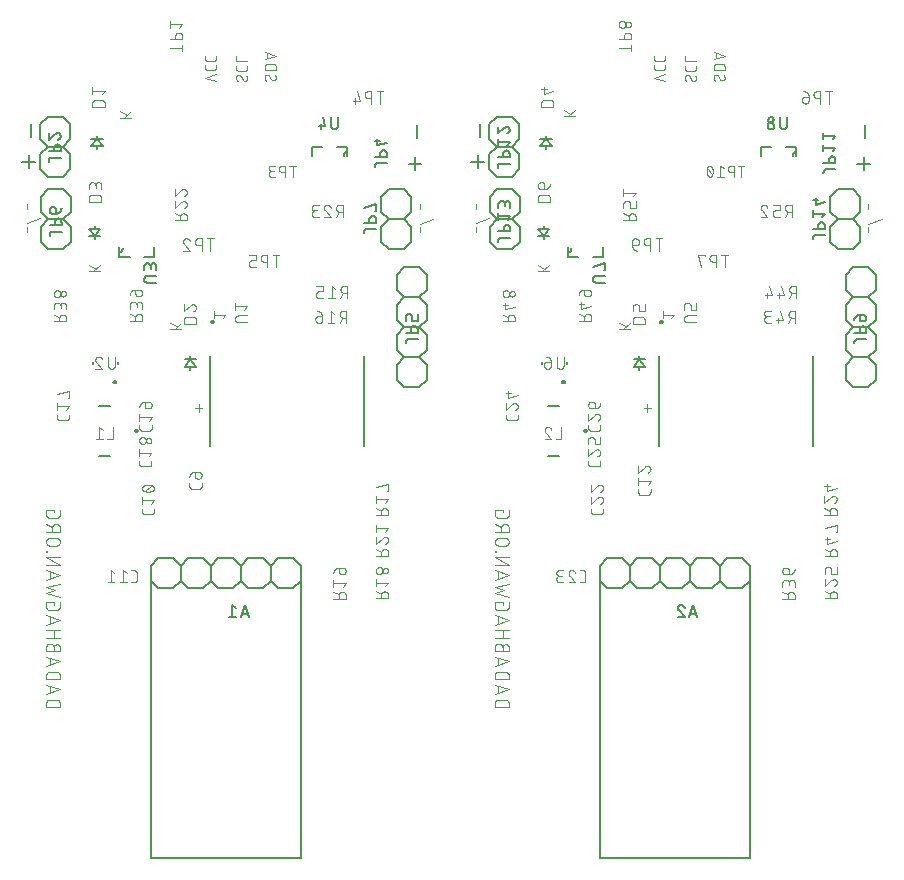
<source format=gbr>
G04 EAGLE Gerber RS-274X export*
G75*
%MOMM*%
%FSLAX34Y34*%
%LPD*%
%INSilkscreen Bottom*%
%IPPOS*%
%AMOC8*
5,1,8,0,0,1.08239X$1,22.5*%
G01*
%ADD10C,0.101600*%
%ADD11C,0.152400*%
%ADD12C,0.076200*%
%ADD13C,0.127000*%
%ADD14C,0.200000*%


D10*
X27740Y151636D02*
X39424Y151636D01*
X39424Y154882D01*
X39422Y154995D01*
X39416Y155108D01*
X39406Y155221D01*
X39392Y155334D01*
X39375Y155446D01*
X39353Y155557D01*
X39328Y155667D01*
X39298Y155777D01*
X39265Y155885D01*
X39228Y155992D01*
X39188Y156098D01*
X39143Y156202D01*
X39095Y156305D01*
X39044Y156406D01*
X38989Y156505D01*
X38931Y156602D01*
X38869Y156697D01*
X38804Y156790D01*
X38736Y156880D01*
X38665Y156968D01*
X38590Y157054D01*
X38513Y157137D01*
X38433Y157217D01*
X38350Y157294D01*
X38264Y157369D01*
X38176Y157440D01*
X38086Y157508D01*
X37993Y157573D01*
X37898Y157635D01*
X37801Y157693D01*
X37702Y157748D01*
X37601Y157799D01*
X37498Y157847D01*
X37394Y157892D01*
X37288Y157932D01*
X37181Y157969D01*
X37073Y158002D01*
X36963Y158032D01*
X36853Y158057D01*
X36742Y158079D01*
X36630Y158096D01*
X36517Y158110D01*
X36404Y158120D01*
X36291Y158126D01*
X36178Y158128D01*
X36178Y158127D02*
X30986Y158127D01*
X30986Y158128D02*
X30873Y158126D01*
X30760Y158120D01*
X30647Y158110D01*
X30534Y158096D01*
X30422Y158079D01*
X30311Y158057D01*
X30201Y158032D01*
X30091Y158002D01*
X29983Y157969D01*
X29876Y157932D01*
X29770Y157892D01*
X29666Y157847D01*
X29563Y157799D01*
X29462Y157748D01*
X29363Y157693D01*
X29266Y157635D01*
X29171Y157573D01*
X29078Y157508D01*
X28988Y157440D01*
X28900Y157369D01*
X28814Y157294D01*
X28731Y157217D01*
X28651Y157137D01*
X28574Y157054D01*
X28499Y156968D01*
X28428Y156880D01*
X28360Y156790D01*
X28295Y156697D01*
X28233Y156602D01*
X28175Y156505D01*
X28120Y156406D01*
X28069Y156305D01*
X28021Y156202D01*
X27976Y156098D01*
X27936Y155992D01*
X27899Y155885D01*
X27866Y155777D01*
X27836Y155667D01*
X27811Y155557D01*
X27789Y155446D01*
X27772Y155334D01*
X27758Y155221D01*
X27748Y155108D01*
X27742Y154995D01*
X27740Y154882D01*
X27740Y151636D01*
X27740Y162798D02*
X39424Y166693D01*
X27740Y170587D01*
X30661Y169614D02*
X30661Y163772D01*
X27740Y175258D02*
X39424Y175258D01*
X39424Y178504D01*
X39422Y178617D01*
X39416Y178730D01*
X39406Y178843D01*
X39392Y178956D01*
X39375Y179068D01*
X39353Y179179D01*
X39328Y179289D01*
X39298Y179399D01*
X39265Y179507D01*
X39228Y179614D01*
X39188Y179720D01*
X39143Y179824D01*
X39095Y179927D01*
X39044Y180028D01*
X38989Y180127D01*
X38931Y180224D01*
X38869Y180319D01*
X38804Y180412D01*
X38736Y180502D01*
X38665Y180590D01*
X38590Y180676D01*
X38513Y180759D01*
X38433Y180839D01*
X38350Y180916D01*
X38264Y180991D01*
X38176Y181062D01*
X38086Y181130D01*
X37993Y181195D01*
X37898Y181257D01*
X37801Y181315D01*
X37702Y181370D01*
X37601Y181421D01*
X37498Y181469D01*
X37394Y181514D01*
X37288Y181554D01*
X37181Y181591D01*
X37073Y181624D01*
X36963Y181654D01*
X36853Y181679D01*
X36742Y181701D01*
X36630Y181718D01*
X36517Y181732D01*
X36404Y181742D01*
X36291Y181748D01*
X36178Y181750D01*
X36178Y181749D02*
X30986Y181749D01*
X30986Y181750D02*
X30873Y181748D01*
X30760Y181742D01*
X30647Y181732D01*
X30534Y181718D01*
X30422Y181701D01*
X30311Y181679D01*
X30201Y181654D01*
X30091Y181624D01*
X29983Y181591D01*
X29876Y181554D01*
X29770Y181514D01*
X29666Y181469D01*
X29563Y181421D01*
X29462Y181370D01*
X29363Y181315D01*
X29266Y181257D01*
X29171Y181195D01*
X29078Y181130D01*
X28988Y181062D01*
X28900Y180991D01*
X28814Y180916D01*
X28731Y180839D01*
X28651Y180759D01*
X28574Y180676D01*
X28499Y180590D01*
X28428Y180502D01*
X28360Y180412D01*
X28295Y180319D01*
X28233Y180224D01*
X28175Y180127D01*
X28120Y180028D01*
X28069Y179927D01*
X28021Y179824D01*
X27976Y179720D01*
X27936Y179614D01*
X27899Y179507D01*
X27866Y179399D01*
X27836Y179289D01*
X27811Y179179D01*
X27789Y179068D01*
X27772Y178956D01*
X27758Y178843D01*
X27748Y178730D01*
X27742Y178617D01*
X27740Y178504D01*
X27740Y175258D01*
X27740Y186420D02*
X39424Y190315D01*
X27740Y194209D01*
X30661Y193236D02*
X30661Y187394D01*
X34231Y199049D02*
X34231Y202295D01*
X34232Y202295D02*
X34230Y202408D01*
X34224Y202521D01*
X34214Y202634D01*
X34200Y202747D01*
X34183Y202859D01*
X34161Y202970D01*
X34136Y203080D01*
X34106Y203190D01*
X34073Y203298D01*
X34036Y203405D01*
X33996Y203511D01*
X33951Y203615D01*
X33903Y203718D01*
X33852Y203819D01*
X33797Y203918D01*
X33739Y204015D01*
X33677Y204110D01*
X33612Y204203D01*
X33544Y204293D01*
X33473Y204381D01*
X33398Y204467D01*
X33321Y204550D01*
X33241Y204630D01*
X33158Y204707D01*
X33072Y204782D01*
X32984Y204853D01*
X32894Y204921D01*
X32801Y204986D01*
X32706Y205048D01*
X32609Y205106D01*
X32510Y205161D01*
X32409Y205212D01*
X32306Y205260D01*
X32202Y205305D01*
X32096Y205345D01*
X31989Y205382D01*
X31881Y205415D01*
X31771Y205445D01*
X31661Y205470D01*
X31550Y205492D01*
X31438Y205509D01*
X31325Y205523D01*
X31212Y205533D01*
X31099Y205539D01*
X30986Y205541D01*
X30873Y205539D01*
X30760Y205533D01*
X30647Y205523D01*
X30534Y205509D01*
X30422Y205492D01*
X30311Y205470D01*
X30201Y205445D01*
X30091Y205415D01*
X29983Y205382D01*
X29876Y205345D01*
X29770Y205305D01*
X29666Y205260D01*
X29563Y205212D01*
X29462Y205161D01*
X29363Y205106D01*
X29266Y205048D01*
X29171Y204986D01*
X29078Y204921D01*
X28988Y204853D01*
X28900Y204782D01*
X28814Y204707D01*
X28731Y204630D01*
X28651Y204550D01*
X28574Y204467D01*
X28499Y204381D01*
X28428Y204293D01*
X28360Y204203D01*
X28295Y204110D01*
X28233Y204015D01*
X28175Y203918D01*
X28120Y203819D01*
X28069Y203718D01*
X28021Y203615D01*
X27976Y203511D01*
X27936Y203405D01*
X27899Y203298D01*
X27866Y203190D01*
X27836Y203080D01*
X27811Y202970D01*
X27789Y202859D01*
X27772Y202747D01*
X27758Y202634D01*
X27748Y202521D01*
X27742Y202408D01*
X27740Y202295D01*
X27740Y199049D01*
X39424Y199049D01*
X39424Y202295D01*
X39422Y202396D01*
X39416Y202496D01*
X39406Y202596D01*
X39393Y202696D01*
X39375Y202795D01*
X39354Y202894D01*
X39329Y202991D01*
X39300Y203088D01*
X39267Y203183D01*
X39231Y203277D01*
X39191Y203369D01*
X39148Y203460D01*
X39101Y203549D01*
X39051Y203636D01*
X38997Y203722D01*
X38940Y203805D01*
X38880Y203885D01*
X38817Y203964D01*
X38750Y204040D01*
X38681Y204113D01*
X38609Y204183D01*
X38535Y204251D01*
X38458Y204316D01*
X38378Y204377D01*
X38296Y204436D01*
X38212Y204491D01*
X38126Y204543D01*
X38038Y204592D01*
X37948Y204637D01*
X37856Y204679D01*
X37763Y204717D01*
X37668Y204751D01*
X37573Y204782D01*
X37476Y204809D01*
X37378Y204832D01*
X37279Y204852D01*
X37179Y204867D01*
X37079Y204879D01*
X36979Y204887D01*
X36878Y204891D01*
X36778Y204891D01*
X36677Y204887D01*
X36577Y204879D01*
X36477Y204867D01*
X36377Y204852D01*
X36278Y204832D01*
X36180Y204809D01*
X36083Y204782D01*
X35988Y204751D01*
X35893Y204717D01*
X35800Y204679D01*
X35708Y204637D01*
X35618Y204592D01*
X35530Y204543D01*
X35444Y204491D01*
X35360Y204436D01*
X35278Y204377D01*
X35198Y204316D01*
X35121Y204251D01*
X35047Y204183D01*
X34975Y204113D01*
X34906Y204040D01*
X34839Y203964D01*
X34776Y203885D01*
X34716Y203805D01*
X34659Y203722D01*
X34605Y203636D01*
X34555Y203549D01*
X34508Y203460D01*
X34465Y203369D01*
X34425Y203277D01*
X34389Y203183D01*
X34356Y203088D01*
X34327Y202991D01*
X34302Y202894D01*
X34281Y202795D01*
X34263Y202696D01*
X34250Y202596D01*
X34240Y202496D01*
X34234Y202396D01*
X34232Y202295D01*
X39424Y210310D02*
X27740Y210310D01*
X34231Y210310D02*
X34231Y216801D01*
X39424Y216801D02*
X27740Y216801D01*
X27740Y221472D02*
X39424Y225366D01*
X27740Y229261D01*
X30661Y228287D02*
X30661Y222445D01*
X34231Y238476D02*
X34231Y240423D01*
X27740Y240423D01*
X27740Y236528D01*
X27742Y236429D01*
X27748Y236329D01*
X27757Y236230D01*
X27770Y236132D01*
X27787Y236034D01*
X27808Y235936D01*
X27833Y235840D01*
X27861Y235745D01*
X27893Y235651D01*
X27928Y235558D01*
X27967Y235466D01*
X28010Y235376D01*
X28055Y235288D01*
X28105Y235201D01*
X28157Y235117D01*
X28213Y235034D01*
X28271Y234954D01*
X28333Y234876D01*
X28398Y234801D01*
X28466Y234728D01*
X28536Y234658D01*
X28609Y234590D01*
X28684Y234525D01*
X28762Y234463D01*
X28842Y234405D01*
X28925Y234349D01*
X29009Y234297D01*
X29096Y234247D01*
X29184Y234202D01*
X29274Y234159D01*
X29366Y234120D01*
X29459Y234085D01*
X29553Y234053D01*
X29648Y234025D01*
X29744Y234000D01*
X29842Y233979D01*
X29940Y233962D01*
X30038Y233949D01*
X30137Y233940D01*
X30237Y233934D01*
X30336Y233932D01*
X36828Y233932D01*
X36927Y233934D01*
X37027Y233940D01*
X37126Y233949D01*
X37224Y233962D01*
X37322Y233979D01*
X37420Y234000D01*
X37516Y234025D01*
X37611Y234053D01*
X37705Y234085D01*
X37798Y234120D01*
X37890Y234159D01*
X37980Y234202D01*
X38068Y234247D01*
X38155Y234297D01*
X38239Y234349D01*
X38322Y234405D01*
X38402Y234463D01*
X38480Y234525D01*
X38555Y234590D01*
X38628Y234658D01*
X38698Y234728D01*
X38766Y234801D01*
X38831Y234876D01*
X38893Y234954D01*
X38951Y235034D01*
X39007Y235117D01*
X39059Y235201D01*
X39109Y235288D01*
X39154Y235376D01*
X39197Y235466D01*
X39236Y235558D01*
X39271Y235650D01*
X39303Y235745D01*
X39331Y235840D01*
X39356Y235936D01*
X39377Y236034D01*
X39394Y236132D01*
X39407Y236230D01*
X39416Y236329D01*
X39422Y236429D01*
X39424Y236528D01*
X39424Y240423D01*
X39424Y245320D02*
X27740Y247916D01*
X35529Y250512D01*
X27740Y253109D01*
X39424Y255705D01*
X39424Y263466D02*
X27740Y259572D01*
X27740Y267361D02*
X39424Y263466D01*
X30661Y266387D02*
X30661Y260545D01*
X27740Y272032D02*
X39424Y272032D01*
X27740Y278523D01*
X39424Y278523D01*
X28389Y283335D02*
X27740Y283335D01*
X28389Y283335D02*
X28389Y283984D01*
X27740Y283984D01*
X27740Y283335D01*
X30986Y288415D02*
X36178Y288415D01*
X36178Y288414D02*
X36291Y288416D01*
X36404Y288422D01*
X36517Y288432D01*
X36630Y288446D01*
X36742Y288463D01*
X36853Y288485D01*
X36963Y288510D01*
X37073Y288540D01*
X37181Y288573D01*
X37288Y288610D01*
X37394Y288650D01*
X37498Y288695D01*
X37601Y288743D01*
X37702Y288794D01*
X37801Y288849D01*
X37898Y288907D01*
X37993Y288969D01*
X38086Y289034D01*
X38176Y289102D01*
X38264Y289173D01*
X38350Y289248D01*
X38433Y289325D01*
X38513Y289405D01*
X38590Y289488D01*
X38665Y289574D01*
X38736Y289662D01*
X38804Y289752D01*
X38869Y289845D01*
X38931Y289940D01*
X38989Y290037D01*
X39044Y290136D01*
X39095Y290237D01*
X39143Y290340D01*
X39188Y290444D01*
X39228Y290550D01*
X39265Y290657D01*
X39298Y290765D01*
X39328Y290875D01*
X39353Y290985D01*
X39375Y291096D01*
X39392Y291208D01*
X39406Y291321D01*
X39416Y291434D01*
X39422Y291547D01*
X39424Y291660D01*
X39422Y291773D01*
X39416Y291886D01*
X39406Y291999D01*
X39392Y292112D01*
X39375Y292224D01*
X39353Y292335D01*
X39328Y292445D01*
X39298Y292555D01*
X39265Y292663D01*
X39228Y292770D01*
X39188Y292876D01*
X39143Y292980D01*
X39095Y293083D01*
X39044Y293184D01*
X38989Y293283D01*
X38931Y293380D01*
X38869Y293475D01*
X38804Y293568D01*
X38736Y293658D01*
X38665Y293746D01*
X38590Y293832D01*
X38513Y293915D01*
X38433Y293995D01*
X38350Y294072D01*
X38264Y294147D01*
X38176Y294218D01*
X38086Y294286D01*
X37993Y294351D01*
X37898Y294413D01*
X37801Y294471D01*
X37702Y294526D01*
X37601Y294577D01*
X37498Y294625D01*
X37394Y294670D01*
X37288Y294710D01*
X37181Y294747D01*
X37073Y294780D01*
X36963Y294810D01*
X36853Y294835D01*
X36742Y294857D01*
X36630Y294874D01*
X36517Y294888D01*
X36404Y294898D01*
X36291Y294904D01*
X36178Y294906D01*
X30986Y294906D01*
X30873Y294904D01*
X30760Y294898D01*
X30647Y294888D01*
X30534Y294874D01*
X30422Y294857D01*
X30311Y294835D01*
X30201Y294810D01*
X30091Y294780D01*
X29983Y294747D01*
X29876Y294710D01*
X29770Y294670D01*
X29666Y294625D01*
X29563Y294577D01*
X29462Y294526D01*
X29363Y294471D01*
X29266Y294413D01*
X29171Y294351D01*
X29078Y294286D01*
X28988Y294218D01*
X28900Y294147D01*
X28814Y294072D01*
X28731Y293995D01*
X28651Y293915D01*
X28574Y293832D01*
X28499Y293746D01*
X28428Y293658D01*
X28360Y293568D01*
X28295Y293475D01*
X28233Y293380D01*
X28175Y293283D01*
X28120Y293184D01*
X28069Y293083D01*
X28021Y292980D01*
X27976Y292876D01*
X27936Y292770D01*
X27899Y292663D01*
X27866Y292555D01*
X27836Y292445D01*
X27811Y292335D01*
X27789Y292224D01*
X27772Y292112D01*
X27758Y291999D01*
X27748Y291886D01*
X27742Y291773D01*
X27740Y291660D01*
X27742Y291547D01*
X27748Y291434D01*
X27758Y291321D01*
X27772Y291208D01*
X27789Y291096D01*
X27811Y290985D01*
X27836Y290875D01*
X27866Y290765D01*
X27899Y290657D01*
X27936Y290550D01*
X27976Y290444D01*
X28021Y290340D01*
X28069Y290237D01*
X28120Y290136D01*
X28175Y290037D01*
X28233Y289940D01*
X28295Y289845D01*
X28360Y289752D01*
X28428Y289662D01*
X28499Y289574D01*
X28574Y289488D01*
X28651Y289405D01*
X28731Y289325D01*
X28814Y289248D01*
X28900Y289173D01*
X28988Y289102D01*
X29078Y289034D01*
X29171Y288969D01*
X29266Y288907D01*
X29363Y288849D01*
X29462Y288794D01*
X29563Y288743D01*
X29666Y288695D01*
X29770Y288650D01*
X29876Y288610D01*
X29983Y288573D01*
X30091Y288540D01*
X30201Y288510D01*
X30311Y288485D01*
X30422Y288463D01*
X30534Y288446D01*
X30647Y288432D01*
X30760Y288422D01*
X30873Y288416D01*
X30986Y288414D01*
X27740Y300299D02*
X39424Y300299D01*
X39424Y303545D01*
X39422Y303658D01*
X39416Y303771D01*
X39406Y303884D01*
X39392Y303997D01*
X39375Y304109D01*
X39353Y304220D01*
X39328Y304330D01*
X39298Y304440D01*
X39265Y304548D01*
X39228Y304655D01*
X39188Y304761D01*
X39143Y304865D01*
X39095Y304968D01*
X39044Y305069D01*
X38989Y305168D01*
X38931Y305265D01*
X38869Y305360D01*
X38804Y305453D01*
X38736Y305543D01*
X38665Y305631D01*
X38590Y305717D01*
X38513Y305800D01*
X38433Y305880D01*
X38350Y305957D01*
X38264Y306032D01*
X38176Y306103D01*
X38086Y306171D01*
X37993Y306236D01*
X37898Y306298D01*
X37801Y306356D01*
X37702Y306411D01*
X37601Y306462D01*
X37498Y306510D01*
X37394Y306555D01*
X37288Y306595D01*
X37181Y306632D01*
X37073Y306665D01*
X36963Y306695D01*
X36853Y306720D01*
X36742Y306742D01*
X36630Y306759D01*
X36517Y306773D01*
X36404Y306783D01*
X36291Y306789D01*
X36178Y306791D01*
X36065Y306789D01*
X35952Y306783D01*
X35839Y306773D01*
X35726Y306759D01*
X35614Y306742D01*
X35503Y306720D01*
X35393Y306695D01*
X35283Y306665D01*
X35175Y306632D01*
X35068Y306595D01*
X34962Y306555D01*
X34858Y306510D01*
X34755Y306462D01*
X34654Y306411D01*
X34555Y306356D01*
X34458Y306298D01*
X34363Y306236D01*
X34270Y306171D01*
X34180Y306103D01*
X34092Y306032D01*
X34006Y305957D01*
X33923Y305880D01*
X33843Y305800D01*
X33766Y305717D01*
X33691Y305631D01*
X33620Y305543D01*
X33552Y305453D01*
X33487Y305360D01*
X33425Y305265D01*
X33367Y305168D01*
X33312Y305069D01*
X33261Y304968D01*
X33213Y304865D01*
X33168Y304761D01*
X33128Y304655D01*
X33091Y304548D01*
X33058Y304440D01*
X33028Y304330D01*
X33003Y304220D01*
X32981Y304109D01*
X32964Y303997D01*
X32950Y303884D01*
X32940Y303771D01*
X32934Y303658D01*
X32932Y303545D01*
X32933Y303545D02*
X32933Y300299D01*
X32933Y304194D02*
X27740Y306790D01*
X34231Y316580D02*
X34231Y318528D01*
X27740Y318528D01*
X27740Y314633D01*
X27742Y314534D01*
X27748Y314434D01*
X27757Y314335D01*
X27770Y314237D01*
X27787Y314139D01*
X27808Y314041D01*
X27833Y313945D01*
X27861Y313850D01*
X27893Y313756D01*
X27928Y313663D01*
X27967Y313571D01*
X28010Y313481D01*
X28055Y313393D01*
X28105Y313306D01*
X28157Y313222D01*
X28213Y313139D01*
X28271Y313059D01*
X28333Y312981D01*
X28398Y312906D01*
X28466Y312833D01*
X28536Y312763D01*
X28609Y312695D01*
X28684Y312630D01*
X28762Y312568D01*
X28842Y312510D01*
X28925Y312454D01*
X29009Y312402D01*
X29096Y312352D01*
X29184Y312307D01*
X29274Y312264D01*
X29366Y312225D01*
X29459Y312190D01*
X29553Y312158D01*
X29648Y312130D01*
X29744Y312105D01*
X29842Y312084D01*
X29940Y312067D01*
X30038Y312054D01*
X30137Y312045D01*
X30237Y312039D01*
X30336Y312037D01*
X36828Y312037D01*
X36927Y312039D01*
X37027Y312045D01*
X37126Y312054D01*
X37224Y312067D01*
X37322Y312084D01*
X37420Y312105D01*
X37516Y312130D01*
X37611Y312158D01*
X37705Y312190D01*
X37798Y312225D01*
X37890Y312264D01*
X37980Y312307D01*
X38068Y312352D01*
X38155Y312402D01*
X38239Y312454D01*
X38322Y312510D01*
X38402Y312568D01*
X38480Y312630D01*
X38555Y312695D01*
X38628Y312763D01*
X38698Y312833D01*
X38766Y312906D01*
X38831Y312981D01*
X38893Y313059D01*
X38951Y313139D01*
X39007Y313222D01*
X39059Y313306D01*
X39109Y313393D01*
X39154Y313481D01*
X39197Y313571D01*
X39236Y313663D01*
X39271Y313755D01*
X39303Y313850D01*
X39331Y313945D01*
X39356Y314041D01*
X39377Y314139D01*
X39394Y314237D01*
X39407Y314335D01*
X39416Y314434D01*
X39422Y314534D01*
X39424Y314633D01*
X39424Y318528D01*
D11*
X13126Y608109D02*
X13126Y618947D01*
X18544Y613528D02*
X7707Y613528D01*
X14726Y634509D02*
X14726Y645347D01*
X340126Y617347D02*
X340126Y606509D01*
X345544Y611928D02*
X334707Y611928D01*
X341426Y633609D02*
X341426Y644447D01*
D12*
X343925Y557907D02*
X343925Y553730D01*
X343925Y561045D02*
X355411Y565222D01*
X343925Y573237D02*
X343925Y577414D01*
X11325Y558107D02*
X11325Y553930D01*
X11325Y561245D02*
X22811Y565422D01*
X11325Y573437D02*
X11325Y577614D01*
X188633Y684782D02*
X188635Y684871D01*
X188641Y684959D01*
X188650Y685047D01*
X188663Y685135D01*
X188680Y685222D01*
X188700Y685308D01*
X188725Y685393D01*
X188752Y685478D01*
X188784Y685561D01*
X188818Y685642D01*
X188857Y685722D01*
X188898Y685800D01*
X188943Y685877D01*
X188991Y685951D01*
X189042Y686024D01*
X189096Y686094D01*
X189154Y686161D01*
X189214Y686227D01*
X189276Y686289D01*
X189342Y686349D01*
X189409Y686407D01*
X189479Y686461D01*
X189552Y686512D01*
X189626Y686560D01*
X189703Y686605D01*
X189781Y686646D01*
X189861Y686685D01*
X189942Y686719D01*
X190025Y686751D01*
X190110Y686778D01*
X190195Y686803D01*
X190281Y686823D01*
X190368Y686840D01*
X190456Y686853D01*
X190544Y686862D01*
X190632Y686868D01*
X190721Y686870D01*
X188633Y684782D02*
X188635Y684653D01*
X188641Y684524D01*
X188650Y684395D01*
X188663Y684267D01*
X188680Y684139D01*
X188701Y684012D01*
X188725Y683885D01*
X188753Y683759D01*
X188785Y683634D01*
X188820Y683510D01*
X188859Y683387D01*
X188902Y683265D01*
X188948Y683145D01*
X188998Y683026D01*
X189051Y682908D01*
X189107Y682792D01*
X189167Y682678D01*
X189230Y682565D01*
X189297Y682455D01*
X189366Y682346D01*
X189439Y682240D01*
X189515Y682135D01*
X189594Y682033D01*
X189676Y681934D01*
X189760Y681836D01*
X189848Y681741D01*
X189938Y681649D01*
X195943Y681910D02*
X196032Y681912D01*
X196120Y681918D01*
X196208Y681927D01*
X196296Y681940D01*
X196383Y681957D01*
X196469Y681977D01*
X196554Y682002D01*
X196639Y682029D01*
X196722Y682061D01*
X196803Y682095D01*
X196883Y682134D01*
X196961Y682175D01*
X197038Y682220D01*
X197112Y682268D01*
X197185Y682319D01*
X197255Y682373D01*
X197322Y682431D01*
X197388Y682491D01*
X197450Y682553D01*
X197510Y682619D01*
X197568Y682686D01*
X197622Y682756D01*
X197673Y682829D01*
X197721Y682903D01*
X197766Y682980D01*
X197807Y683058D01*
X197846Y683138D01*
X197880Y683219D01*
X197912Y683302D01*
X197939Y683387D01*
X197964Y683472D01*
X197984Y683558D01*
X198001Y683645D01*
X198014Y683733D01*
X198023Y683821D01*
X198029Y683909D01*
X198031Y683998D01*
X198029Y684118D01*
X198024Y684238D01*
X198014Y684358D01*
X198002Y684477D01*
X197985Y684596D01*
X197965Y684714D01*
X197941Y684832D01*
X197914Y684948D01*
X197883Y685064D01*
X197849Y685179D01*
X197811Y685293D01*
X197769Y685406D01*
X197724Y685517D01*
X197676Y685627D01*
X197625Y685735D01*
X197570Y685842D01*
X197512Y685947D01*
X197450Y686050D01*
X197386Y686151D01*
X197318Y686251D01*
X197248Y686348D01*
X194116Y682954D02*
X194164Y682876D01*
X194216Y682800D01*
X194270Y682727D01*
X194328Y682656D01*
X194389Y682587D01*
X194453Y682521D01*
X194520Y682458D01*
X194589Y682398D01*
X194661Y682341D01*
X194735Y682287D01*
X194812Y682237D01*
X194891Y682189D01*
X194971Y682146D01*
X195054Y682105D01*
X195138Y682069D01*
X195223Y682036D01*
X195310Y682007D01*
X195399Y681981D01*
X195488Y681959D01*
X195578Y681942D01*
X195668Y681928D01*
X195760Y681918D01*
X195851Y681912D01*
X195943Y681910D01*
X192548Y685826D02*
X192500Y685904D01*
X192448Y685980D01*
X192394Y686053D01*
X192336Y686124D01*
X192275Y686193D01*
X192211Y686259D01*
X192144Y686322D01*
X192075Y686382D01*
X192003Y686439D01*
X191929Y686493D01*
X191852Y686543D01*
X191773Y686591D01*
X191693Y686634D01*
X191610Y686675D01*
X191526Y686711D01*
X191441Y686744D01*
X191354Y686773D01*
X191265Y686799D01*
X191176Y686821D01*
X191086Y686838D01*
X190996Y686852D01*
X190904Y686862D01*
X190813Y686868D01*
X190721Y686870D01*
X192549Y685826D02*
X194115Y682954D01*
X188633Y692551D02*
X188633Y694639D01*
X188633Y692551D02*
X188635Y692462D01*
X188641Y692374D01*
X188650Y692286D01*
X188663Y692198D01*
X188680Y692111D01*
X188700Y692025D01*
X188725Y691940D01*
X188752Y691855D01*
X188784Y691772D01*
X188818Y691691D01*
X188857Y691611D01*
X188898Y691533D01*
X188943Y691456D01*
X188991Y691382D01*
X189042Y691309D01*
X189096Y691239D01*
X189154Y691172D01*
X189214Y691106D01*
X189276Y691044D01*
X189342Y690984D01*
X189409Y690926D01*
X189479Y690872D01*
X189552Y690821D01*
X189626Y690773D01*
X189703Y690728D01*
X189781Y690687D01*
X189861Y690648D01*
X189942Y690614D01*
X190025Y690582D01*
X190110Y690555D01*
X190195Y690530D01*
X190281Y690510D01*
X190368Y690493D01*
X190456Y690480D01*
X190544Y690471D01*
X190632Y690465D01*
X190721Y690463D01*
X190721Y690462D02*
X195943Y690462D01*
X195943Y690463D02*
X196034Y690465D01*
X196125Y690471D01*
X196216Y690481D01*
X196306Y690495D01*
X196395Y690512D01*
X196483Y690534D01*
X196571Y690560D01*
X196657Y690589D01*
X196742Y690622D01*
X196825Y690659D01*
X196907Y690699D01*
X196987Y690743D01*
X197065Y690790D01*
X197141Y690841D01*
X197214Y690894D01*
X197285Y690951D01*
X197354Y691012D01*
X197419Y691075D01*
X197482Y691140D01*
X197542Y691209D01*
X197600Y691280D01*
X197653Y691353D01*
X197704Y691429D01*
X197751Y691507D01*
X197795Y691587D01*
X197835Y691669D01*
X197872Y691752D01*
X197905Y691837D01*
X197934Y691923D01*
X197960Y692011D01*
X197982Y692099D01*
X197999Y692188D01*
X198013Y692278D01*
X198023Y692369D01*
X198029Y692460D01*
X198031Y692551D01*
X198031Y694639D01*
X198031Y698430D02*
X188633Y698430D01*
X188633Y702607D01*
X212833Y685193D02*
X212835Y685282D01*
X212841Y685370D01*
X212850Y685458D01*
X212863Y685546D01*
X212880Y685633D01*
X212900Y685719D01*
X212925Y685804D01*
X212952Y685889D01*
X212984Y685972D01*
X213018Y686053D01*
X213057Y686133D01*
X213098Y686211D01*
X213143Y686288D01*
X213191Y686362D01*
X213242Y686435D01*
X213296Y686505D01*
X213354Y686572D01*
X213414Y686638D01*
X213476Y686700D01*
X213542Y686760D01*
X213609Y686818D01*
X213679Y686872D01*
X213752Y686923D01*
X213826Y686971D01*
X213903Y687016D01*
X213981Y687057D01*
X214061Y687096D01*
X214142Y687130D01*
X214225Y687162D01*
X214310Y687189D01*
X214395Y687214D01*
X214481Y687234D01*
X214568Y687251D01*
X214656Y687264D01*
X214744Y687273D01*
X214832Y687279D01*
X214921Y687281D01*
X212833Y685193D02*
X212835Y685064D01*
X212841Y684935D01*
X212850Y684806D01*
X212863Y684678D01*
X212880Y684550D01*
X212901Y684423D01*
X212925Y684296D01*
X212953Y684170D01*
X212985Y684045D01*
X213020Y683921D01*
X213059Y683798D01*
X213102Y683676D01*
X213148Y683556D01*
X213198Y683437D01*
X213251Y683319D01*
X213307Y683203D01*
X213367Y683089D01*
X213430Y682976D01*
X213497Y682866D01*
X213566Y682757D01*
X213639Y682651D01*
X213715Y682546D01*
X213794Y682444D01*
X213876Y682345D01*
X213960Y682247D01*
X214048Y682152D01*
X214138Y682060D01*
X220143Y682322D02*
X220232Y682324D01*
X220320Y682330D01*
X220408Y682339D01*
X220496Y682352D01*
X220583Y682369D01*
X220669Y682389D01*
X220754Y682414D01*
X220839Y682441D01*
X220922Y682473D01*
X221003Y682507D01*
X221083Y682546D01*
X221161Y682587D01*
X221238Y682632D01*
X221312Y682680D01*
X221385Y682731D01*
X221455Y682785D01*
X221522Y682843D01*
X221588Y682903D01*
X221650Y682965D01*
X221710Y683031D01*
X221768Y683098D01*
X221822Y683168D01*
X221873Y683241D01*
X221921Y683315D01*
X221966Y683392D01*
X222007Y683470D01*
X222046Y683550D01*
X222080Y683631D01*
X222112Y683714D01*
X222139Y683799D01*
X222164Y683884D01*
X222184Y683970D01*
X222201Y684057D01*
X222214Y684145D01*
X222223Y684233D01*
X222229Y684321D01*
X222231Y684410D01*
X222231Y684409D02*
X222229Y684529D01*
X222224Y684649D01*
X222214Y684769D01*
X222202Y684888D01*
X222185Y685007D01*
X222165Y685125D01*
X222141Y685243D01*
X222114Y685359D01*
X222083Y685475D01*
X222049Y685590D01*
X222011Y685704D01*
X221969Y685817D01*
X221924Y685928D01*
X221876Y686038D01*
X221825Y686146D01*
X221770Y686253D01*
X221712Y686358D01*
X221650Y686461D01*
X221586Y686562D01*
X221518Y686662D01*
X221448Y686759D01*
X218316Y683365D02*
X218364Y683287D01*
X218416Y683211D01*
X218470Y683138D01*
X218528Y683067D01*
X218589Y682998D01*
X218653Y682932D01*
X218720Y682869D01*
X218789Y682809D01*
X218861Y682752D01*
X218935Y682698D01*
X219012Y682648D01*
X219091Y682600D01*
X219171Y682557D01*
X219254Y682516D01*
X219338Y682480D01*
X219423Y682447D01*
X219510Y682418D01*
X219599Y682392D01*
X219688Y682370D01*
X219778Y682353D01*
X219868Y682339D01*
X219960Y682329D01*
X220051Y682323D01*
X220143Y682321D01*
X216748Y686237D02*
X216700Y686315D01*
X216648Y686391D01*
X216594Y686464D01*
X216536Y686535D01*
X216475Y686604D01*
X216411Y686670D01*
X216344Y686733D01*
X216275Y686793D01*
X216203Y686850D01*
X216129Y686904D01*
X216052Y686954D01*
X215973Y687002D01*
X215893Y687045D01*
X215810Y687086D01*
X215726Y687122D01*
X215641Y687155D01*
X215554Y687184D01*
X215465Y687210D01*
X215376Y687232D01*
X215286Y687249D01*
X215196Y687263D01*
X215104Y687273D01*
X215013Y687279D01*
X214921Y687281D01*
X216749Y686237D02*
X218315Y683365D01*
X222231Y691204D02*
X212833Y691204D01*
X222231Y691204D02*
X222231Y693815D01*
X222229Y693915D01*
X222223Y694015D01*
X222214Y694114D01*
X222200Y694214D01*
X222183Y694312D01*
X222162Y694410D01*
X222138Y694507D01*
X222109Y694603D01*
X222077Y694698D01*
X222042Y694791D01*
X222003Y694883D01*
X221960Y694974D01*
X221914Y695062D01*
X221864Y695149D01*
X221812Y695234D01*
X221756Y695317D01*
X221697Y695398D01*
X221634Y695476D01*
X221569Y695552D01*
X221501Y695626D01*
X221431Y695696D01*
X221357Y695764D01*
X221281Y695829D01*
X221203Y695892D01*
X221122Y695951D01*
X221039Y696007D01*
X220954Y696059D01*
X220867Y696109D01*
X220779Y696155D01*
X220688Y696198D01*
X220596Y696237D01*
X220503Y696272D01*
X220408Y696304D01*
X220312Y696333D01*
X220215Y696357D01*
X220117Y696378D01*
X220019Y696395D01*
X219919Y696409D01*
X219820Y696418D01*
X219720Y696424D01*
X219620Y696426D01*
X219620Y696425D02*
X215444Y696425D01*
X215444Y696426D02*
X215344Y696424D01*
X215244Y696418D01*
X215145Y696409D01*
X215045Y696395D01*
X214947Y696378D01*
X214849Y696357D01*
X214752Y696333D01*
X214656Y696304D01*
X214561Y696272D01*
X214468Y696237D01*
X214376Y696198D01*
X214285Y696155D01*
X214197Y696109D01*
X214110Y696059D01*
X214025Y696007D01*
X213942Y695951D01*
X213861Y695892D01*
X213783Y695829D01*
X213707Y695764D01*
X213633Y695696D01*
X213563Y695626D01*
X213495Y695552D01*
X213430Y695476D01*
X213367Y695398D01*
X213308Y695317D01*
X213252Y695234D01*
X213200Y695149D01*
X213150Y695062D01*
X213104Y694974D01*
X213061Y694883D01*
X213022Y694791D01*
X212987Y694698D01*
X212955Y694603D01*
X212926Y694507D01*
X212902Y694410D01*
X212881Y694312D01*
X212864Y694214D01*
X212850Y694114D01*
X212841Y694015D01*
X212835Y693915D01*
X212833Y693815D01*
X212833Y691204D01*
X212833Y700131D02*
X222231Y703263D01*
X212833Y706396D01*
X215183Y705613D02*
X215183Y700914D01*
X171531Y681509D02*
X162133Y684642D01*
X171531Y687775D01*
X162133Y693238D02*
X162133Y695327D01*
X162133Y693238D02*
X162135Y693149D01*
X162141Y693061D01*
X162150Y692973D01*
X162163Y692885D01*
X162180Y692798D01*
X162200Y692712D01*
X162225Y692627D01*
X162252Y692542D01*
X162284Y692459D01*
X162318Y692378D01*
X162357Y692298D01*
X162398Y692220D01*
X162443Y692143D01*
X162491Y692069D01*
X162542Y691996D01*
X162596Y691926D01*
X162654Y691859D01*
X162714Y691793D01*
X162776Y691731D01*
X162842Y691671D01*
X162909Y691613D01*
X162979Y691559D01*
X163052Y691508D01*
X163126Y691460D01*
X163203Y691415D01*
X163281Y691374D01*
X163361Y691335D01*
X163442Y691301D01*
X163525Y691269D01*
X163610Y691242D01*
X163695Y691217D01*
X163781Y691197D01*
X163868Y691180D01*
X163956Y691167D01*
X164044Y691158D01*
X164132Y691152D01*
X164221Y691150D01*
X169443Y691150D01*
X169534Y691152D01*
X169625Y691158D01*
X169716Y691168D01*
X169806Y691182D01*
X169895Y691199D01*
X169983Y691221D01*
X170071Y691247D01*
X170157Y691276D01*
X170242Y691309D01*
X170325Y691346D01*
X170407Y691386D01*
X170487Y691430D01*
X170565Y691477D01*
X170641Y691528D01*
X170714Y691581D01*
X170785Y691638D01*
X170854Y691699D01*
X170919Y691762D01*
X170982Y691827D01*
X171042Y691896D01*
X171100Y691967D01*
X171153Y692040D01*
X171204Y692116D01*
X171251Y692194D01*
X171295Y692274D01*
X171335Y692356D01*
X171372Y692439D01*
X171405Y692524D01*
X171434Y692610D01*
X171460Y692698D01*
X171482Y692786D01*
X171499Y692875D01*
X171513Y692965D01*
X171523Y693056D01*
X171529Y693147D01*
X171531Y693238D01*
X171531Y695327D01*
X162133Y700858D02*
X162133Y702947D01*
X162133Y700858D02*
X162135Y700769D01*
X162141Y700681D01*
X162150Y700593D01*
X162163Y700505D01*
X162180Y700418D01*
X162200Y700332D01*
X162225Y700247D01*
X162252Y700162D01*
X162284Y700079D01*
X162318Y699998D01*
X162357Y699918D01*
X162398Y699840D01*
X162443Y699763D01*
X162491Y699689D01*
X162542Y699616D01*
X162596Y699546D01*
X162654Y699479D01*
X162714Y699413D01*
X162776Y699351D01*
X162842Y699291D01*
X162909Y699233D01*
X162979Y699179D01*
X163052Y699128D01*
X163126Y699080D01*
X163203Y699035D01*
X163281Y698994D01*
X163361Y698955D01*
X163442Y698921D01*
X163525Y698889D01*
X163610Y698862D01*
X163695Y698837D01*
X163781Y698817D01*
X163868Y698800D01*
X163956Y698787D01*
X164044Y698778D01*
X164132Y698772D01*
X164221Y698770D01*
X169443Y698770D01*
X169534Y698772D01*
X169625Y698778D01*
X169716Y698788D01*
X169806Y698802D01*
X169895Y698819D01*
X169983Y698841D01*
X170071Y698867D01*
X170157Y698896D01*
X170242Y698929D01*
X170325Y698966D01*
X170407Y699006D01*
X170487Y699050D01*
X170565Y699097D01*
X170641Y699148D01*
X170714Y699201D01*
X170785Y699258D01*
X170854Y699319D01*
X170919Y699382D01*
X170982Y699447D01*
X171042Y699516D01*
X171100Y699587D01*
X171153Y699660D01*
X171204Y699736D01*
X171251Y699814D01*
X171295Y699894D01*
X171335Y699976D01*
X171372Y700059D01*
X171405Y700144D01*
X171434Y700230D01*
X171460Y700318D01*
X171482Y700406D01*
X171499Y700495D01*
X171513Y700585D01*
X171523Y700676D01*
X171529Y700767D01*
X171531Y700858D01*
X171531Y702947D01*
X73567Y520661D02*
X64169Y520661D01*
X67824Y520661D02*
X73567Y525883D01*
X69912Y522750D02*
X64169Y525883D01*
X90369Y650861D02*
X99767Y650861D01*
X99767Y656083D02*
X94024Y650861D01*
X96112Y652950D02*
X90369Y656083D01*
X179331Y484028D02*
X177243Y481417D01*
X179331Y484028D02*
X169933Y484028D01*
X169933Y481417D02*
X169933Y486639D01*
X156824Y407905D02*
X156824Y401639D01*
X153691Y404772D02*
X159956Y404772D01*
X142267Y471961D02*
X132869Y471961D01*
X136524Y471961D02*
X142267Y477183D01*
X138612Y474050D02*
X132869Y477183D01*
D10*
X407740Y151636D02*
X419424Y151636D01*
X419424Y154882D01*
X419422Y154995D01*
X419416Y155108D01*
X419406Y155221D01*
X419392Y155334D01*
X419375Y155446D01*
X419353Y155557D01*
X419328Y155667D01*
X419298Y155777D01*
X419265Y155885D01*
X419228Y155992D01*
X419188Y156098D01*
X419143Y156202D01*
X419095Y156305D01*
X419044Y156406D01*
X418989Y156505D01*
X418931Y156602D01*
X418869Y156697D01*
X418804Y156790D01*
X418736Y156880D01*
X418665Y156968D01*
X418590Y157054D01*
X418513Y157137D01*
X418433Y157217D01*
X418350Y157294D01*
X418264Y157369D01*
X418176Y157440D01*
X418086Y157508D01*
X417993Y157573D01*
X417898Y157635D01*
X417801Y157693D01*
X417702Y157748D01*
X417601Y157799D01*
X417498Y157847D01*
X417394Y157892D01*
X417288Y157932D01*
X417181Y157969D01*
X417073Y158002D01*
X416963Y158032D01*
X416853Y158057D01*
X416742Y158079D01*
X416630Y158096D01*
X416517Y158110D01*
X416404Y158120D01*
X416291Y158126D01*
X416178Y158128D01*
X416178Y158127D02*
X410986Y158127D01*
X410986Y158128D02*
X410873Y158126D01*
X410760Y158120D01*
X410647Y158110D01*
X410534Y158096D01*
X410422Y158079D01*
X410311Y158057D01*
X410201Y158032D01*
X410091Y158002D01*
X409983Y157969D01*
X409876Y157932D01*
X409770Y157892D01*
X409666Y157847D01*
X409563Y157799D01*
X409462Y157748D01*
X409363Y157693D01*
X409266Y157635D01*
X409171Y157573D01*
X409078Y157508D01*
X408988Y157440D01*
X408900Y157369D01*
X408814Y157294D01*
X408731Y157217D01*
X408651Y157137D01*
X408574Y157054D01*
X408499Y156968D01*
X408428Y156880D01*
X408360Y156790D01*
X408295Y156697D01*
X408233Y156602D01*
X408175Y156505D01*
X408120Y156406D01*
X408069Y156305D01*
X408021Y156202D01*
X407976Y156098D01*
X407936Y155992D01*
X407899Y155885D01*
X407866Y155777D01*
X407836Y155667D01*
X407811Y155557D01*
X407789Y155446D01*
X407772Y155334D01*
X407758Y155221D01*
X407748Y155108D01*
X407742Y154995D01*
X407740Y154882D01*
X407740Y151636D01*
X407740Y162798D02*
X419424Y166693D01*
X407740Y170587D01*
X410661Y169614D02*
X410661Y163772D01*
X407740Y175258D02*
X419424Y175258D01*
X419424Y178504D01*
X419422Y178617D01*
X419416Y178730D01*
X419406Y178843D01*
X419392Y178956D01*
X419375Y179068D01*
X419353Y179179D01*
X419328Y179289D01*
X419298Y179399D01*
X419265Y179507D01*
X419228Y179614D01*
X419188Y179720D01*
X419143Y179824D01*
X419095Y179927D01*
X419044Y180028D01*
X418989Y180127D01*
X418931Y180224D01*
X418869Y180319D01*
X418804Y180412D01*
X418736Y180502D01*
X418665Y180590D01*
X418590Y180676D01*
X418513Y180759D01*
X418433Y180839D01*
X418350Y180916D01*
X418264Y180991D01*
X418176Y181062D01*
X418086Y181130D01*
X417993Y181195D01*
X417898Y181257D01*
X417801Y181315D01*
X417702Y181370D01*
X417601Y181421D01*
X417498Y181469D01*
X417394Y181514D01*
X417288Y181554D01*
X417181Y181591D01*
X417073Y181624D01*
X416963Y181654D01*
X416853Y181679D01*
X416742Y181701D01*
X416630Y181718D01*
X416517Y181732D01*
X416404Y181742D01*
X416291Y181748D01*
X416178Y181750D01*
X416178Y181749D02*
X410986Y181749D01*
X410986Y181750D02*
X410873Y181748D01*
X410760Y181742D01*
X410647Y181732D01*
X410534Y181718D01*
X410422Y181701D01*
X410311Y181679D01*
X410201Y181654D01*
X410091Y181624D01*
X409983Y181591D01*
X409876Y181554D01*
X409770Y181514D01*
X409666Y181469D01*
X409563Y181421D01*
X409462Y181370D01*
X409363Y181315D01*
X409266Y181257D01*
X409171Y181195D01*
X409078Y181130D01*
X408988Y181062D01*
X408900Y180991D01*
X408814Y180916D01*
X408731Y180839D01*
X408651Y180759D01*
X408574Y180676D01*
X408499Y180590D01*
X408428Y180502D01*
X408360Y180412D01*
X408295Y180319D01*
X408233Y180224D01*
X408175Y180127D01*
X408120Y180028D01*
X408069Y179927D01*
X408021Y179824D01*
X407976Y179720D01*
X407936Y179614D01*
X407899Y179507D01*
X407866Y179399D01*
X407836Y179289D01*
X407811Y179179D01*
X407789Y179068D01*
X407772Y178956D01*
X407758Y178843D01*
X407748Y178730D01*
X407742Y178617D01*
X407740Y178504D01*
X407740Y175258D01*
X407740Y186420D02*
X419424Y190315D01*
X407740Y194209D01*
X410661Y193236D02*
X410661Y187394D01*
X414231Y199049D02*
X414231Y202295D01*
X414232Y202295D02*
X414230Y202408D01*
X414224Y202521D01*
X414214Y202634D01*
X414200Y202747D01*
X414183Y202859D01*
X414161Y202970D01*
X414136Y203080D01*
X414106Y203190D01*
X414073Y203298D01*
X414036Y203405D01*
X413996Y203511D01*
X413951Y203615D01*
X413903Y203718D01*
X413852Y203819D01*
X413797Y203918D01*
X413739Y204015D01*
X413677Y204110D01*
X413612Y204203D01*
X413544Y204293D01*
X413473Y204381D01*
X413398Y204467D01*
X413321Y204550D01*
X413241Y204630D01*
X413158Y204707D01*
X413072Y204782D01*
X412984Y204853D01*
X412894Y204921D01*
X412801Y204986D01*
X412706Y205048D01*
X412609Y205106D01*
X412510Y205161D01*
X412409Y205212D01*
X412306Y205260D01*
X412202Y205305D01*
X412096Y205345D01*
X411989Y205382D01*
X411881Y205415D01*
X411771Y205445D01*
X411661Y205470D01*
X411550Y205492D01*
X411438Y205509D01*
X411325Y205523D01*
X411212Y205533D01*
X411099Y205539D01*
X410986Y205541D01*
X410873Y205539D01*
X410760Y205533D01*
X410647Y205523D01*
X410534Y205509D01*
X410422Y205492D01*
X410311Y205470D01*
X410201Y205445D01*
X410091Y205415D01*
X409983Y205382D01*
X409876Y205345D01*
X409770Y205305D01*
X409666Y205260D01*
X409563Y205212D01*
X409462Y205161D01*
X409363Y205106D01*
X409266Y205048D01*
X409171Y204986D01*
X409078Y204921D01*
X408988Y204853D01*
X408900Y204782D01*
X408814Y204707D01*
X408731Y204630D01*
X408651Y204550D01*
X408574Y204467D01*
X408499Y204381D01*
X408428Y204293D01*
X408360Y204203D01*
X408295Y204110D01*
X408233Y204015D01*
X408175Y203918D01*
X408120Y203819D01*
X408069Y203718D01*
X408021Y203615D01*
X407976Y203511D01*
X407936Y203405D01*
X407899Y203298D01*
X407866Y203190D01*
X407836Y203080D01*
X407811Y202970D01*
X407789Y202859D01*
X407772Y202747D01*
X407758Y202634D01*
X407748Y202521D01*
X407742Y202408D01*
X407740Y202295D01*
X407740Y199049D01*
X419424Y199049D01*
X419424Y202295D01*
X419422Y202396D01*
X419416Y202496D01*
X419406Y202596D01*
X419393Y202696D01*
X419375Y202795D01*
X419354Y202894D01*
X419329Y202991D01*
X419300Y203088D01*
X419267Y203183D01*
X419231Y203277D01*
X419191Y203369D01*
X419148Y203460D01*
X419101Y203549D01*
X419051Y203636D01*
X418997Y203722D01*
X418940Y203805D01*
X418880Y203885D01*
X418817Y203964D01*
X418750Y204040D01*
X418681Y204113D01*
X418609Y204183D01*
X418535Y204251D01*
X418458Y204316D01*
X418378Y204377D01*
X418296Y204436D01*
X418212Y204491D01*
X418126Y204543D01*
X418038Y204592D01*
X417948Y204637D01*
X417856Y204679D01*
X417763Y204717D01*
X417668Y204751D01*
X417573Y204782D01*
X417476Y204809D01*
X417378Y204832D01*
X417279Y204852D01*
X417179Y204867D01*
X417079Y204879D01*
X416979Y204887D01*
X416878Y204891D01*
X416778Y204891D01*
X416677Y204887D01*
X416577Y204879D01*
X416477Y204867D01*
X416377Y204852D01*
X416278Y204832D01*
X416180Y204809D01*
X416083Y204782D01*
X415988Y204751D01*
X415893Y204717D01*
X415800Y204679D01*
X415708Y204637D01*
X415618Y204592D01*
X415530Y204543D01*
X415444Y204491D01*
X415360Y204436D01*
X415278Y204377D01*
X415198Y204316D01*
X415121Y204251D01*
X415047Y204183D01*
X414975Y204113D01*
X414906Y204040D01*
X414839Y203964D01*
X414776Y203885D01*
X414716Y203805D01*
X414659Y203722D01*
X414605Y203636D01*
X414555Y203549D01*
X414508Y203460D01*
X414465Y203369D01*
X414425Y203277D01*
X414389Y203183D01*
X414356Y203088D01*
X414327Y202991D01*
X414302Y202894D01*
X414281Y202795D01*
X414263Y202696D01*
X414250Y202596D01*
X414240Y202496D01*
X414234Y202396D01*
X414232Y202295D01*
X419424Y210310D02*
X407740Y210310D01*
X414231Y210310D02*
X414231Y216801D01*
X419424Y216801D02*
X407740Y216801D01*
X407740Y221472D02*
X419424Y225366D01*
X407740Y229261D01*
X410661Y228287D02*
X410661Y222445D01*
X414231Y238476D02*
X414231Y240423D01*
X407740Y240423D01*
X407740Y236528D01*
X407742Y236429D01*
X407748Y236329D01*
X407757Y236230D01*
X407770Y236132D01*
X407787Y236034D01*
X407808Y235936D01*
X407833Y235840D01*
X407861Y235745D01*
X407893Y235651D01*
X407928Y235558D01*
X407967Y235466D01*
X408010Y235376D01*
X408055Y235288D01*
X408105Y235201D01*
X408157Y235117D01*
X408213Y235034D01*
X408271Y234954D01*
X408333Y234876D01*
X408398Y234801D01*
X408466Y234728D01*
X408536Y234658D01*
X408609Y234590D01*
X408684Y234525D01*
X408762Y234463D01*
X408842Y234405D01*
X408925Y234349D01*
X409009Y234297D01*
X409096Y234247D01*
X409184Y234202D01*
X409274Y234159D01*
X409366Y234120D01*
X409459Y234085D01*
X409553Y234053D01*
X409648Y234025D01*
X409744Y234000D01*
X409842Y233979D01*
X409940Y233962D01*
X410038Y233949D01*
X410137Y233940D01*
X410237Y233934D01*
X410336Y233932D01*
X416828Y233932D01*
X416927Y233934D01*
X417027Y233940D01*
X417126Y233949D01*
X417224Y233962D01*
X417322Y233979D01*
X417420Y234000D01*
X417516Y234025D01*
X417611Y234053D01*
X417705Y234085D01*
X417798Y234120D01*
X417890Y234159D01*
X417980Y234202D01*
X418068Y234247D01*
X418155Y234297D01*
X418239Y234349D01*
X418322Y234405D01*
X418402Y234463D01*
X418480Y234525D01*
X418555Y234590D01*
X418628Y234658D01*
X418698Y234728D01*
X418766Y234801D01*
X418831Y234876D01*
X418893Y234954D01*
X418951Y235034D01*
X419007Y235117D01*
X419059Y235201D01*
X419109Y235288D01*
X419154Y235376D01*
X419197Y235466D01*
X419236Y235558D01*
X419271Y235650D01*
X419303Y235745D01*
X419331Y235840D01*
X419356Y235936D01*
X419377Y236034D01*
X419394Y236132D01*
X419407Y236230D01*
X419416Y236329D01*
X419422Y236429D01*
X419424Y236528D01*
X419424Y240423D01*
X419424Y245320D02*
X407740Y247916D01*
X415529Y250512D01*
X407740Y253109D01*
X419424Y255705D01*
X419424Y263466D02*
X407740Y259572D01*
X407740Y267361D02*
X419424Y263466D01*
X410661Y266387D02*
X410661Y260545D01*
X407740Y272032D02*
X419424Y272032D01*
X407740Y278523D01*
X419424Y278523D01*
X408389Y283335D02*
X407740Y283335D01*
X408389Y283335D02*
X408389Y283984D01*
X407740Y283984D01*
X407740Y283335D01*
X410986Y288415D02*
X416178Y288415D01*
X416178Y288414D02*
X416291Y288416D01*
X416404Y288422D01*
X416517Y288432D01*
X416630Y288446D01*
X416742Y288463D01*
X416853Y288485D01*
X416963Y288510D01*
X417073Y288540D01*
X417181Y288573D01*
X417288Y288610D01*
X417394Y288650D01*
X417498Y288695D01*
X417601Y288743D01*
X417702Y288794D01*
X417801Y288849D01*
X417898Y288907D01*
X417993Y288969D01*
X418086Y289034D01*
X418176Y289102D01*
X418264Y289173D01*
X418350Y289248D01*
X418433Y289325D01*
X418513Y289405D01*
X418590Y289488D01*
X418665Y289574D01*
X418736Y289662D01*
X418804Y289752D01*
X418869Y289845D01*
X418931Y289940D01*
X418989Y290037D01*
X419044Y290136D01*
X419095Y290237D01*
X419143Y290340D01*
X419188Y290444D01*
X419228Y290550D01*
X419265Y290657D01*
X419298Y290765D01*
X419328Y290875D01*
X419353Y290985D01*
X419375Y291096D01*
X419392Y291208D01*
X419406Y291321D01*
X419416Y291434D01*
X419422Y291547D01*
X419424Y291660D01*
X419422Y291773D01*
X419416Y291886D01*
X419406Y291999D01*
X419392Y292112D01*
X419375Y292224D01*
X419353Y292335D01*
X419328Y292445D01*
X419298Y292555D01*
X419265Y292663D01*
X419228Y292770D01*
X419188Y292876D01*
X419143Y292980D01*
X419095Y293083D01*
X419044Y293184D01*
X418989Y293283D01*
X418931Y293380D01*
X418869Y293475D01*
X418804Y293568D01*
X418736Y293658D01*
X418665Y293746D01*
X418590Y293832D01*
X418513Y293915D01*
X418433Y293995D01*
X418350Y294072D01*
X418264Y294147D01*
X418176Y294218D01*
X418086Y294286D01*
X417993Y294351D01*
X417898Y294413D01*
X417801Y294471D01*
X417702Y294526D01*
X417601Y294577D01*
X417498Y294625D01*
X417394Y294670D01*
X417288Y294710D01*
X417181Y294747D01*
X417073Y294780D01*
X416963Y294810D01*
X416853Y294835D01*
X416742Y294857D01*
X416630Y294874D01*
X416517Y294888D01*
X416404Y294898D01*
X416291Y294904D01*
X416178Y294906D01*
X410986Y294906D01*
X410873Y294904D01*
X410760Y294898D01*
X410647Y294888D01*
X410534Y294874D01*
X410422Y294857D01*
X410311Y294835D01*
X410201Y294810D01*
X410091Y294780D01*
X409983Y294747D01*
X409876Y294710D01*
X409770Y294670D01*
X409666Y294625D01*
X409563Y294577D01*
X409462Y294526D01*
X409363Y294471D01*
X409266Y294413D01*
X409171Y294351D01*
X409078Y294286D01*
X408988Y294218D01*
X408900Y294147D01*
X408814Y294072D01*
X408731Y293995D01*
X408651Y293915D01*
X408574Y293832D01*
X408499Y293746D01*
X408428Y293658D01*
X408360Y293568D01*
X408295Y293475D01*
X408233Y293380D01*
X408175Y293283D01*
X408120Y293184D01*
X408069Y293083D01*
X408021Y292980D01*
X407976Y292876D01*
X407936Y292770D01*
X407899Y292663D01*
X407866Y292555D01*
X407836Y292445D01*
X407811Y292335D01*
X407789Y292224D01*
X407772Y292112D01*
X407758Y291999D01*
X407748Y291886D01*
X407742Y291773D01*
X407740Y291660D01*
X407742Y291547D01*
X407748Y291434D01*
X407758Y291321D01*
X407772Y291208D01*
X407789Y291096D01*
X407811Y290985D01*
X407836Y290875D01*
X407866Y290765D01*
X407899Y290657D01*
X407936Y290550D01*
X407976Y290444D01*
X408021Y290340D01*
X408069Y290237D01*
X408120Y290136D01*
X408175Y290037D01*
X408233Y289940D01*
X408295Y289845D01*
X408360Y289752D01*
X408428Y289662D01*
X408499Y289574D01*
X408574Y289488D01*
X408651Y289405D01*
X408731Y289325D01*
X408814Y289248D01*
X408900Y289173D01*
X408988Y289102D01*
X409078Y289034D01*
X409171Y288969D01*
X409266Y288907D01*
X409363Y288849D01*
X409462Y288794D01*
X409563Y288743D01*
X409666Y288695D01*
X409770Y288650D01*
X409876Y288610D01*
X409983Y288573D01*
X410091Y288540D01*
X410201Y288510D01*
X410311Y288485D01*
X410422Y288463D01*
X410534Y288446D01*
X410647Y288432D01*
X410760Y288422D01*
X410873Y288416D01*
X410986Y288414D01*
X407740Y300299D02*
X419424Y300299D01*
X419424Y303545D01*
X419422Y303658D01*
X419416Y303771D01*
X419406Y303884D01*
X419392Y303997D01*
X419375Y304109D01*
X419353Y304220D01*
X419328Y304330D01*
X419298Y304440D01*
X419265Y304548D01*
X419228Y304655D01*
X419188Y304761D01*
X419143Y304865D01*
X419095Y304968D01*
X419044Y305069D01*
X418989Y305168D01*
X418931Y305265D01*
X418869Y305360D01*
X418804Y305453D01*
X418736Y305543D01*
X418665Y305631D01*
X418590Y305717D01*
X418513Y305800D01*
X418433Y305880D01*
X418350Y305957D01*
X418264Y306032D01*
X418176Y306103D01*
X418086Y306171D01*
X417993Y306236D01*
X417898Y306298D01*
X417801Y306356D01*
X417702Y306411D01*
X417601Y306462D01*
X417498Y306510D01*
X417394Y306555D01*
X417288Y306595D01*
X417181Y306632D01*
X417073Y306665D01*
X416963Y306695D01*
X416853Y306720D01*
X416742Y306742D01*
X416630Y306759D01*
X416517Y306773D01*
X416404Y306783D01*
X416291Y306789D01*
X416178Y306791D01*
X416065Y306789D01*
X415952Y306783D01*
X415839Y306773D01*
X415726Y306759D01*
X415614Y306742D01*
X415503Y306720D01*
X415393Y306695D01*
X415283Y306665D01*
X415175Y306632D01*
X415068Y306595D01*
X414962Y306555D01*
X414858Y306510D01*
X414755Y306462D01*
X414654Y306411D01*
X414555Y306356D01*
X414458Y306298D01*
X414363Y306236D01*
X414270Y306171D01*
X414180Y306103D01*
X414092Y306032D01*
X414006Y305957D01*
X413923Y305880D01*
X413843Y305800D01*
X413766Y305717D01*
X413691Y305631D01*
X413620Y305543D01*
X413552Y305453D01*
X413487Y305360D01*
X413425Y305265D01*
X413367Y305168D01*
X413312Y305069D01*
X413261Y304968D01*
X413213Y304865D01*
X413168Y304761D01*
X413128Y304655D01*
X413091Y304548D01*
X413058Y304440D01*
X413028Y304330D01*
X413003Y304220D01*
X412981Y304109D01*
X412964Y303997D01*
X412950Y303884D01*
X412940Y303771D01*
X412934Y303658D01*
X412932Y303545D01*
X412933Y303545D02*
X412933Y300299D01*
X412933Y304194D02*
X407740Y306790D01*
X414231Y316580D02*
X414231Y318528D01*
X407740Y318528D01*
X407740Y314633D01*
X407742Y314534D01*
X407748Y314434D01*
X407757Y314335D01*
X407770Y314237D01*
X407787Y314139D01*
X407808Y314041D01*
X407833Y313945D01*
X407861Y313850D01*
X407893Y313756D01*
X407928Y313663D01*
X407967Y313571D01*
X408010Y313481D01*
X408055Y313393D01*
X408105Y313306D01*
X408157Y313222D01*
X408213Y313139D01*
X408271Y313059D01*
X408333Y312981D01*
X408398Y312906D01*
X408466Y312833D01*
X408536Y312763D01*
X408609Y312695D01*
X408684Y312630D01*
X408762Y312568D01*
X408842Y312510D01*
X408925Y312454D01*
X409009Y312402D01*
X409096Y312352D01*
X409184Y312307D01*
X409274Y312264D01*
X409366Y312225D01*
X409459Y312190D01*
X409553Y312158D01*
X409648Y312130D01*
X409744Y312105D01*
X409842Y312084D01*
X409940Y312067D01*
X410038Y312054D01*
X410137Y312045D01*
X410237Y312039D01*
X410336Y312037D01*
X416828Y312037D01*
X416927Y312039D01*
X417027Y312045D01*
X417126Y312054D01*
X417224Y312067D01*
X417322Y312084D01*
X417420Y312105D01*
X417516Y312130D01*
X417611Y312158D01*
X417705Y312190D01*
X417798Y312225D01*
X417890Y312264D01*
X417980Y312307D01*
X418068Y312352D01*
X418155Y312402D01*
X418239Y312454D01*
X418322Y312510D01*
X418402Y312568D01*
X418480Y312630D01*
X418555Y312695D01*
X418628Y312763D01*
X418698Y312833D01*
X418766Y312906D01*
X418831Y312981D01*
X418893Y313059D01*
X418951Y313139D01*
X419007Y313222D01*
X419059Y313306D01*
X419109Y313393D01*
X419154Y313481D01*
X419197Y313571D01*
X419236Y313663D01*
X419271Y313755D01*
X419303Y313850D01*
X419331Y313945D01*
X419356Y314041D01*
X419377Y314139D01*
X419394Y314237D01*
X419407Y314335D01*
X419416Y314434D01*
X419422Y314534D01*
X419424Y314633D01*
X419424Y318528D01*
D11*
X393126Y608109D02*
X393126Y618947D01*
X398544Y613528D02*
X387707Y613528D01*
X394726Y634509D02*
X394726Y645347D01*
X720126Y617347D02*
X720126Y606509D01*
X725544Y611928D02*
X714707Y611928D01*
X721426Y633609D02*
X721426Y644447D01*
D12*
X723925Y557907D02*
X723925Y553730D01*
X723925Y561045D02*
X735411Y565222D01*
X723925Y573237D02*
X723925Y577414D01*
X391325Y558107D02*
X391325Y553930D01*
X391325Y561245D02*
X402811Y565422D01*
X391325Y573437D02*
X391325Y577614D01*
X568633Y684782D02*
X568635Y684871D01*
X568641Y684959D01*
X568650Y685047D01*
X568663Y685135D01*
X568680Y685222D01*
X568700Y685308D01*
X568725Y685393D01*
X568752Y685478D01*
X568784Y685561D01*
X568818Y685642D01*
X568857Y685722D01*
X568898Y685800D01*
X568943Y685877D01*
X568991Y685951D01*
X569042Y686024D01*
X569096Y686094D01*
X569154Y686161D01*
X569214Y686227D01*
X569276Y686289D01*
X569342Y686349D01*
X569409Y686407D01*
X569479Y686461D01*
X569552Y686512D01*
X569626Y686560D01*
X569703Y686605D01*
X569781Y686646D01*
X569861Y686685D01*
X569942Y686719D01*
X570025Y686751D01*
X570110Y686778D01*
X570195Y686803D01*
X570281Y686823D01*
X570368Y686840D01*
X570456Y686853D01*
X570544Y686862D01*
X570632Y686868D01*
X570721Y686870D01*
X568633Y684782D02*
X568635Y684653D01*
X568641Y684524D01*
X568650Y684395D01*
X568663Y684267D01*
X568680Y684139D01*
X568701Y684012D01*
X568725Y683885D01*
X568753Y683759D01*
X568785Y683634D01*
X568820Y683510D01*
X568859Y683387D01*
X568902Y683265D01*
X568948Y683145D01*
X568998Y683026D01*
X569051Y682908D01*
X569107Y682792D01*
X569167Y682678D01*
X569230Y682565D01*
X569297Y682455D01*
X569366Y682346D01*
X569439Y682240D01*
X569515Y682135D01*
X569594Y682033D01*
X569676Y681934D01*
X569760Y681836D01*
X569848Y681741D01*
X569938Y681649D01*
X575943Y681910D02*
X576032Y681912D01*
X576120Y681918D01*
X576208Y681927D01*
X576296Y681940D01*
X576383Y681957D01*
X576469Y681977D01*
X576554Y682002D01*
X576639Y682029D01*
X576722Y682061D01*
X576803Y682095D01*
X576883Y682134D01*
X576961Y682175D01*
X577038Y682220D01*
X577112Y682268D01*
X577185Y682319D01*
X577255Y682373D01*
X577322Y682431D01*
X577388Y682491D01*
X577450Y682553D01*
X577510Y682619D01*
X577568Y682686D01*
X577622Y682756D01*
X577673Y682829D01*
X577721Y682903D01*
X577766Y682980D01*
X577807Y683058D01*
X577846Y683138D01*
X577880Y683219D01*
X577912Y683302D01*
X577939Y683387D01*
X577964Y683472D01*
X577984Y683558D01*
X578001Y683645D01*
X578014Y683733D01*
X578023Y683821D01*
X578029Y683909D01*
X578031Y683998D01*
X578029Y684118D01*
X578024Y684238D01*
X578014Y684358D01*
X578002Y684477D01*
X577985Y684596D01*
X577965Y684714D01*
X577941Y684832D01*
X577914Y684948D01*
X577883Y685064D01*
X577849Y685179D01*
X577811Y685293D01*
X577769Y685406D01*
X577724Y685517D01*
X577676Y685627D01*
X577625Y685735D01*
X577570Y685842D01*
X577512Y685947D01*
X577450Y686050D01*
X577386Y686151D01*
X577318Y686251D01*
X577248Y686348D01*
X574116Y682954D02*
X574164Y682876D01*
X574216Y682800D01*
X574270Y682727D01*
X574328Y682656D01*
X574389Y682587D01*
X574453Y682521D01*
X574520Y682458D01*
X574589Y682398D01*
X574661Y682341D01*
X574735Y682287D01*
X574812Y682237D01*
X574891Y682189D01*
X574971Y682146D01*
X575054Y682105D01*
X575138Y682069D01*
X575223Y682036D01*
X575310Y682007D01*
X575399Y681981D01*
X575488Y681959D01*
X575578Y681942D01*
X575668Y681928D01*
X575760Y681918D01*
X575851Y681912D01*
X575943Y681910D01*
X572548Y685826D02*
X572500Y685904D01*
X572448Y685980D01*
X572394Y686053D01*
X572336Y686124D01*
X572275Y686193D01*
X572211Y686259D01*
X572144Y686322D01*
X572075Y686382D01*
X572003Y686439D01*
X571929Y686493D01*
X571852Y686543D01*
X571773Y686591D01*
X571693Y686634D01*
X571610Y686675D01*
X571526Y686711D01*
X571441Y686744D01*
X571354Y686773D01*
X571265Y686799D01*
X571176Y686821D01*
X571086Y686838D01*
X570996Y686852D01*
X570904Y686862D01*
X570813Y686868D01*
X570721Y686870D01*
X572549Y685826D02*
X574115Y682954D01*
X568633Y692551D02*
X568633Y694639D01*
X568633Y692551D02*
X568635Y692462D01*
X568641Y692374D01*
X568650Y692286D01*
X568663Y692198D01*
X568680Y692111D01*
X568700Y692025D01*
X568725Y691940D01*
X568752Y691855D01*
X568784Y691772D01*
X568818Y691691D01*
X568857Y691611D01*
X568898Y691533D01*
X568943Y691456D01*
X568991Y691382D01*
X569042Y691309D01*
X569096Y691239D01*
X569154Y691172D01*
X569214Y691106D01*
X569276Y691044D01*
X569342Y690984D01*
X569409Y690926D01*
X569479Y690872D01*
X569552Y690821D01*
X569626Y690773D01*
X569703Y690728D01*
X569781Y690687D01*
X569861Y690648D01*
X569942Y690614D01*
X570025Y690582D01*
X570110Y690555D01*
X570195Y690530D01*
X570281Y690510D01*
X570368Y690493D01*
X570456Y690480D01*
X570544Y690471D01*
X570632Y690465D01*
X570721Y690463D01*
X570721Y690462D02*
X575943Y690462D01*
X575943Y690463D02*
X576034Y690465D01*
X576125Y690471D01*
X576216Y690481D01*
X576306Y690495D01*
X576395Y690512D01*
X576483Y690534D01*
X576571Y690560D01*
X576657Y690589D01*
X576742Y690622D01*
X576825Y690659D01*
X576907Y690699D01*
X576987Y690743D01*
X577065Y690790D01*
X577141Y690841D01*
X577214Y690894D01*
X577285Y690951D01*
X577354Y691012D01*
X577419Y691075D01*
X577482Y691140D01*
X577542Y691209D01*
X577600Y691280D01*
X577653Y691353D01*
X577704Y691429D01*
X577751Y691507D01*
X577795Y691587D01*
X577835Y691669D01*
X577872Y691752D01*
X577905Y691837D01*
X577934Y691923D01*
X577960Y692011D01*
X577982Y692099D01*
X577999Y692188D01*
X578013Y692278D01*
X578023Y692369D01*
X578029Y692460D01*
X578031Y692551D01*
X578031Y694639D01*
X578031Y698430D02*
X568633Y698430D01*
X568633Y702607D01*
X592833Y685193D02*
X592835Y685282D01*
X592841Y685370D01*
X592850Y685458D01*
X592863Y685546D01*
X592880Y685633D01*
X592900Y685719D01*
X592925Y685804D01*
X592952Y685889D01*
X592984Y685972D01*
X593018Y686053D01*
X593057Y686133D01*
X593098Y686211D01*
X593143Y686288D01*
X593191Y686362D01*
X593242Y686435D01*
X593296Y686505D01*
X593354Y686572D01*
X593414Y686638D01*
X593476Y686700D01*
X593542Y686760D01*
X593609Y686818D01*
X593679Y686872D01*
X593752Y686923D01*
X593826Y686971D01*
X593903Y687016D01*
X593981Y687057D01*
X594061Y687096D01*
X594142Y687130D01*
X594225Y687162D01*
X594310Y687189D01*
X594395Y687214D01*
X594481Y687234D01*
X594568Y687251D01*
X594656Y687264D01*
X594744Y687273D01*
X594832Y687279D01*
X594921Y687281D01*
X592833Y685193D02*
X592835Y685064D01*
X592841Y684935D01*
X592850Y684806D01*
X592863Y684678D01*
X592880Y684550D01*
X592901Y684423D01*
X592925Y684296D01*
X592953Y684170D01*
X592985Y684045D01*
X593020Y683921D01*
X593059Y683798D01*
X593102Y683676D01*
X593148Y683556D01*
X593198Y683437D01*
X593251Y683319D01*
X593307Y683203D01*
X593367Y683089D01*
X593430Y682976D01*
X593497Y682866D01*
X593566Y682757D01*
X593639Y682651D01*
X593715Y682546D01*
X593794Y682444D01*
X593876Y682345D01*
X593960Y682247D01*
X594048Y682152D01*
X594138Y682060D01*
X600143Y682322D02*
X600232Y682324D01*
X600320Y682330D01*
X600408Y682339D01*
X600496Y682352D01*
X600583Y682369D01*
X600669Y682389D01*
X600754Y682414D01*
X600839Y682441D01*
X600922Y682473D01*
X601003Y682507D01*
X601083Y682546D01*
X601161Y682587D01*
X601238Y682632D01*
X601312Y682680D01*
X601385Y682731D01*
X601455Y682785D01*
X601522Y682843D01*
X601588Y682903D01*
X601650Y682965D01*
X601710Y683031D01*
X601768Y683098D01*
X601822Y683168D01*
X601873Y683241D01*
X601921Y683315D01*
X601966Y683392D01*
X602007Y683470D01*
X602046Y683550D01*
X602080Y683631D01*
X602112Y683714D01*
X602139Y683799D01*
X602164Y683884D01*
X602184Y683970D01*
X602201Y684057D01*
X602214Y684145D01*
X602223Y684233D01*
X602229Y684321D01*
X602231Y684410D01*
X602231Y684409D02*
X602229Y684529D01*
X602224Y684649D01*
X602214Y684769D01*
X602202Y684888D01*
X602185Y685007D01*
X602165Y685125D01*
X602141Y685243D01*
X602114Y685359D01*
X602083Y685475D01*
X602049Y685590D01*
X602011Y685704D01*
X601969Y685817D01*
X601924Y685928D01*
X601876Y686038D01*
X601825Y686146D01*
X601770Y686253D01*
X601712Y686358D01*
X601650Y686461D01*
X601586Y686562D01*
X601518Y686662D01*
X601448Y686759D01*
X598316Y683365D02*
X598364Y683287D01*
X598416Y683211D01*
X598470Y683138D01*
X598528Y683067D01*
X598589Y682998D01*
X598653Y682932D01*
X598720Y682869D01*
X598789Y682809D01*
X598861Y682752D01*
X598935Y682698D01*
X599012Y682648D01*
X599091Y682600D01*
X599171Y682557D01*
X599254Y682516D01*
X599338Y682480D01*
X599423Y682447D01*
X599510Y682418D01*
X599599Y682392D01*
X599688Y682370D01*
X599778Y682353D01*
X599868Y682339D01*
X599960Y682329D01*
X600051Y682323D01*
X600143Y682321D01*
X596748Y686237D02*
X596700Y686315D01*
X596648Y686391D01*
X596594Y686464D01*
X596536Y686535D01*
X596475Y686604D01*
X596411Y686670D01*
X596344Y686733D01*
X596275Y686793D01*
X596203Y686850D01*
X596129Y686904D01*
X596052Y686954D01*
X595973Y687002D01*
X595893Y687045D01*
X595810Y687086D01*
X595726Y687122D01*
X595641Y687155D01*
X595554Y687184D01*
X595465Y687210D01*
X595376Y687232D01*
X595286Y687249D01*
X595196Y687263D01*
X595104Y687273D01*
X595013Y687279D01*
X594921Y687281D01*
X596749Y686237D02*
X598315Y683365D01*
X602231Y691204D02*
X592833Y691204D01*
X602231Y691204D02*
X602231Y693815D01*
X602229Y693915D01*
X602223Y694015D01*
X602214Y694114D01*
X602200Y694214D01*
X602183Y694312D01*
X602162Y694410D01*
X602138Y694507D01*
X602109Y694603D01*
X602077Y694698D01*
X602042Y694791D01*
X602003Y694883D01*
X601960Y694974D01*
X601914Y695062D01*
X601864Y695149D01*
X601812Y695234D01*
X601756Y695317D01*
X601697Y695398D01*
X601634Y695476D01*
X601569Y695552D01*
X601501Y695626D01*
X601431Y695696D01*
X601357Y695764D01*
X601281Y695829D01*
X601203Y695892D01*
X601122Y695951D01*
X601039Y696007D01*
X600954Y696059D01*
X600867Y696109D01*
X600779Y696155D01*
X600688Y696198D01*
X600596Y696237D01*
X600503Y696272D01*
X600408Y696304D01*
X600312Y696333D01*
X600215Y696357D01*
X600117Y696378D01*
X600019Y696395D01*
X599919Y696409D01*
X599820Y696418D01*
X599720Y696424D01*
X599620Y696426D01*
X599620Y696425D02*
X595444Y696425D01*
X595444Y696426D02*
X595344Y696424D01*
X595244Y696418D01*
X595145Y696409D01*
X595045Y696395D01*
X594947Y696378D01*
X594849Y696357D01*
X594752Y696333D01*
X594656Y696304D01*
X594561Y696272D01*
X594468Y696237D01*
X594376Y696198D01*
X594285Y696155D01*
X594197Y696109D01*
X594110Y696059D01*
X594025Y696007D01*
X593942Y695951D01*
X593861Y695892D01*
X593783Y695829D01*
X593707Y695764D01*
X593633Y695696D01*
X593563Y695626D01*
X593495Y695552D01*
X593430Y695476D01*
X593367Y695398D01*
X593308Y695317D01*
X593252Y695234D01*
X593200Y695149D01*
X593150Y695062D01*
X593104Y694974D01*
X593061Y694883D01*
X593022Y694791D01*
X592987Y694698D01*
X592955Y694603D01*
X592926Y694507D01*
X592902Y694410D01*
X592881Y694312D01*
X592864Y694214D01*
X592850Y694114D01*
X592841Y694015D01*
X592835Y693915D01*
X592833Y693815D01*
X592833Y691204D01*
X592833Y700131D02*
X602231Y703263D01*
X592833Y706396D01*
X595183Y705613D02*
X595183Y700914D01*
X551531Y681509D02*
X542133Y684642D01*
X551531Y687775D01*
X542133Y693238D02*
X542133Y695327D01*
X542133Y693238D02*
X542135Y693149D01*
X542141Y693061D01*
X542150Y692973D01*
X542163Y692885D01*
X542180Y692798D01*
X542200Y692712D01*
X542225Y692627D01*
X542252Y692542D01*
X542284Y692459D01*
X542318Y692378D01*
X542357Y692298D01*
X542398Y692220D01*
X542443Y692143D01*
X542491Y692069D01*
X542542Y691996D01*
X542596Y691926D01*
X542654Y691859D01*
X542714Y691793D01*
X542776Y691731D01*
X542842Y691671D01*
X542909Y691613D01*
X542979Y691559D01*
X543052Y691508D01*
X543126Y691460D01*
X543203Y691415D01*
X543281Y691374D01*
X543361Y691335D01*
X543442Y691301D01*
X543525Y691269D01*
X543610Y691242D01*
X543695Y691217D01*
X543781Y691197D01*
X543868Y691180D01*
X543956Y691167D01*
X544044Y691158D01*
X544132Y691152D01*
X544221Y691150D01*
X549443Y691150D01*
X549534Y691152D01*
X549625Y691158D01*
X549716Y691168D01*
X549806Y691182D01*
X549895Y691199D01*
X549983Y691221D01*
X550071Y691247D01*
X550157Y691276D01*
X550242Y691309D01*
X550325Y691346D01*
X550407Y691386D01*
X550487Y691430D01*
X550565Y691477D01*
X550641Y691528D01*
X550714Y691581D01*
X550785Y691638D01*
X550854Y691699D01*
X550919Y691762D01*
X550982Y691827D01*
X551042Y691896D01*
X551100Y691967D01*
X551153Y692040D01*
X551204Y692116D01*
X551251Y692194D01*
X551295Y692274D01*
X551335Y692356D01*
X551372Y692439D01*
X551405Y692524D01*
X551434Y692610D01*
X551460Y692698D01*
X551482Y692786D01*
X551499Y692875D01*
X551513Y692965D01*
X551523Y693056D01*
X551529Y693147D01*
X551531Y693238D01*
X551531Y695327D01*
X542133Y700858D02*
X542133Y702947D01*
X542133Y700858D02*
X542135Y700769D01*
X542141Y700681D01*
X542150Y700593D01*
X542163Y700505D01*
X542180Y700418D01*
X542200Y700332D01*
X542225Y700247D01*
X542252Y700162D01*
X542284Y700079D01*
X542318Y699998D01*
X542357Y699918D01*
X542398Y699840D01*
X542443Y699763D01*
X542491Y699689D01*
X542542Y699616D01*
X542596Y699546D01*
X542654Y699479D01*
X542714Y699413D01*
X542776Y699351D01*
X542842Y699291D01*
X542909Y699233D01*
X542979Y699179D01*
X543052Y699128D01*
X543126Y699080D01*
X543203Y699035D01*
X543281Y698994D01*
X543361Y698955D01*
X543442Y698921D01*
X543525Y698889D01*
X543610Y698862D01*
X543695Y698837D01*
X543781Y698817D01*
X543868Y698800D01*
X543956Y698787D01*
X544044Y698778D01*
X544132Y698772D01*
X544221Y698770D01*
X549443Y698770D01*
X549534Y698772D01*
X549625Y698778D01*
X549716Y698788D01*
X549806Y698802D01*
X549895Y698819D01*
X549983Y698841D01*
X550071Y698867D01*
X550157Y698896D01*
X550242Y698929D01*
X550325Y698966D01*
X550407Y699006D01*
X550487Y699050D01*
X550565Y699097D01*
X550641Y699148D01*
X550714Y699201D01*
X550785Y699258D01*
X550854Y699319D01*
X550919Y699382D01*
X550982Y699447D01*
X551042Y699516D01*
X551100Y699587D01*
X551153Y699660D01*
X551204Y699736D01*
X551251Y699814D01*
X551295Y699894D01*
X551335Y699976D01*
X551372Y700059D01*
X551405Y700144D01*
X551434Y700230D01*
X551460Y700318D01*
X551482Y700406D01*
X551499Y700495D01*
X551513Y700585D01*
X551523Y700676D01*
X551529Y700767D01*
X551531Y700858D01*
X551531Y702947D01*
X453267Y520861D02*
X443869Y520861D01*
X447524Y520861D02*
X453267Y526083D01*
X449612Y522950D02*
X443869Y526083D01*
X465969Y651961D02*
X475367Y651961D01*
X475367Y657183D02*
X469624Y651961D01*
X471712Y654050D02*
X465969Y657183D01*
X559331Y484028D02*
X557243Y481417D01*
X559331Y484028D02*
X549933Y484028D01*
X549933Y481417D02*
X549933Y486639D01*
X536824Y407905D02*
X536824Y401639D01*
X533691Y404772D02*
X539956Y404772D01*
X522267Y471961D02*
X512869Y471961D01*
X516524Y471961D02*
X522267Y477183D01*
X518612Y474050D02*
X512869Y477183D01*
D10*
X149063Y341108D02*
X149063Y338793D01*
X149065Y338700D01*
X149071Y338607D01*
X149080Y338514D01*
X149093Y338422D01*
X149110Y338330D01*
X149130Y338239D01*
X149154Y338149D01*
X149182Y338060D01*
X149213Y337972D01*
X149248Y337886D01*
X149286Y337801D01*
X149328Y337718D01*
X149373Y337636D01*
X149421Y337556D01*
X149473Y337478D01*
X149527Y337403D01*
X149585Y337330D01*
X149645Y337259D01*
X149708Y337190D01*
X149774Y337124D01*
X149843Y337061D01*
X149914Y337001D01*
X149987Y336943D01*
X150062Y336889D01*
X150140Y336837D01*
X150220Y336789D01*
X150302Y336744D01*
X150385Y336702D01*
X150470Y336664D01*
X150556Y336629D01*
X150644Y336598D01*
X150733Y336570D01*
X150823Y336546D01*
X150914Y336526D01*
X151006Y336509D01*
X151098Y336496D01*
X151191Y336487D01*
X151284Y336481D01*
X151377Y336479D01*
X157163Y336479D01*
X157259Y336481D01*
X157354Y336487D01*
X157449Y336497D01*
X157544Y336511D01*
X157638Y336528D01*
X157731Y336550D01*
X157823Y336575D01*
X157914Y336604D01*
X158004Y336637D01*
X158093Y336674D01*
X158179Y336714D01*
X158264Y336758D01*
X158347Y336805D01*
X158429Y336856D01*
X158508Y336910D01*
X158584Y336967D01*
X158659Y337027D01*
X158730Y337091D01*
X158799Y337157D01*
X158865Y337226D01*
X158929Y337297D01*
X158989Y337372D01*
X159046Y337448D01*
X159100Y337527D01*
X159151Y337608D01*
X159198Y337692D01*
X159242Y337777D01*
X159282Y337863D01*
X159319Y337952D01*
X159352Y338042D01*
X159381Y338133D01*
X159406Y338225D01*
X159428Y338318D01*
X159445Y338412D01*
X159459Y338507D01*
X159469Y338602D01*
X159475Y338697D01*
X159477Y338793D01*
X159477Y341108D01*
X153691Y347397D02*
X153691Y350869D01*
X153692Y347397D02*
X153694Y347304D01*
X153700Y347211D01*
X153709Y347118D01*
X153722Y347026D01*
X153739Y346934D01*
X153759Y346843D01*
X153783Y346753D01*
X153811Y346664D01*
X153842Y346576D01*
X153877Y346490D01*
X153915Y346405D01*
X153957Y346322D01*
X154002Y346240D01*
X154050Y346160D01*
X154102Y346082D01*
X154156Y346007D01*
X154214Y345934D01*
X154274Y345863D01*
X154337Y345794D01*
X154403Y345728D01*
X154472Y345665D01*
X154543Y345605D01*
X154616Y345547D01*
X154691Y345493D01*
X154769Y345441D01*
X154849Y345393D01*
X154931Y345348D01*
X155014Y345306D01*
X155099Y345268D01*
X155185Y345233D01*
X155273Y345202D01*
X155362Y345174D01*
X155452Y345150D01*
X155543Y345130D01*
X155635Y345113D01*
X155727Y345100D01*
X155820Y345091D01*
X155913Y345085D01*
X156006Y345083D01*
X156584Y345083D01*
X156691Y345085D01*
X156798Y345091D01*
X156904Y345101D01*
X157010Y345115D01*
X157116Y345132D01*
X157220Y345154D01*
X157324Y345179D01*
X157427Y345209D01*
X157529Y345242D01*
X157629Y345278D01*
X157728Y345319D01*
X157825Y345363D01*
X157921Y345411D01*
X158015Y345462D01*
X158107Y345516D01*
X158197Y345574D01*
X158284Y345636D01*
X158370Y345700D01*
X158453Y345767D01*
X158533Y345838D01*
X158611Y345912D01*
X158686Y345988D01*
X158758Y346067D01*
X158827Y346148D01*
X158893Y346233D01*
X158956Y346319D01*
X159015Y346408D01*
X159071Y346499D01*
X159124Y346592D01*
X159174Y346686D01*
X159220Y346783D01*
X159262Y346881D01*
X159300Y346981D01*
X159335Y347082D01*
X159367Y347184D01*
X159394Y347288D01*
X159417Y347392D01*
X159437Y347497D01*
X159453Y347603D01*
X159465Y347709D01*
X159473Y347816D01*
X159477Y347923D01*
X159477Y348029D01*
X159473Y348136D01*
X159465Y348243D01*
X159453Y348349D01*
X159437Y348455D01*
X159417Y348560D01*
X159394Y348664D01*
X159367Y348768D01*
X159335Y348870D01*
X159300Y348971D01*
X159262Y349071D01*
X159220Y349169D01*
X159174Y349266D01*
X159124Y349360D01*
X159071Y349453D01*
X159015Y349544D01*
X158956Y349633D01*
X158893Y349719D01*
X158827Y349804D01*
X158758Y349885D01*
X158686Y349964D01*
X158611Y350040D01*
X158533Y350114D01*
X158453Y350185D01*
X158370Y350252D01*
X158284Y350316D01*
X158197Y350378D01*
X158107Y350436D01*
X158015Y350490D01*
X157921Y350541D01*
X157825Y350589D01*
X157728Y350633D01*
X157629Y350674D01*
X157529Y350710D01*
X157427Y350743D01*
X157324Y350773D01*
X157220Y350798D01*
X157116Y350820D01*
X157010Y350837D01*
X156904Y350851D01*
X156798Y350861D01*
X156691Y350867D01*
X156584Y350869D01*
X153691Y350869D01*
X153691Y350868D02*
X153556Y350866D01*
X153422Y350860D01*
X153288Y350850D01*
X153154Y350837D01*
X153020Y350819D01*
X152887Y350798D01*
X152755Y350772D01*
X152624Y350743D01*
X152493Y350710D01*
X152364Y350674D01*
X152235Y350633D01*
X152108Y350589D01*
X151982Y350541D01*
X151858Y350490D01*
X151735Y350434D01*
X151614Y350376D01*
X151495Y350314D01*
X151377Y350248D01*
X151261Y350179D01*
X151148Y350107D01*
X151036Y350031D01*
X150927Y349952D01*
X150821Y349870D01*
X150716Y349785D01*
X150614Y349697D01*
X150515Y349606D01*
X150419Y349512D01*
X150325Y349416D01*
X150234Y349317D01*
X150146Y349215D01*
X150061Y349110D01*
X149979Y349004D01*
X149900Y348895D01*
X149824Y348783D01*
X149752Y348670D01*
X149683Y348554D01*
X149617Y348436D01*
X149555Y348317D01*
X149497Y348196D01*
X149441Y348073D01*
X149390Y347949D01*
X149342Y347823D01*
X149298Y347696D01*
X149257Y347567D01*
X149221Y347438D01*
X149188Y347307D01*
X149159Y347176D01*
X149133Y347044D01*
X149112Y346911D01*
X149094Y346777D01*
X149081Y346643D01*
X149071Y346509D01*
X149065Y346375D01*
X149063Y346240D01*
D11*
X343884Y473438D02*
X350234Y479788D01*
X350234Y492488D01*
X343884Y498838D01*
X331184Y498838D01*
X324834Y492488D01*
X324834Y479788D01*
X331184Y473438D01*
X350234Y441688D02*
X350234Y428988D01*
X350234Y441688D02*
X343884Y448038D01*
X331184Y448038D01*
X324834Y441688D01*
X343884Y448038D02*
X350234Y454388D01*
X350234Y467088D01*
X343884Y473438D01*
X331184Y473438D01*
X324834Y467088D01*
X324834Y454388D01*
X331184Y448038D01*
X331184Y422638D02*
X343884Y422638D01*
X350234Y428988D01*
X331184Y422638D02*
X324834Y428988D01*
X324834Y441688D01*
X350234Y505188D02*
X350234Y517888D01*
X343884Y524238D01*
X331184Y524238D01*
X324834Y517888D01*
X343884Y498838D02*
X350234Y505188D01*
X331184Y498838D02*
X324834Y505188D01*
X324834Y517888D01*
D13*
X334440Y463396D02*
X342342Y463396D01*
X334440Y463396D02*
X334347Y463394D01*
X334254Y463388D01*
X334161Y463379D01*
X334068Y463365D01*
X333977Y463348D01*
X333886Y463327D01*
X333796Y463302D01*
X333707Y463274D01*
X333619Y463242D01*
X333533Y463206D01*
X333448Y463167D01*
X333365Y463124D01*
X333284Y463078D01*
X333205Y463028D01*
X333128Y462976D01*
X333053Y462920D01*
X332981Y462861D01*
X332911Y462799D01*
X332843Y462735D01*
X332779Y462667D01*
X332717Y462597D01*
X332658Y462525D01*
X332602Y462450D01*
X332550Y462373D01*
X332500Y462294D01*
X332454Y462213D01*
X332411Y462130D01*
X332372Y462045D01*
X332336Y461959D01*
X332304Y461871D01*
X332276Y461782D01*
X332251Y461692D01*
X332230Y461601D01*
X332213Y461510D01*
X332199Y461417D01*
X332190Y461324D01*
X332184Y461231D01*
X332182Y461138D01*
X332182Y460009D01*
X332182Y468856D02*
X342342Y468856D01*
X342342Y471679D01*
X342340Y471785D01*
X342334Y471890D01*
X342324Y471995D01*
X342310Y472100D01*
X342293Y472204D01*
X342271Y472307D01*
X342246Y472409D01*
X342217Y472511D01*
X342184Y472611D01*
X342147Y472710D01*
X342107Y472807D01*
X342063Y472903D01*
X342015Y472998D01*
X341964Y473090D01*
X341909Y473180D01*
X341852Y473269D01*
X341791Y473355D01*
X341726Y473438D01*
X341659Y473520D01*
X341589Y473598D01*
X341515Y473674D01*
X341439Y473748D01*
X341361Y473818D01*
X341279Y473885D01*
X341196Y473950D01*
X341110Y474011D01*
X341021Y474068D01*
X340931Y474123D01*
X340839Y474174D01*
X340744Y474222D01*
X340648Y474266D01*
X340551Y474306D01*
X340452Y474343D01*
X340352Y474376D01*
X340250Y474405D01*
X340148Y474430D01*
X340045Y474452D01*
X339941Y474469D01*
X339836Y474483D01*
X339731Y474493D01*
X339626Y474499D01*
X339520Y474501D01*
X339414Y474499D01*
X339309Y474493D01*
X339204Y474483D01*
X339099Y474469D01*
X338995Y474452D01*
X338892Y474430D01*
X338790Y474405D01*
X338688Y474376D01*
X338588Y474343D01*
X338489Y474306D01*
X338392Y474266D01*
X338296Y474222D01*
X338201Y474174D01*
X338109Y474123D01*
X338019Y474068D01*
X337930Y474011D01*
X337844Y473950D01*
X337761Y473885D01*
X337679Y473818D01*
X337601Y473748D01*
X337525Y473674D01*
X337451Y473598D01*
X337381Y473520D01*
X337314Y473438D01*
X337249Y473355D01*
X337188Y473269D01*
X337131Y473180D01*
X337076Y473090D01*
X337025Y472998D01*
X336977Y472903D01*
X336933Y472807D01*
X336893Y472710D01*
X336856Y472611D01*
X336823Y472511D01*
X336794Y472409D01*
X336769Y472307D01*
X336747Y472204D01*
X336730Y472100D01*
X336716Y471995D01*
X336706Y471890D01*
X336700Y471785D01*
X336698Y471679D01*
X336698Y468856D01*
X332182Y478618D02*
X332182Y482005D01*
X332184Y482098D01*
X332190Y482191D01*
X332199Y482284D01*
X332213Y482377D01*
X332230Y482468D01*
X332251Y482559D01*
X332276Y482649D01*
X332304Y482738D01*
X332336Y482826D01*
X332372Y482912D01*
X332411Y482997D01*
X332454Y483080D01*
X332500Y483161D01*
X332550Y483240D01*
X332602Y483317D01*
X332658Y483392D01*
X332717Y483464D01*
X332779Y483534D01*
X332843Y483602D01*
X332911Y483666D01*
X332981Y483728D01*
X333053Y483787D01*
X333128Y483843D01*
X333205Y483895D01*
X333284Y483945D01*
X333365Y483991D01*
X333448Y484034D01*
X333533Y484073D01*
X333619Y484109D01*
X333707Y484141D01*
X333796Y484169D01*
X333886Y484194D01*
X333977Y484215D01*
X334068Y484232D01*
X334161Y484246D01*
X334254Y484255D01*
X334347Y484261D01*
X334440Y484263D01*
X335569Y484263D01*
X335662Y484261D01*
X335755Y484255D01*
X335848Y484246D01*
X335941Y484232D01*
X336032Y484215D01*
X336123Y484194D01*
X336213Y484169D01*
X336302Y484141D01*
X336390Y484109D01*
X336476Y484073D01*
X336561Y484034D01*
X336644Y483991D01*
X336725Y483945D01*
X336804Y483895D01*
X336881Y483843D01*
X336956Y483787D01*
X337028Y483728D01*
X337098Y483666D01*
X337166Y483602D01*
X337230Y483534D01*
X337292Y483464D01*
X337351Y483392D01*
X337407Y483317D01*
X337459Y483240D01*
X337509Y483161D01*
X337555Y483080D01*
X337598Y482997D01*
X337637Y482912D01*
X337673Y482826D01*
X337705Y482738D01*
X337733Y482649D01*
X337758Y482559D01*
X337779Y482468D01*
X337796Y482377D01*
X337810Y482284D01*
X337819Y482191D01*
X337825Y482098D01*
X337827Y482005D01*
X337826Y482005D02*
X337826Y478618D01*
X342342Y478618D01*
X342342Y484263D01*
D10*
X317157Y314525D02*
X306743Y314525D01*
X317157Y314525D02*
X317157Y317418D01*
X317155Y317525D01*
X317149Y317632D01*
X317139Y317738D01*
X317125Y317844D01*
X317108Y317950D01*
X317086Y318054D01*
X317061Y318158D01*
X317031Y318261D01*
X316998Y318363D01*
X316962Y318463D01*
X316921Y318562D01*
X316877Y318659D01*
X316829Y318755D01*
X316778Y318849D01*
X316724Y318941D01*
X316666Y319031D01*
X316604Y319118D01*
X316540Y319204D01*
X316473Y319287D01*
X316402Y319367D01*
X316328Y319445D01*
X316252Y319520D01*
X316173Y319592D01*
X316092Y319661D01*
X316007Y319727D01*
X315921Y319790D01*
X315832Y319849D01*
X315741Y319905D01*
X315648Y319958D01*
X315554Y320008D01*
X315457Y320054D01*
X315359Y320096D01*
X315259Y320134D01*
X315158Y320169D01*
X315056Y320201D01*
X314952Y320228D01*
X314848Y320251D01*
X314743Y320271D01*
X314637Y320287D01*
X314531Y320299D01*
X314424Y320307D01*
X314317Y320311D01*
X314211Y320311D01*
X314104Y320307D01*
X313997Y320299D01*
X313891Y320287D01*
X313785Y320271D01*
X313680Y320251D01*
X313576Y320228D01*
X313472Y320201D01*
X313370Y320169D01*
X313269Y320134D01*
X313169Y320096D01*
X313071Y320054D01*
X312974Y320008D01*
X312880Y319958D01*
X312787Y319905D01*
X312696Y319849D01*
X312607Y319790D01*
X312521Y319727D01*
X312436Y319661D01*
X312355Y319592D01*
X312276Y319520D01*
X312200Y319445D01*
X312126Y319367D01*
X312055Y319287D01*
X311988Y319204D01*
X311924Y319118D01*
X311862Y319031D01*
X311804Y318941D01*
X311750Y318849D01*
X311699Y318755D01*
X311651Y318659D01*
X311607Y318562D01*
X311566Y318463D01*
X311530Y318363D01*
X311497Y318261D01*
X311467Y318158D01*
X311442Y318054D01*
X311420Y317950D01*
X311403Y317844D01*
X311389Y317738D01*
X311379Y317632D01*
X311373Y317525D01*
X311371Y317418D01*
X311371Y314525D01*
X311371Y317997D02*
X306743Y320311D01*
X314843Y324742D02*
X317157Y327635D01*
X306743Y327635D01*
X306743Y324742D02*
X306743Y330528D01*
X316000Y335029D02*
X317157Y335029D01*
X317157Y340815D01*
X306743Y337922D01*
X306843Y243855D02*
X317257Y243855D01*
X317257Y246748D01*
X317255Y246855D01*
X317249Y246962D01*
X317239Y247068D01*
X317225Y247174D01*
X317208Y247280D01*
X317186Y247384D01*
X317161Y247488D01*
X317131Y247591D01*
X317098Y247693D01*
X317062Y247793D01*
X317021Y247892D01*
X316977Y247989D01*
X316929Y248085D01*
X316878Y248179D01*
X316824Y248271D01*
X316766Y248361D01*
X316704Y248448D01*
X316640Y248534D01*
X316573Y248617D01*
X316502Y248697D01*
X316428Y248775D01*
X316352Y248850D01*
X316273Y248922D01*
X316192Y248991D01*
X316107Y249057D01*
X316021Y249120D01*
X315932Y249179D01*
X315841Y249235D01*
X315748Y249288D01*
X315654Y249338D01*
X315557Y249384D01*
X315459Y249426D01*
X315359Y249464D01*
X315258Y249499D01*
X315156Y249531D01*
X315052Y249558D01*
X314948Y249581D01*
X314843Y249601D01*
X314737Y249617D01*
X314631Y249629D01*
X314524Y249637D01*
X314417Y249641D01*
X314311Y249641D01*
X314204Y249637D01*
X314097Y249629D01*
X313991Y249617D01*
X313885Y249601D01*
X313780Y249581D01*
X313676Y249558D01*
X313572Y249531D01*
X313470Y249499D01*
X313369Y249464D01*
X313269Y249426D01*
X313171Y249384D01*
X313074Y249338D01*
X312980Y249288D01*
X312887Y249235D01*
X312796Y249179D01*
X312707Y249120D01*
X312621Y249057D01*
X312536Y248991D01*
X312455Y248922D01*
X312376Y248850D01*
X312300Y248775D01*
X312226Y248697D01*
X312155Y248617D01*
X312088Y248534D01*
X312024Y248448D01*
X311962Y248361D01*
X311904Y248271D01*
X311850Y248179D01*
X311799Y248085D01*
X311751Y247989D01*
X311707Y247892D01*
X311666Y247793D01*
X311630Y247693D01*
X311597Y247591D01*
X311567Y247488D01*
X311542Y247384D01*
X311520Y247280D01*
X311503Y247174D01*
X311489Y247068D01*
X311479Y246962D01*
X311473Y246855D01*
X311471Y246748D01*
X311471Y243855D01*
X311471Y247327D02*
X306843Y249641D01*
X314943Y254072D02*
X317257Y256965D01*
X306843Y256965D01*
X306843Y254072D02*
X306843Y259858D01*
X309736Y264359D02*
X309843Y264361D01*
X309950Y264367D01*
X310056Y264377D01*
X310162Y264391D01*
X310268Y264408D01*
X310372Y264430D01*
X310476Y264455D01*
X310579Y264485D01*
X310681Y264518D01*
X310781Y264554D01*
X310880Y264595D01*
X310977Y264639D01*
X311073Y264687D01*
X311167Y264738D01*
X311259Y264792D01*
X311349Y264850D01*
X311436Y264912D01*
X311522Y264976D01*
X311605Y265043D01*
X311685Y265114D01*
X311763Y265188D01*
X311838Y265264D01*
X311910Y265343D01*
X311979Y265424D01*
X312045Y265509D01*
X312108Y265595D01*
X312167Y265684D01*
X312223Y265775D01*
X312276Y265868D01*
X312326Y265962D01*
X312372Y266059D01*
X312414Y266157D01*
X312452Y266257D01*
X312487Y266358D01*
X312519Y266460D01*
X312546Y266564D01*
X312569Y266668D01*
X312589Y266773D01*
X312605Y266879D01*
X312617Y266985D01*
X312625Y267092D01*
X312629Y267199D01*
X312629Y267305D01*
X312625Y267412D01*
X312617Y267519D01*
X312605Y267625D01*
X312589Y267731D01*
X312569Y267836D01*
X312546Y267940D01*
X312519Y268044D01*
X312487Y268146D01*
X312452Y268247D01*
X312414Y268347D01*
X312372Y268445D01*
X312326Y268542D01*
X312276Y268636D01*
X312223Y268729D01*
X312167Y268820D01*
X312108Y268909D01*
X312045Y268995D01*
X311979Y269080D01*
X311910Y269161D01*
X311838Y269240D01*
X311763Y269316D01*
X311685Y269390D01*
X311605Y269461D01*
X311522Y269528D01*
X311436Y269592D01*
X311349Y269654D01*
X311259Y269712D01*
X311167Y269766D01*
X311073Y269817D01*
X310977Y269865D01*
X310880Y269909D01*
X310781Y269950D01*
X310681Y269986D01*
X310579Y270019D01*
X310476Y270049D01*
X310372Y270074D01*
X310268Y270096D01*
X310162Y270113D01*
X310056Y270127D01*
X309950Y270137D01*
X309843Y270143D01*
X309736Y270145D01*
X309629Y270143D01*
X309522Y270137D01*
X309416Y270127D01*
X309310Y270113D01*
X309204Y270096D01*
X309100Y270074D01*
X308996Y270049D01*
X308893Y270019D01*
X308791Y269986D01*
X308691Y269950D01*
X308592Y269909D01*
X308495Y269865D01*
X308399Y269817D01*
X308305Y269766D01*
X308213Y269712D01*
X308123Y269654D01*
X308036Y269592D01*
X307950Y269528D01*
X307867Y269461D01*
X307787Y269390D01*
X307709Y269316D01*
X307634Y269240D01*
X307562Y269161D01*
X307493Y269080D01*
X307427Y268995D01*
X307364Y268909D01*
X307305Y268820D01*
X307249Y268729D01*
X307196Y268636D01*
X307146Y268542D01*
X307100Y268445D01*
X307058Y268347D01*
X307020Y268247D01*
X306985Y268146D01*
X306953Y268044D01*
X306926Y267940D01*
X306903Y267836D01*
X306883Y267731D01*
X306867Y267625D01*
X306855Y267519D01*
X306847Y267412D01*
X306843Y267305D01*
X306843Y267199D01*
X306847Y267092D01*
X306855Y266985D01*
X306867Y266879D01*
X306883Y266773D01*
X306903Y266668D01*
X306926Y266564D01*
X306953Y266460D01*
X306985Y266358D01*
X307020Y266257D01*
X307058Y266157D01*
X307100Y266059D01*
X307146Y265962D01*
X307196Y265868D01*
X307249Y265775D01*
X307305Y265684D01*
X307364Y265595D01*
X307427Y265509D01*
X307493Y265424D01*
X307562Y265343D01*
X307634Y265264D01*
X307709Y265188D01*
X307787Y265114D01*
X307867Y265043D01*
X307950Y264976D01*
X308036Y264912D01*
X308123Y264850D01*
X308213Y264792D01*
X308305Y264738D01*
X308399Y264687D01*
X308495Y264639D01*
X308592Y264595D01*
X308691Y264554D01*
X308791Y264518D01*
X308893Y264485D01*
X308996Y264455D01*
X309100Y264430D01*
X309204Y264408D01*
X309310Y264391D01*
X309416Y264377D01*
X309522Y264367D01*
X309629Y264361D01*
X309736Y264359D01*
X314943Y264938D02*
X315037Y264940D01*
X315132Y264946D01*
X315226Y264955D01*
X315319Y264969D01*
X315412Y264986D01*
X315504Y265007D01*
X315595Y265032D01*
X315685Y265060D01*
X315774Y265092D01*
X315861Y265128D01*
X315947Y265167D01*
X316031Y265210D01*
X316114Y265256D01*
X316194Y265305D01*
X316272Y265358D01*
X316349Y265414D01*
X316422Y265473D01*
X316494Y265534D01*
X316562Y265599D01*
X316629Y265667D01*
X316692Y265737D01*
X316752Y265809D01*
X316810Y265884D01*
X316864Y265962D01*
X316915Y266041D01*
X316963Y266122D01*
X317007Y266206D01*
X317048Y266291D01*
X317085Y266377D01*
X317119Y266465D01*
X317150Y266555D01*
X317176Y266645D01*
X317199Y266737D01*
X317218Y266830D01*
X317233Y266923D01*
X317245Y267016D01*
X317253Y267110D01*
X317257Y267205D01*
X317257Y267299D01*
X317253Y267394D01*
X317245Y267488D01*
X317233Y267581D01*
X317218Y267674D01*
X317199Y267767D01*
X317176Y267859D01*
X317150Y267949D01*
X317119Y268039D01*
X317085Y268127D01*
X317048Y268213D01*
X317007Y268298D01*
X316963Y268382D01*
X316915Y268463D01*
X316864Y268542D01*
X316810Y268620D01*
X316752Y268695D01*
X316692Y268767D01*
X316629Y268837D01*
X316562Y268905D01*
X316494Y268970D01*
X316422Y269031D01*
X316349Y269090D01*
X316272Y269146D01*
X316194Y269199D01*
X316114Y269248D01*
X316031Y269294D01*
X315947Y269337D01*
X315861Y269376D01*
X315774Y269412D01*
X315685Y269444D01*
X315595Y269472D01*
X315504Y269497D01*
X315412Y269518D01*
X315319Y269535D01*
X315226Y269549D01*
X315132Y269558D01*
X315037Y269564D01*
X314943Y269566D01*
X314849Y269564D01*
X314754Y269558D01*
X314660Y269549D01*
X314567Y269535D01*
X314474Y269518D01*
X314382Y269497D01*
X314291Y269472D01*
X314201Y269444D01*
X314112Y269412D01*
X314025Y269376D01*
X313939Y269337D01*
X313855Y269294D01*
X313772Y269248D01*
X313692Y269199D01*
X313614Y269146D01*
X313537Y269090D01*
X313464Y269031D01*
X313392Y268970D01*
X313324Y268905D01*
X313257Y268837D01*
X313194Y268767D01*
X313134Y268695D01*
X313076Y268620D01*
X313022Y268542D01*
X312971Y268463D01*
X312923Y268382D01*
X312879Y268298D01*
X312838Y268213D01*
X312801Y268127D01*
X312767Y268039D01*
X312736Y267949D01*
X312710Y267859D01*
X312687Y267767D01*
X312668Y267674D01*
X312653Y267581D01*
X312641Y267488D01*
X312633Y267394D01*
X312629Y267299D01*
X312629Y267205D01*
X312633Y267110D01*
X312641Y267016D01*
X312653Y266923D01*
X312668Y266830D01*
X312687Y266737D01*
X312710Y266645D01*
X312736Y266555D01*
X312767Y266465D01*
X312801Y266377D01*
X312838Y266291D01*
X312879Y266206D01*
X312923Y266122D01*
X312971Y266041D01*
X313022Y265962D01*
X313076Y265884D01*
X313134Y265809D01*
X313194Y265737D01*
X313257Y265667D01*
X313324Y265599D01*
X313392Y265534D01*
X313464Y265473D01*
X313537Y265414D01*
X313614Y265358D01*
X313692Y265305D01*
X313772Y265256D01*
X313855Y265210D01*
X313939Y265167D01*
X314025Y265128D01*
X314112Y265092D01*
X314201Y265060D01*
X314291Y265032D01*
X314382Y265007D01*
X314474Y264986D01*
X314567Y264969D01*
X314660Y264955D01*
X314754Y264946D01*
X314849Y264940D01*
X314943Y264938D01*
D14*
X167654Y477938D02*
X167656Y478001D01*
X167662Y478063D01*
X167672Y478125D01*
X167685Y478187D01*
X167703Y478247D01*
X167724Y478306D01*
X167749Y478364D01*
X167778Y478420D01*
X167810Y478474D01*
X167845Y478526D01*
X167883Y478575D01*
X167925Y478623D01*
X167969Y478667D01*
X168017Y478709D01*
X168066Y478747D01*
X168118Y478782D01*
X168172Y478814D01*
X168228Y478843D01*
X168286Y478868D01*
X168345Y478889D01*
X168405Y478907D01*
X168467Y478920D01*
X168529Y478930D01*
X168591Y478936D01*
X168654Y478938D01*
X168717Y478936D01*
X168779Y478930D01*
X168841Y478920D01*
X168903Y478907D01*
X168963Y478889D01*
X169022Y478868D01*
X169080Y478843D01*
X169136Y478814D01*
X169190Y478782D01*
X169242Y478747D01*
X169291Y478709D01*
X169339Y478667D01*
X169383Y478623D01*
X169425Y478575D01*
X169463Y478526D01*
X169498Y478474D01*
X169530Y478420D01*
X169559Y478364D01*
X169584Y478306D01*
X169605Y478247D01*
X169623Y478187D01*
X169636Y478125D01*
X169646Y478063D01*
X169652Y478001D01*
X169654Y477938D01*
X169652Y477875D01*
X169646Y477813D01*
X169636Y477751D01*
X169623Y477689D01*
X169605Y477629D01*
X169584Y477570D01*
X169559Y477512D01*
X169530Y477456D01*
X169498Y477402D01*
X169463Y477350D01*
X169425Y477301D01*
X169383Y477253D01*
X169339Y477209D01*
X169291Y477167D01*
X169242Y477129D01*
X169190Y477094D01*
X169136Y477062D01*
X169080Y477033D01*
X169022Y477008D01*
X168963Y476987D01*
X168903Y476969D01*
X168841Y476956D01*
X168779Y476946D01*
X168717Y476940D01*
X168654Y476938D01*
X168591Y476940D01*
X168529Y476946D01*
X168467Y476956D01*
X168405Y476969D01*
X168345Y476987D01*
X168286Y477008D01*
X168228Y477033D01*
X168172Y477062D01*
X168118Y477094D01*
X168066Y477129D01*
X168017Y477167D01*
X167969Y477209D01*
X167925Y477253D01*
X167883Y477301D01*
X167845Y477350D01*
X167810Y477402D01*
X167778Y477456D01*
X167749Y477512D01*
X167724Y477570D01*
X167703Y477629D01*
X167685Y477689D01*
X167672Y477751D01*
X167662Y477813D01*
X167656Y477875D01*
X167654Y477938D01*
D13*
X166804Y448888D02*
X166804Y372888D01*
X296804Y372888D02*
X296804Y448888D01*
D10*
X198041Y477480D02*
X190520Y477480D01*
X190413Y477482D01*
X190306Y477488D01*
X190200Y477498D01*
X190094Y477512D01*
X189988Y477529D01*
X189884Y477551D01*
X189780Y477576D01*
X189677Y477606D01*
X189575Y477639D01*
X189475Y477675D01*
X189376Y477716D01*
X189279Y477760D01*
X189183Y477808D01*
X189089Y477859D01*
X188997Y477913D01*
X188907Y477971D01*
X188820Y478033D01*
X188734Y478097D01*
X188651Y478164D01*
X188571Y478235D01*
X188493Y478309D01*
X188418Y478385D01*
X188346Y478464D01*
X188277Y478545D01*
X188211Y478630D01*
X188148Y478716D01*
X188089Y478805D01*
X188033Y478896D01*
X187980Y478989D01*
X187930Y479083D01*
X187884Y479180D01*
X187842Y479278D01*
X187804Y479378D01*
X187769Y479479D01*
X187737Y479581D01*
X187710Y479685D01*
X187687Y479789D01*
X187667Y479894D01*
X187651Y480000D01*
X187639Y480106D01*
X187631Y480213D01*
X187627Y480320D01*
X187627Y480426D01*
X187631Y480533D01*
X187639Y480640D01*
X187651Y480746D01*
X187667Y480852D01*
X187687Y480957D01*
X187710Y481061D01*
X187737Y481165D01*
X187769Y481267D01*
X187804Y481368D01*
X187842Y481468D01*
X187884Y481566D01*
X187930Y481663D01*
X187980Y481757D01*
X188033Y481850D01*
X188089Y481941D01*
X188148Y482030D01*
X188211Y482116D01*
X188277Y482201D01*
X188346Y482282D01*
X188418Y482361D01*
X188493Y482437D01*
X188571Y482511D01*
X188651Y482582D01*
X188734Y482649D01*
X188820Y482713D01*
X188907Y482775D01*
X188997Y482833D01*
X189089Y482887D01*
X189183Y482938D01*
X189279Y482986D01*
X189376Y483030D01*
X189475Y483071D01*
X189575Y483107D01*
X189677Y483140D01*
X189780Y483170D01*
X189884Y483195D01*
X189988Y483217D01*
X190094Y483234D01*
X190200Y483248D01*
X190306Y483258D01*
X190413Y483264D01*
X190520Y483266D01*
X198041Y483266D01*
X195727Y488110D02*
X198041Y491003D01*
X187627Y491003D01*
X187627Y488110D02*
X187627Y493896D01*
X271049Y243561D02*
X281463Y243561D01*
X281463Y246454D01*
X281461Y246561D01*
X281455Y246668D01*
X281445Y246774D01*
X281431Y246880D01*
X281414Y246986D01*
X281392Y247090D01*
X281367Y247194D01*
X281337Y247297D01*
X281304Y247399D01*
X281268Y247499D01*
X281227Y247598D01*
X281183Y247695D01*
X281135Y247791D01*
X281084Y247885D01*
X281030Y247977D01*
X280972Y248067D01*
X280910Y248154D01*
X280846Y248240D01*
X280779Y248323D01*
X280708Y248403D01*
X280634Y248481D01*
X280558Y248556D01*
X280479Y248628D01*
X280398Y248697D01*
X280313Y248763D01*
X280227Y248826D01*
X280138Y248885D01*
X280047Y248941D01*
X279954Y248994D01*
X279860Y249044D01*
X279763Y249090D01*
X279665Y249132D01*
X279565Y249170D01*
X279464Y249205D01*
X279362Y249237D01*
X279258Y249264D01*
X279154Y249287D01*
X279049Y249307D01*
X278943Y249323D01*
X278837Y249335D01*
X278730Y249343D01*
X278623Y249347D01*
X278517Y249347D01*
X278410Y249343D01*
X278303Y249335D01*
X278197Y249323D01*
X278091Y249307D01*
X277986Y249287D01*
X277882Y249264D01*
X277778Y249237D01*
X277676Y249205D01*
X277575Y249170D01*
X277475Y249132D01*
X277377Y249090D01*
X277280Y249044D01*
X277186Y248994D01*
X277093Y248941D01*
X277002Y248885D01*
X276913Y248826D01*
X276827Y248763D01*
X276742Y248697D01*
X276661Y248628D01*
X276582Y248556D01*
X276506Y248481D01*
X276432Y248403D01*
X276361Y248323D01*
X276294Y248240D01*
X276230Y248154D01*
X276168Y248067D01*
X276110Y247977D01*
X276056Y247885D01*
X276005Y247791D01*
X275957Y247695D01*
X275913Y247598D01*
X275872Y247499D01*
X275836Y247399D01*
X275803Y247297D01*
X275773Y247194D01*
X275748Y247090D01*
X275726Y246986D01*
X275709Y246880D01*
X275695Y246774D01*
X275685Y246668D01*
X275679Y246561D01*
X275677Y246454D01*
X275677Y243561D01*
X275677Y247033D02*
X271049Y249347D01*
X279149Y253778D02*
X281463Y256671D01*
X271049Y256671D01*
X271049Y253778D02*
X271049Y259564D01*
X275677Y266379D02*
X275677Y269851D01*
X275678Y266379D02*
X275680Y266286D01*
X275686Y266193D01*
X275695Y266100D01*
X275708Y266008D01*
X275725Y265916D01*
X275745Y265825D01*
X275769Y265735D01*
X275797Y265646D01*
X275828Y265558D01*
X275863Y265472D01*
X275901Y265387D01*
X275943Y265304D01*
X275988Y265222D01*
X276036Y265142D01*
X276088Y265064D01*
X276142Y264989D01*
X276200Y264916D01*
X276260Y264845D01*
X276323Y264776D01*
X276389Y264710D01*
X276458Y264647D01*
X276529Y264587D01*
X276602Y264529D01*
X276677Y264475D01*
X276755Y264423D01*
X276835Y264375D01*
X276917Y264330D01*
X277000Y264288D01*
X277085Y264250D01*
X277171Y264215D01*
X277259Y264184D01*
X277348Y264156D01*
X277438Y264132D01*
X277529Y264112D01*
X277621Y264095D01*
X277713Y264082D01*
X277806Y264073D01*
X277899Y264067D01*
X277992Y264065D01*
X278570Y264065D01*
X278677Y264067D01*
X278784Y264073D01*
X278890Y264083D01*
X278996Y264097D01*
X279102Y264114D01*
X279206Y264136D01*
X279310Y264161D01*
X279413Y264191D01*
X279515Y264224D01*
X279615Y264260D01*
X279714Y264301D01*
X279811Y264345D01*
X279907Y264393D01*
X280001Y264444D01*
X280093Y264498D01*
X280183Y264556D01*
X280270Y264618D01*
X280356Y264682D01*
X280439Y264749D01*
X280519Y264820D01*
X280597Y264894D01*
X280672Y264970D01*
X280744Y265049D01*
X280813Y265130D01*
X280879Y265215D01*
X280942Y265301D01*
X281001Y265390D01*
X281057Y265481D01*
X281110Y265574D01*
X281160Y265668D01*
X281206Y265765D01*
X281248Y265863D01*
X281286Y265963D01*
X281321Y266064D01*
X281353Y266166D01*
X281380Y266270D01*
X281403Y266374D01*
X281423Y266479D01*
X281439Y266585D01*
X281451Y266691D01*
X281459Y266798D01*
X281463Y266905D01*
X281463Y267011D01*
X281459Y267118D01*
X281451Y267225D01*
X281439Y267331D01*
X281423Y267437D01*
X281403Y267542D01*
X281380Y267646D01*
X281353Y267750D01*
X281321Y267852D01*
X281286Y267953D01*
X281248Y268053D01*
X281206Y268151D01*
X281160Y268248D01*
X281110Y268342D01*
X281057Y268435D01*
X281001Y268526D01*
X280942Y268615D01*
X280879Y268701D01*
X280813Y268786D01*
X280744Y268867D01*
X280672Y268946D01*
X280597Y269022D01*
X280519Y269096D01*
X280439Y269167D01*
X280356Y269234D01*
X280270Y269298D01*
X280183Y269360D01*
X280093Y269418D01*
X280001Y269472D01*
X279907Y269523D01*
X279811Y269571D01*
X279714Y269615D01*
X279615Y269656D01*
X279515Y269692D01*
X279413Y269725D01*
X279310Y269755D01*
X279206Y269780D01*
X279102Y269802D01*
X278996Y269819D01*
X278890Y269833D01*
X278784Y269843D01*
X278677Y269849D01*
X278570Y269851D01*
X275677Y269851D01*
X275677Y269850D02*
X275542Y269848D01*
X275408Y269842D01*
X275274Y269832D01*
X275140Y269819D01*
X275006Y269801D01*
X274873Y269780D01*
X274741Y269754D01*
X274610Y269725D01*
X274479Y269692D01*
X274350Y269656D01*
X274221Y269615D01*
X274094Y269571D01*
X273968Y269523D01*
X273844Y269472D01*
X273721Y269416D01*
X273600Y269358D01*
X273481Y269296D01*
X273363Y269230D01*
X273247Y269161D01*
X273134Y269089D01*
X273022Y269013D01*
X272913Y268934D01*
X272807Y268852D01*
X272702Y268767D01*
X272600Y268679D01*
X272501Y268588D01*
X272405Y268494D01*
X272311Y268398D01*
X272220Y268299D01*
X272132Y268197D01*
X272047Y268092D01*
X271965Y267986D01*
X271886Y267877D01*
X271810Y267765D01*
X271738Y267652D01*
X271669Y267536D01*
X271603Y267418D01*
X271541Y267299D01*
X271483Y267178D01*
X271427Y267055D01*
X271376Y266931D01*
X271328Y266805D01*
X271284Y266678D01*
X271243Y266549D01*
X271207Y266420D01*
X271174Y266289D01*
X271145Y266158D01*
X271119Y266026D01*
X271098Y265893D01*
X271080Y265759D01*
X271067Y265625D01*
X271057Y265491D01*
X271051Y265357D01*
X271049Y265222D01*
X310445Y662693D02*
X310445Y673107D01*
X313338Y673107D02*
X307552Y673107D01*
X303233Y673107D02*
X303233Y662693D01*
X303233Y673107D02*
X300340Y673107D01*
X300233Y673105D01*
X300126Y673099D01*
X300020Y673089D01*
X299914Y673075D01*
X299808Y673058D01*
X299704Y673036D01*
X299600Y673011D01*
X299497Y672981D01*
X299395Y672948D01*
X299295Y672912D01*
X299196Y672871D01*
X299099Y672827D01*
X299003Y672779D01*
X298909Y672728D01*
X298817Y672674D01*
X298727Y672616D01*
X298640Y672554D01*
X298554Y672490D01*
X298471Y672423D01*
X298391Y672352D01*
X298313Y672278D01*
X298238Y672202D01*
X298166Y672123D01*
X298097Y672042D01*
X298031Y671957D01*
X297968Y671871D01*
X297909Y671782D01*
X297853Y671691D01*
X297800Y671598D01*
X297750Y671504D01*
X297704Y671407D01*
X297662Y671309D01*
X297624Y671209D01*
X297589Y671108D01*
X297557Y671006D01*
X297530Y670902D01*
X297507Y670798D01*
X297487Y670693D01*
X297471Y670587D01*
X297459Y670481D01*
X297451Y670374D01*
X297447Y670267D01*
X297447Y670161D01*
X297451Y670054D01*
X297459Y669947D01*
X297471Y669841D01*
X297487Y669735D01*
X297507Y669630D01*
X297530Y669526D01*
X297557Y669422D01*
X297589Y669320D01*
X297624Y669219D01*
X297662Y669119D01*
X297704Y669021D01*
X297750Y668924D01*
X297800Y668830D01*
X297853Y668737D01*
X297909Y668646D01*
X297968Y668557D01*
X298031Y668471D01*
X298097Y668386D01*
X298166Y668305D01*
X298238Y668226D01*
X298313Y668150D01*
X298391Y668076D01*
X298471Y668005D01*
X298554Y667938D01*
X298640Y667874D01*
X298727Y667812D01*
X298817Y667754D01*
X298909Y667700D01*
X299003Y667649D01*
X299099Y667601D01*
X299196Y667557D01*
X299295Y667516D01*
X299395Y667480D01*
X299497Y667447D01*
X299600Y667417D01*
X299704Y667392D01*
X299808Y667370D01*
X299914Y667353D01*
X300020Y667339D01*
X300126Y667329D01*
X300233Y667323D01*
X300340Y667321D01*
X303233Y667321D01*
X293450Y665007D02*
X291136Y673107D01*
X293450Y665007D02*
X287664Y665007D01*
X289400Y667321D02*
X289400Y662693D01*
X222355Y534607D02*
X222355Y524193D01*
X225248Y534607D02*
X219462Y534607D01*
X215143Y534607D02*
X215143Y524193D01*
X215143Y534607D02*
X212250Y534607D01*
X212143Y534605D01*
X212036Y534599D01*
X211930Y534589D01*
X211824Y534575D01*
X211718Y534558D01*
X211614Y534536D01*
X211510Y534511D01*
X211407Y534481D01*
X211305Y534448D01*
X211205Y534412D01*
X211106Y534371D01*
X211009Y534327D01*
X210913Y534279D01*
X210819Y534228D01*
X210727Y534174D01*
X210637Y534116D01*
X210550Y534054D01*
X210464Y533990D01*
X210381Y533923D01*
X210301Y533852D01*
X210223Y533778D01*
X210148Y533702D01*
X210076Y533623D01*
X210007Y533542D01*
X209941Y533457D01*
X209878Y533371D01*
X209819Y533282D01*
X209763Y533191D01*
X209710Y533098D01*
X209660Y533004D01*
X209614Y532907D01*
X209572Y532809D01*
X209534Y532709D01*
X209499Y532608D01*
X209467Y532506D01*
X209440Y532402D01*
X209417Y532298D01*
X209397Y532193D01*
X209381Y532087D01*
X209369Y531981D01*
X209361Y531874D01*
X209357Y531767D01*
X209357Y531661D01*
X209361Y531554D01*
X209369Y531447D01*
X209381Y531341D01*
X209397Y531235D01*
X209417Y531130D01*
X209440Y531026D01*
X209467Y530922D01*
X209499Y530820D01*
X209534Y530719D01*
X209572Y530619D01*
X209614Y530521D01*
X209660Y530424D01*
X209710Y530330D01*
X209763Y530237D01*
X209819Y530146D01*
X209878Y530057D01*
X209941Y529971D01*
X210007Y529886D01*
X210076Y529805D01*
X210148Y529726D01*
X210223Y529650D01*
X210301Y529576D01*
X210381Y529505D01*
X210464Y529438D01*
X210550Y529374D01*
X210637Y529312D01*
X210727Y529254D01*
X210819Y529200D01*
X210913Y529149D01*
X211009Y529101D01*
X211106Y529057D01*
X211205Y529016D01*
X211305Y528980D01*
X211407Y528947D01*
X211510Y528917D01*
X211614Y528892D01*
X211718Y528870D01*
X211824Y528853D01*
X211930Y528839D01*
X212036Y528829D01*
X212143Y528823D01*
X212250Y528821D01*
X215143Y528821D01*
X205360Y524193D02*
X201888Y524193D01*
X201795Y524195D01*
X201702Y524201D01*
X201609Y524210D01*
X201517Y524223D01*
X201425Y524240D01*
X201334Y524260D01*
X201244Y524284D01*
X201155Y524312D01*
X201067Y524343D01*
X200981Y524378D01*
X200896Y524416D01*
X200813Y524458D01*
X200731Y524503D01*
X200651Y524551D01*
X200573Y524603D01*
X200498Y524657D01*
X200425Y524715D01*
X200354Y524775D01*
X200285Y524838D01*
X200219Y524904D01*
X200156Y524973D01*
X200096Y525044D01*
X200038Y525117D01*
X199984Y525192D01*
X199932Y525270D01*
X199884Y525350D01*
X199839Y525432D01*
X199797Y525515D01*
X199759Y525600D01*
X199724Y525686D01*
X199693Y525774D01*
X199665Y525863D01*
X199641Y525953D01*
X199621Y526044D01*
X199604Y526136D01*
X199591Y526228D01*
X199582Y526321D01*
X199576Y526414D01*
X199574Y526507D01*
X199574Y527664D01*
X199576Y527757D01*
X199582Y527850D01*
X199591Y527943D01*
X199604Y528035D01*
X199621Y528127D01*
X199641Y528218D01*
X199665Y528308D01*
X199693Y528397D01*
X199724Y528485D01*
X199759Y528571D01*
X199797Y528656D01*
X199839Y528739D01*
X199884Y528821D01*
X199932Y528901D01*
X199984Y528979D01*
X200038Y529054D01*
X200096Y529127D01*
X200156Y529198D01*
X200219Y529267D01*
X200285Y529333D01*
X200354Y529396D01*
X200425Y529456D01*
X200498Y529514D01*
X200574Y529568D01*
X200651Y529620D01*
X200731Y529668D01*
X200813Y529713D01*
X200896Y529755D01*
X200981Y529793D01*
X201067Y529828D01*
X201155Y529859D01*
X201244Y529887D01*
X201334Y529911D01*
X201425Y529931D01*
X201517Y529948D01*
X201609Y529961D01*
X201702Y529970D01*
X201795Y529976D01*
X201888Y529978D01*
X201888Y529979D02*
X205360Y529979D01*
X205360Y534607D01*
X199574Y534607D01*
X142935Y709773D02*
X132521Y709773D01*
X142935Y706880D02*
X142935Y712666D01*
X142935Y716985D02*
X132521Y716985D01*
X142935Y716985D02*
X142935Y719878D01*
X142933Y719985D01*
X142927Y720092D01*
X142917Y720198D01*
X142903Y720304D01*
X142886Y720410D01*
X142864Y720514D01*
X142839Y720618D01*
X142809Y720721D01*
X142776Y720823D01*
X142740Y720923D01*
X142699Y721022D01*
X142655Y721119D01*
X142607Y721215D01*
X142556Y721309D01*
X142502Y721401D01*
X142444Y721491D01*
X142382Y721578D01*
X142318Y721664D01*
X142251Y721747D01*
X142180Y721827D01*
X142106Y721905D01*
X142030Y721980D01*
X141951Y722052D01*
X141870Y722121D01*
X141785Y722187D01*
X141699Y722250D01*
X141610Y722309D01*
X141519Y722365D01*
X141426Y722418D01*
X141332Y722468D01*
X141235Y722514D01*
X141137Y722556D01*
X141037Y722594D01*
X140936Y722629D01*
X140834Y722661D01*
X140730Y722688D01*
X140626Y722711D01*
X140521Y722731D01*
X140415Y722747D01*
X140309Y722759D01*
X140202Y722767D01*
X140095Y722771D01*
X139989Y722771D01*
X139882Y722767D01*
X139775Y722759D01*
X139669Y722747D01*
X139563Y722731D01*
X139458Y722711D01*
X139354Y722688D01*
X139250Y722661D01*
X139148Y722629D01*
X139047Y722594D01*
X138947Y722556D01*
X138849Y722514D01*
X138752Y722468D01*
X138658Y722418D01*
X138565Y722365D01*
X138474Y722309D01*
X138385Y722250D01*
X138299Y722187D01*
X138214Y722121D01*
X138133Y722052D01*
X138054Y721980D01*
X137978Y721905D01*
X137904Y721827D01*
X137833Y721747D01*
X137766Y721664D01*
X137702Y721578D01*
X137640Y721491D01*
X137582Y721401D01*
X137528Y721309D01*
X137477Y721215D01*
X137429Y721119D01*
X137385Y721022D01*
X137344Y720923D01*
X137308Y720823D01*
X137275Y720721D01*
X137245Y720618D01*
X137220Y720514D01*
X137198Y720410D01*
X137181Y720304D01*
X137167Y720198D01*
X137157Y720092D01*
X137151Y719985D01*
X137149Y719878D01*
X137149Y716985D01*
X140621Y726768D02*
X142935Y729661D01*
X132521Y729661D01*
X132521Y726768D02*
X132521Y732554D01*
X166601Y548575D02*
X166601Y538161D01*
X169494Y548575D02*
X163708Y548575D01*
X159389Y548575D02*
X159389Y538161D01*
X159389Y548575D02*
X156496Y548575D01*
X156389Y548573D01*
X156282Y548567D01*
X156176Y548557D01*
X156070Y548543D01*
X155964Y548526D01*
X155860Y548504D01*
X155756Y548479D01*
X155653Y548449D01*
X155551Y548416D01*
X155451Y548380D01*
X155352Y548339D01*
X155255Y548295D01*
X155159Y548247D01*
X155065Y548196D01*
X154973Y548142D01*
X154883Y548084D01*
X154796Y548022D01*
X154710Y547958D01*
X154627Y547891D01*
X154547Y547820D01*
X154469Y547746D01*
X154394Y547670D01*
X154322Y547591D01*
X154253Y547510D01*
X154187Y547425D01*
X154124Y547339D01*
X154065Y547250D01*
X154009Y547159D01*
X153956Y547066D01*
X153906Y546972D01*
X153860Y546875D01*
X153818Y546777D01*
X153780Y546677D01*
X153745Y546576D01*
X153713Y546474D01*
X153686Y546370D01*
X153663Y546266D01*
X153643Y546161D01*
X153627Y546055D01*
X153615Y545949D01*
X153607Y545842D01*
X153603Y545735D01*
X153603Y545629D01*
X153607Y545522D01*
X153615Y545415D01*
X153627Y545309D01*
X153643Y545203D01*
X153663Y545098D01*
X153686Y544994D01*
X153713Y544890D01*
X153745Y544788D01*
X153780Y544687D01*
X153818Y544587D01*
X153860Y544489D01*
X153906Y544392D01*
X153956Y544298D01*
X154009Y544205D01*
X154065Y544114D01*
X154124Y544025D01*
X154187Y543939D01*
X154253Y543854D01*
X154322Y543773D01*
X154394Y543694D01*
X154469Y543618D01*
X154547Y543544D01*
X154627Y543473D01*
X154710Y543406D01*
X154796Y543342D01*
X154883Y543280D01*
X154973Y543222D01*
X155065Y543168D01*
X155159Y543117D01*
X155255Y543069D01*
X155352Y543025D01*
X155451Y542984D01*
X155551Y542948D01*
X155653Y542915D01*
X155756Y542885D01*
X155860Y542860D01*
X155964Y542838D01*
X156070Y542821D01*
X156176Y542807D01*
X156282Y542797D01*
X156389Y542791D01*
X156496Y542789D01*
X159389Y542789D01*
X146424Y548576D02*
X146324Y548574D01*
X146225Y548568D01*
X146125Y548559D01*
X146027Y548545D01*
X145928Y548528D01*
X145831Y548508D01*
X145734Y548483D01*
X145638Y548455D01*
X145544Y548423D01*
X145451Y548387D01*
X145359Y548348D01*
X145269Y548306D01*
X145180Y548260D01*
X145093Y548210D01*
X145009Y548158D01*
X144926Y548102D01*
X144845Y548043D01*
X144767Y547981D01*
X144691Y547916D01*
X144618Y547848D01*
X144548Y547778D01*
X144480Y547705D01*
X144415Y547629D01*
X144353Y547551D01*
X144294Y547470D01*
X144238Y547387D01*
X144186Y547303D01*
X144136Y547216D01*
X144090Y547127D01*
X144048Y547037D01*
X144009Y546945D01*
X143973Y546852D01*
X143941Y546758D01*
X143913Y546662D01*
X143888Y546565D01*
X143868Y546468D01*
X143851Y546369D01*
X143837Y546271D01*
X143828Y546171D01*
X143822Y546072D01*
X143820Y545972D01*
X146424Y548575D02*
X146538Y548573D01*
X146651Y548567D01*
X146764Y548558D01*
X146877Y548544D01*
X146990Y548527D01*
X147101Y548506D01*
X147212Y548481D01*
X147322Y548452D01*
X147431Y548420D01*
X147539Y548384D01*
X147646Y548344D01*
X147751Y548301D01*
X147854Y548254D01*
X147956Y548203D01*
X148056Y548150D01*
X148155Y548092D01*
X148251Y548032D01*
X148345Y547968D01*
X148437Y547901D01*
X148527Y547831D01*
X148614Y547758D01*
X148699Y547683D01*
X148781Y547604D01*
X148860Y547522D01*
X148936Y547438D01*
X149010Y547352D01*
X149081Y547263D01*
X149148Y547171D01*
X149213Y547077D01*
X149274Y546982D01*
X149332Y546884D01*
X149386Y546784D01*
X149437Y546682D01*
X149485Y546579D01*
X149529Y546474D01*
X149569Y546368D01*
X149606Y546261D01*
X144688Y543947D02*
X144615Y544019D01*
X144544Y544094D01*
X144477Y544172D01*
X144412Y544252D01*
X144350Y544334D01*
X144291Y544418D01*
X144236Y544505D01*
X144183Y544594D01*
X144134Y544684D01*
X144088Y544776D01*
X144046Y544870D01*
X144007Y544966D01*
X143972Y545062D01*
X143940Y545160D01*
X143912Y545259D01*
X143888Y545359D01*
X143867Y545460D01*
X143850Y545562D01*
X143837Y545664D01*
X143828Y545766D01*
X143822Y545869D01*
X143820Y545972D01*
X144688Y543947D02*
X149606Y538161D01*
X143820Y538161D01*
D11*
X199050Y252300D02*
X211750Y252300D01*
X218100Y258650D01*
X218100Y271350D01*
X211750Y277700D01*
X173650Y252300D02*
X167300Y258650D01*
X173650Y252300D02*
X186350Y252300D01*
X192700Y258650D01*
X192700Y271350D01*
X186350Y277700D01*
X173650Y277700D01*
X167300Y271350D01*
X192700Y258650D02*
X199050Y252300D01*
X192700Y271350D02*
X199050Y277700D01*
X211750Y277700D01*
X135550Y252300D02*
X122850Y252300D01*
X135550Y252300D02*
X141900Y258650D01*
X141900Y271350D01*
X135550Y277700D01*
X141900Y258650D02*
X148250Y252300D01*
X160950Y252300D01*
X167300Y258650D01*
X167300Y271350D01*
X160950Y277700D01*
X148250Y277700D01*
X141900Y271350D01*
X116500Y265000D02*
X116500Y258650D01*
X116500Y265000D02*
X116500Y271350D01*
X116500Y258650D02*
X122850Y252300D01*
X116500Y271350D02*
X122850Y277700D01*
X135550Y277700D01*
X224450Y252300D02*
X237150Y252300D01*
X243500Y258650D01*
X243500Y265000D01*
X243500Y271350D01*
X237150Y277700D01*
X218100Y258650D02*
X224450Y252300D01*
X218100Y271350D02*
X224450Y277700D01*
X237150Y277700D01*
D13*
X116500Y265000D02*
X116500Y23700D01*
X243500Y23700D01*
X243500Y265000D01*
X195799Y238092D02*
X199186Y227932D01*
X192413Y227932D02*
X195799Y238092D01*
X193259Y230472D02*
X198339Y230472D01*
X188335Y235834D02*
X185512Y238092D01*
X185512Y227932D01*
X182690Y227932D02*
X188335Y227932D01*
D10*
X108809Y317512D02*
X108809Y319826D01*
X108809Y317512D02*
X108811Y317419D01*
X108817Y317326D01*
X108826Y317233D01*
X108839Y317141D01*
X108856Y317049D01*
X108876Y316958D01*
X108900Y316868D01*
X108928Y316779D01*
X108959Y316691D01*
X108994Y316605D01*
X109032Y316520D01*
X109074Y316437D01*
X109119Y316355D01*
X109167Y316275D01*
X109219Y316197D01*
X109273Y316122D01*
X109331Y316049D01*
X109391Y315978D01*
X109454Y315909D01*
X109520Y315843D01*
X109589Y315780D01*
X109660Y315720D01*
X109733Y315662D01*
X109808Y315608D01*
X109886Y315556D01*
X109966Y315508D01*
X110048Y315463D01*
X110131Y315421D01*
X110216Y315383D01*
X110302Y315348D01*
X110390Y315317D01*
X110479Y315289D01*
X110569Y315265D01*
X110660Y315245D01*
X110752Y315228D01*
X110844Y315215D01*
X110937Y315206D01*
X111030Y315200D01*
X111123Y315198D01*
X116909Y315198D01*
X117005Y315200D01*
X117100Y315206D01*
X117195Y315216D01*
X117290Y315230D01*
X117384Y315247D01*
X117477Y315269D01*
X117569Y315294D01*
X117660Y315323D01*
X117750Y315356D01*
X117839Y315393D01*
X117925Y315433D01*
X118010Y315477D01*
X118093Y315524D01*
X118175Y315575D01*
X118254Y315629D01*
X118330Y315686D01*
X118405Y315746D01*
X118476Y315810D01*
X118545Y315876D01*
X118611Y315945D01*
X118675Y316016D01*
X118735Y316091D01*
X118792Y316167D01*
X118846Y316246D01*
X118897Y316327D01*
X118944Y316411D01*
X118988Y316496D01*
X119028Y316582D01*
X119065Y316671D01*
X119098Y316761D01*
X119127Y316852D01*
X119152Y316944D01*
X119174Y317037D01*
X119191Y317131D01*
X119205Y317226D01*
X119215Y317321D01*
X119221Y317416D01*
X119223Y317512D01*
X119223Y319826D01*
X116909Y323802D02*
X119223Y326695D01*
X108809Y326695D01*
X108809Y329587D02*
X108809Y323802D01*
X114016Y334089D02*
X114221Y334091D01*
X114426Y334099D01*
X114630Y334111D01*
X114834Y334128D01*
X115038Y334150D01*
X115241Y334177D01*
X115444Y334209D01*
X115645Y334245D01*
X115846Y334286D01*
X116045Y334332D01*
X116244Y334383D01*
X116441Y334439D01*
X116637Y334499D01*
X116831Y334564D01*
X117024Y334633D01*
X117215Y334707D01*
X117404Y334786D01*
X117591Y334869D01*
X117777Y334957D01*
X117776Y334956D02*
X117862Y334987D01*
X117947Y335022D01*
X118030Y335061D01*
X118111Y335104D01*
X118190Y335149D01*
X118268Y335198D01*
X118343Y335251D01*
X118416Y335306D01*
X118486Y335365D01*
X118554Y335426D01*
X118619Y335491D01*
X118681Y335558D01*
X118741Y335627D01*
X118797Y335700D01*
X118850Y335774D01*
X118900Y335851D01*
X118947Y335930D01*
X118990Y336010D01*
X119030Y336093D01*
X119066Y336177D01*
X119099Y336263D01*
X119128Y336349D01*
X119153Y336438D01*
X119174Y336527D01*
X119192Y336616D01*
X119205Y336707D01*
X119215Y336798D01*
X119221Y336889D01*
X119223Y336981D01*
X119221Y337073D01*
X119215Y337164D01*
X119205Y337255D01*
X119192Y337346D01*
X119174Y337435D01*
X119153Y337524D01*
X119128Y337613D01*
X119099Y337699D01*
X119066Y337785D01*
X119030Y337869D01*
X118990Y337952D01*
X118947Y338032D01*
X118900Y338111D01*
X118850Y338188D01*
X118797Y338262D01*
X118741Y338335D01*
X118681Y338404D01*
X118619Y338471D01*
X118554Y338536D01*
X118486Y338597D01*
X118416Y338656D01*
X118343Y338711D01*
X118268Y338764D01*
X118190Y338813D01*
X118111Y338858D01*
X118030Y338901D01*
X117947Y338940D01*
X117862Y338975D01*
X117776Y339006D01*
X117777Y339006D02*
X117591Y339094D01*
X117404Y339177D01*
X117215Y339256D01*
X117024Y339330D01*
X116831Y339399D01*
X116637Y339464D01*
X116441Y339524D01*
X116244Y339580D01*
X116045Y339631D01*
X115846Y339677D01*
X115645Y339718D01*
X115444Y339754D01*
X115241Y339786D01*
X115038Y339813D01*
X114834Y339835D01*
X114630Y339852D01*
X114426Y339864D01*
X114221Y339872D01*
X114016Y339874D01*
X114016Y334089D02*
X113811Y334091D01*
X113606Y334099D01*
X113402Y334111D01*
X113198Y334128D01*
X112994Y334150D01*
X112791Y334177D01*
X112589Y334209D01*
X112387Y334245D01*
X112186Y334286D01*
X111987Y334332D01*
X111788Y334383D01*
X111591Y334439D01*
X111395Y334499D01*
X111201Y334564D01*
X111008Y334633D01*
X110817Y334707D01*
X110628Y334786D01*
X110441Y334869D01*
X110255Y334957D01*
X110256Y334956D02*
X110170Y334987D01*
X110085Y335022D01*
X110002Y335061D01*
X109921Y335104D01*
X109842Y335149D01*
X109764Y335198D01*
X109689Y335251D01*
X109616Y335306D01*
X109546Y335365D01*
X109478Y335426D01*
X109413Y335491D01*
X109351Y335558D01*
X109291Y335627D01*
X109235Y335700D01*
X109182Y335774D01*
X109132Y335851D01*
X109085Y335930D01*
X109042Y336010D01*
X109002Y336093D01*
X108966Y336177D01*
X108933Y336263D01*
X108904Y336349D01*
X108879Y336438D01*
X108858Y336527D01*
X108840Y336616D01*
X108827Y336707D01*
X108817Y336798D01*
X108811Y336889D01*
X108809Y336981D01*
X110255Y339006D02*
X110441Y339094D01*
X110628Y339177D01*
X110817Y339256D01*
X111008Y339330D01*
X111201Y339399D01*
X111395Y339464D01*
X111591Y339524D01*
X111788Y339580D01*
X111987Y339631D01*
X112186Y339677D01*
X112387Y339718D01*
X112589Y339754D01*
X112791Y339786D01*
X112994Y339813D01*
X113198Y339835D01*
X113402Y339852D01*
X113606Y339864D01*
X113811Y339872D01*
X114016Y339874D01*
X110256Y339006D02*
X110170Y338975D01*
X110085Y338940D01*
X110002Y338901D01*
X109921Y338858D01*
X109842Y338813D01*
X109764Y338764D01*
X109689Y338711D01*
X109616Y338656D01*
X109546Y338597D01*
X109478Y338536D01*
X109413Y338471D01*
X109351Y338404D01*
X109291Y338335D01*
X109235Y338262D01*
X109182Y338188D01*
X109132Y338111D01*
X109085Y338032D01*
X109042Y337952D01*
X109002Y337869D01*
X108966Y337785D01*
X108933Y337699D01*
X108904Y337613D01*
X108879Y337524D01*
X108858Y337435D01*
X108840Y337346D01*
X108827Y337255D01*
X108817Y337164D01*
X108811Y337073D01*
X108809Y336981D01*
X111123Y334667D02*
X116909Y339296D01*
X102124Y257205D02*
X99810Y257205D01*
X102124Y257205D02*
X102217Y257207D01*
X102310Y257213D01*
X102403Y257222D01*
X102495Y257235D01*
X102587Y257252D01*
X102678Y257272D01*
X102768Y257296D01*
X102857Y257324D01*
X102945Y257355D01*
X103031Y257390D01*
X103116Y257428D01*
X103199Y257470D01*
X103281Y257515D01*
X103361Y257563D01*
X103439Y257615D01*
X103514Y257669D01*
X103587Y257727D01*
X103658Y257787D01*
X103727Y257850D01*
X103793Y257916D01*
X103856Y257985D01*
X103916Y258056D01*
X103974Y258129D01*
X104028Y258205D01*
X104080Y258282D01*
X104128Y258362D01*
X104173Y258444D01*
X104215Y258527D01*
X104253Y258612D01*
X104288Y258698D01*
X104319Y258786D01*
X104347Y258875D01*
X104371Y258965D01*
X104391Y259056D01*
X104408Y259148D01*
X104421Y259240D01*
X104430Y259333D01*
X104436Y259426D01*
X104438Y259519D01*
X104438Y265305D01*
X104436Y265401D01*
X104430Y265496D01*
X104420Y265591D01*
X104406Y265686D01*
X104389Y265780D01*
X104367Y265873D01*
X104342Y265965D01*
X104313Y266056D01*
X104280Y266146D01*
X104243Y266235D01*
X104203Y266321D01*
X104159Y266406D01*
X104112Y266489D01*
X104061Y266571D01*
X104007Y266650D01*
X103950Y266726D01*
X103890Y266801D01*
X103826Y266872D01*
X103760Y266941D01*
X103691Y267007D01*
X103620Y267071D01*
X103545Y267131D01*
X103469Y267188D01*
X103390Y267242D01*
X103309Y267293D01*
X103225Y267340D01*
X103140Y267384D01*
X103054Y267424D01*
X102965Y267461D01*
X102875Y267494D01*
X102784Y267523D01*
X102692Y267548D01*
X102599Y267570D01*
X102505Y267587D01*
X102410Y267601D01*
X102315Y267611D01*
X102220Y267617D01*
X102124Y267619D01*
X99810Y267619D01*
X95834Y265305D02*
X92942Y267619D01*
X92942Y257205D01*
X95834Y257205D02*
X90049Y257205D01*
X85547Y265305D02*
X82655Y267619D01*
X82655Y257205D01*
X85547Y257205D02*
X79762Y257205D01*
X282041Y476825D02*
X282041Y487239D01*
X279148Y487239D01*
X279041Y487237D01*
X278934Y487231D01*
X278828Y487221D01*
X278722Y487207D01*
X278616Y487190D01*
X278512Y487168D01*
X278408Y487143D01*
X278305Y487113D01*
X278203Y487080D01*
X278103Y487044D01*
X278004Y487003D01*
X277907Y486959D01*
X277811Y486911D01*
X277717Y486860D01*
X277625Y486806D01*
X277535Y486748D01*
X277448Y486686D01*
X277362Y486622D01*
X277279Y486555D01*
X277199Y486484D01*
X277121Y486410D01*
X277046Y486334D01*
X276974Y486255D01*
X276905Y486174D01*
X276839Y486089D01*
X276776Y486003D01*
X276717Y485914D01*
X276661Y485823D01*
X276608Y485730D01*
X276558Y485636D01*
X276512Y485539D01*
X276470Y485441D01*
X276432Y485341D01*
X276397Y485240D01*
X276365Y485138D01*
X276338Y485034D01*
X276315Y484930D01*
X276295Y484825D01*
X276279Y484719D01*
X276267Y484613D01*
X276259Y484506D01*
X276255Y484399D01*
X276255Y484293D01*
X276259Y484186D01*
X276267Y484079D01*
X276279Y483973D01*
X276295Y483867D01*
X276315Y483762D01*
X276338Y483658D01*
X276365Y483554D01*
X276397Y483452D01*
X276432Y483351D01*
X276470Y483251D01*
X276512Y483153D01*
X276558Y483056D01*
X276608Y482962D01*
X276661Y482869D01*
X276717Y482778D01*
X276776Y482689D01*
X276839Y482603D01*
X276905Y482518D01*
X276974Y482437D01*
X277046Y482358D01*
X277121Y482282D01*
X277199Y482208D01*
X277279Y482137D01*
X277362Y482070D01*
X277448Y482006D01*
X277535Y481944D01*
X277625Y481886D01*
X277717Y481832D01*
X277811Y481781D01*
X277907Y481733D01*
X278004Y481689D01*
X278103Y481648D01*
X278203Y481612D01*
X278305Y481579D01*
X278408Y481549D01*
X278512Y481524D01*
X278616Y481502D01*
X278722Y481485D01*
X278828Y481471D01*
X278934Y481461D01*
X279041Y481455D01*
X279148Y481453D01*
X282041Y481453D01*
X278569Y481453D02*
X276255Y476825D01*
X271824Y484925D02*
X268931Y487239D01*
X268931Y476825D01*
X271824Y476825D02*
X266038Y476825D01*
X261537Y482611D02*
X258065Y482611D01*
X258065Y482610D02*
X257969Y482608D01*
X257874Y482602D01*
X257779Y482592D01*
X257684Y482578D01*
X257590Y482561D01*
X257497Y482539D01*
X257405Y482514D01*
X257314Y482485D01*
X257224Y482452D01*
X257135Y482415D01*
X257049Y482375D01*
X256964Y482331D01*
X256881Y482284D01*
X256799Y482233D01*
X256720Y482179D01*
X256644Y482122D01*
X256569Y482062D01*
X256498Y481998D01*
X256429Y481932D01*
X256363Y481863D01*
X256299Y481792D01*
X256239Y481717D01*
X256182Y481641D01*
X256128Y481562D01*
X256077Y481481D01*
X256030Y481397D01*
X255986Y481312D01*
X255946Y481226D01*
X255909Y481137D01*
X255876Y481047D01*
X255847Y480956D01*
X255822Y480864D01*
X255800Y480771D01*
X255783Y480677D01*
X255769Y480582D01*
X255759Y480487D01*
X255753Y480392D01*
X255751Y480296D01*
X255751Y479718D01*
X255753Y479611D01*
X255759Y479504D01*
X255769Y479398D01*
X255783Y479292D01*
X255800Y479186D01*
X255822Y479082D01*
X255847Y478978D01*
X255877Y478875D01*
X255910Y478773D01*
X255946Y478673D01*
X255987Y478574D01*
X256031Y478477D01*
X256079Y478381D01*
X256130Y478287D01*
X256184Y478195D01*
X256242Y478105D01*
X256304Y478018D01*
X256368Y477932D01*
X256435Y477849D01*
X256506Y477769D01*
X256580Y477691D01*
X256656Y477616D01*
X256735Y477544D01*
X256816Y477475D01*
X256901Y477409D01*
X256987Y477346D01*
X257076Y477287D01*
X257167Y477231D01*
X257260Y477178D01*
X257354Y477128D01*
X257451Y477082D01*
X257549Y477040D01*
X257649Y477002D01*
X257750Y476967D01*
X257852Y476935D01*
X257956Y476908D01*
X258060Y476885D01*
X258165Y476865D01*
X258271Y476849D01*
X258377Y476837D01*
X258484Y476829D01*
X258591Y476825D01*
X258697Y476825D01*
X258804Y476829D01*
X258911Y476837D01*
X259017Y476849D01*
X259123Y476865D01*
X259228Y476885D01*
X259332Y476908D01*
X259436Y476935D01*
X259538Y476967D01*
X259639Y477002D01*
X259739Y477040D01*
X259837Y477082D01*
X259934Y477128D01*
X260028Y477178D01*
X260121Y477231D01*
X260212Y477287D01*
X260301Y477346D01*
X260387Y477409D01*
X260472Y477475D01*
X260553Y477544D01*
X260632Y477616D01*
X260708Y477691D01*
X260782Y477769D01*
X260853Y477849D01*
X260920Y477932D01*
X260984Y478018D01*
X261046Y478105D01*
X261104Y478195D01*
X261158Y478287D01*
X261209Y478381D01*
X261257Y478477D01*
X261301Y478574D01*
X261342Y478673D01*
X261378Y478773D01*
X261411Y478875D01*
X261441Y478978D01*
X261466Y479082D01*
X261488Y479186D01*
X261505Y479292D01*
X261519Y479398D01*
X261529Y479504D01*
X261535Y479611D01*
X261537Y479718D01*
X261537Y482611D01*
X261536Y482611D02*
X261534Y482746D01*
X261528Y482880D01*
X261518Y483014D01*
X261505Y483148D01*
X261487Y483282D01*
X261466Y483415D01*
X261440Y483547D01*
X261411Y483678D01*
X261378Y483809D01*
X261342Y483938D01*
X261301Y484067D01*
X261257Y484194D01*
X261209Y484320D01*
X261158Y484444D01*
X261102Y484567D01*
X261044Y484688D01*
X260982Y484807D01*
X260916Y484925D01*
X260847Y485041D01*
X260775Y485154D01*
X260699Y485266D01*
X260620Y485375D01*
X260538Y485481D01*
X260453Y485586D01*
X260365Y485688D01*
X260274Y485787D01*
X260180Y485883D01*
X260084Y485977D01*
X259985Y486068D01*
X259883Y486156D01*
X259778Y486241D01*
X259672Y486323D01*
X259563Y486402D01*
X259451Y486478D01*
X259338Y486550D01*
X259222Y486619D01*
X259104Y486685D01*
X258985Y486747D01*
X258864Y486805D01*
X258741Y486861D01*
X258617Y486912D01*
X258491Y486960D01*
X258364Y487004D01*
X258235Y487045D01*
X258106Y487081D01*
X257975Y487114D01*
X257844Y487143D01*
X257712Y487169D01*
X257579Y487190D01*
X257445Y487208D01*
X257311Y487221D01*
X257177Y487231D01*
X257043Y487237D01*
X256908Y487239D01*
X282725Y497901D02*
X282725Y508315D01*
X279832Y508315D01*
X279725Y508313D01*
X279618Y508307D01*
X279512Y508297D01*
X279406Y508283D01*
X279300Y508266D01*
X279196Y508244D01*
X279092Y508219D01*
X278989Y508189D01*
X278887Y508156D01*
X278787Y508120D01*
X278688Y508079D01*
X278591Y508035D01*
X278495Y507987D01*
X278401Y507936D01*
X278309Y507882D01*
X278219Y507824D01*
X278132Y507762D01*
X278046Y507698D01*
X277963Y507631D01*
X277883Y507560D01*
X277805Y507486D01*
X277730Y507410D01*
X277658Y507331D01*
X277589Y507250D01*
X277523Y507165D01*
X277460Y507079D01*
X277401Y506990D01*
X277345Y506899D01*
X277292Y506806D01*
X277242Y506712D01*
X277196Y506615D01*
X277154Y506517D01*
X277116Y506417D01*
X277081Y506316D01*
X277049Y506214D01*
X277022Y506110D01*
X276999Y506006D01*
X276979Y505901D01*
X276963Y505795D01*
X276951Y505689D01*
X276943Y505582D01*
X276939Y505475D01*
X276939Y505369D01*
X276943Y505262D01*
X276951Y505155D01*
X276963Y505049D01*
X276979Y504943D01*
X276999Y504838D01*
X277022Y504734D01*
X277049Y504630D01*
X277081Y504528D01*
X277116Y504427D01*
X277154Y504327D01*
X277196Y504229D01*
X277242Y504132D01*
X277292Y504038D01*
X277345Y503945D01*
X277401Y503854D01*
X277460Y503765D01*
X277523Y503679D01*
X277589Y503594D01*
X277658Y503513D01*
X277730Y503434D01*
X277805Y503358D01*
X277883Y503284D01*
X277963Y503213D01*
X278046Y503146D01*
X278132Y503082D01*
X278219Y503020D01*
X278309Y502962D01*
X278401Y502908D01*
X278495Y502857D01*
X278591Y502809D01*
X278688Y502765D01*
X278787Y502724D01*
X278887Y502688D01*
X278989Y502655D01*
X279092Y502625D01*
X279196Y502600D01*
X279300Y502578D01*
X279406Y502561D01*
X279512Y502547D01*
X279618Y502537D01*
X279725Y502531D01*
X279832Y502529D01*
X282725Y502529D01*
X279253Y502529D02*
X276939Y497901D01*
X272508Y506001D02*
X269615Y508315D01*
X269615Y497901D01*
X272508Y497901D02*
X266722Y497901D01*
X262221Y497901D02*
X258749Y497901D01*
X258656Y497903D01*
X258563Y497909D01*
X258470Y497918D01*
X258378Y497931D01*
X258286Y497948D01*
X258195Y497968D01*
X258105Y497992D01*
X258016Y498020D01*
X257928Y498051D01*
X257842Y498086D01*
X257757Y498124D01*
X257674Y498166D01*
X257592Y498211D01*
X257512Y498259D01*
X257434Y498311D01*
X257359Y498365D01*
X257286Y498423D01*
X257215Y498483D01*
X257146Y498546D01*
X257080Y498612D01*
X257017Y498681D01*
X256957Y498752D01*
X256899Y498825D01*
X256845Y498900D01*
X256793Y498978D01*
X256745Y499058D01*
X256700Y499140D01*
X256658Y499223D01*
X256620Y499308D01*
X256585Y499394D01*
X256554Y499482D01*
X256526Y499571D01*
X256502Y499661D01*
X256482Y499752D01*
X256465Y499844D01*
X256452Y499936D01*
X256443Y500029D01*
X256437Y500122D01*
X256435Y500215D01*
X256435Y501372D01*
X256437Y501465D01*
X256443Y501558D01*
X256452Y501651D01*
X256465Y501743D01*
X256482Y501835D01*
X256502Y501926D01*
X256526Y502016D01*
X256554Y502105D01*
X256585Y502193D01*
X256620Y502279D01*
X256658Y502364D01*
X256700Y502447D01*
X256745Y502529D01*
X256793Y502609D01*
X256845Y502687D01*
X256899Y502762D01*
X256957Y502835D01*
X257017Y502906D01*
X257080Y502975D01*
X257146Y503041D01*
X257215Y503104D01*
X257286Y503164D01*
X257359Y503222D01*
X257435Y503276D01*
X257512Y503328D01*
X257592Y503376D01*
X257674Y503421D01*
X257757Y503463D01*
X257842Y503501D01*
X257928Y503536D01*
X258016Y503567D01*
X258105Y503595D01*
X258195Y503619D01*
X258286Y503639D01*
X258378Y503656D01*
X258470Y503669D01*
X258563Y503678D01*
X258656Y503684D01*
X258749Y503686D01*
X258749Y503687D02*
X262221Y503687D01*
X262221Y508315D01*
X256435Y508315D01*
D13*
X308190Y612098D02*
X316092Y612098D01*
X308190Y612098D02*
X308097Y612096D01*
X308004Y612090D01*
X307911Y612081D01*
X307818Y612067D01*
X307727Y612050D01*
X307636Y612029D01*
X307546Y612004D01*
X307457Y611976D01*
X307369Y611944D01*
X307283Y611908D01*
X307198Y611869D01*
X307115Y611826D01*
X307034Y611780D01*
X306955Y611730D01*
X306878Y611678D01*
X306803Y611622D01*
X306731Y611563D01*
X306661Y611501D01*
X306593Y611437D01*
X306529Y611369D01*
X306467Y611299D01*
X306408Y611227D01*
X306352Y611152D01*
X306300Y611075D01*
X306250Y610996D01*
X306204Y610915D01*
X306161Y610832D01*
X306122Y610747D01*
X306086Y610661D01*
X306054Y610573D01*
X306026Y610484D01*
X306001Y610394D01*
X305980Y610303D01*
X305963Y610212D01*
X305949Y610119D01*
X305940Y610026D01*
X305934Y609933D01*
X305932Y609840D01*
X305932Y608711D01*
X305932Y617558D02*
X316092Y617558D01*
X316092Y620381D01*
X316090Y620487D01*
X316084Y620592D01*
X316074Y620697D01*
X316060Y620802D01*
X316043Y620906D01*
X316021Y621009D01*
X315996Y621111D01*
X315967Y621213D01*
X315934Y621313D01*
X315897Y621412D01*
X315857Y621509D01*
X315813Y621605D01*
X315765Y621700D01*
X315714Y621792D01*
X315659Y621882D01*
X315602Y621971D01*
X315541Y622057D01*
X315476Y622140D01*
X315409Y622222D01*
X315339Y622300D01*
X315265Y622376D01*
X315189Y622450D01*
X315111Y622520D01*
X315029Y622587D01*
X314946Y622652D01*
X314860Y622713D01*
X314771Y622770D01*
X314681Y622825D01*
X314589Y622876D01*
X314494Y622924D01*
X314398Y622968D01*
X314301Y623008D01*
X314202Y623045D01*
X314102Y623078D01*
X314000Y623107D01*
X313898Y623132D01*
X313795Y623154D01*
X313691Y623171D01*
X313586Y623185D01*
X313481Y623195D01*
X313376Y623201D01*
X313270Y623203D01*
X313164Y623201D01*
X313059Y623195D01*
X312954Y623185D01*
X312849Y623171D01*
X312745Y623154D01*
X312642Y623132D01*
X312540Y623107D01*
X312438Y623078D01*
X312338Y623045D01*
X312239Y623008D01*
X312142Y622968D01*
X312046Y622924D01*
X311951Y622876D01*
X311859Y622825D01*
X311769Y622770D01*
X311680Y622713D01*
X311594Y622652D01*
X311511Y622587D01*
X311429Y622520D01*
X311351Y622450D01*
X311275Y622376D01*
X311201Y622300D01*
X311131Y622222D01*
X311064Y622140D01*
X310999Y622057D01*
X310938Y621971D01*
X310881Y621882D01*
X310826Y621792D01*
X310775Y621700D01*
X310727Y621605D01*
X310683Y621509D01*
X310643Y621412D01*
X310606Y621313D01*
X310573Y621213D01*
X310544Y621111D01*
X310519Y621009D01*
X310497Y620906D01*
X310480Y620802D01*
X310466Y620697D01*
X310456Y620592D01*
X310450Y620487D01*
X310448Y620381D01*
X310448Y617558D01*
X308190Y627320D02*
X316092Y629578D01*
X308190Y627320D02*
X308190Y632965D01*
X310448Y631271D02*
X305932Y631271D01*
D11*
X48400Y619750D02*
X48400Y607050D01*
X48400Y619750D02*
X42050Y626100D01*
X29350Y626100D01*
X23000Y619750D01*
X29350Y600700D02*
X42050Y600700D01*
X48400Y607050D01*
X29350Y600700D02*
X23000Y607050D01*
X23000Y619750D01*
X42050Y626100D02*
X48400Y632450D01*
X48400Y645150D01*
X42050Y651500D01*
X29350Y651500D01*
X23000Y645150D01*
X23000Y632450D01*
X29350Y626100D01*
D13*
X32266Y616998D02*
X40168Y616998D01*
X32266Y616998D02*
X32173Y616996D01*
X32080Y616990D01*
X31987Y616981D01*
X31894Y616967D01*
X31803Y616950D01*
X31712Y616929D01*
X31622Y616904D01*
X31533Y616876D01*
X31445Y616844D01*
X31359Y616808D01*
X31274Y616769D01*
X31191Y616726D01*
X31110Y616680D01*
X31031Y616630D01*
X30954Y616578D01*
X30879Y616522D01*
X30807Y616463D01*
X30737Y616401D01*
X30669Y616337D01*
X30605Y616269D01*
X30543Y616199D01*
X30484Y616127D01*
X30428Y616052D01*
X30376Y615975D01*
X30326Y615896D01*
X30280Y615815D01*
X30237Y615732D01*
X30198Y615647D01*
X30162Y615561D01*
X30130Y615473D01*
X30102Y615384D01*
X30077Y615294D01*
X30056Y615203D01*
X30039Y615112D01*
X30025Y615019D01*
X30016Y614926D01*
X30010Y614833D01*
X30008Y614740D01*
X30008Y613611D01*
X30008Y622458D02*
X40168Y622458D01*
X40168Y625281D01*
X40166Y625387D01*
X40160Y625492D01*
X40150Y625597D01*
X40136Y625702D01*
X40119Y625806D01*
X40097Y625909D01*
X40072Y626011D01*
X40043Y626113D01*
X40010Y626213D01*
X39973Y626312D01*
X39933Y626409D01*
X39889Y626505D01*
X39841Y626600D01*
X39790Y626692D01*
X39735Y626782D01*
X39678Y626871D01*
X39617Y626957D01*
X39552Y627040D01*
X39485Y627122D01*
X39415Y627200D01*
X39341Y627276D01*
X39265Y627350D01*
X39187Y627420D01*
X39105Y627487D01*
X39022Y627552D01*
X38936Y627613D01*
X38847Y627670D01*
X38757Y627725D01*
X38665Y627776D01*
X38570Y627824D01*
X38474Y627868D01*
X38377Y627908D01*
X38278Y627945D01*
X38178Y627978D01*
X38076Y628007D01*
X37974Y628032D01*
X37871Y628054D01*
X37767Y628071D01*
X37662Y628085D01*
X37557Y628095D01*
X37452Y628101D01*
X37346Y628103D01*
X37240Y628101D01*
X37135Y628095D01*
X37030Y628085D01*
X36925Y628071D01*
X36821Y628054D01*
X36718Y628032D01*
X36616Y628007D01*
X36514Y627978D01*
X36414Y627945D01*
X36315Y627908D01*
X36218Y627868D01*
X36122Y627824D01*
X36027Y627776D01*
X35935Y627725D01*
X35845Y627670D01*
X35756Y627613D01*
X35670Y627552D01*
X35587Y627487D01*
X35505Y627420D01*
X35427Y627350D01*
X35351Y627276D01*
X35277Y627200D01*
X35207Y627122D01*
X35140Y627040D01*
X35075Y626957D01*
X35014Y626871D01*
X34957Y626782D01*
X34902Y626692D01*
X34851Y626600D01*
X34803Y626505D01*
X34759Y626409D01*
X34719Y626312D01*
X34682Y626213D01*
X34649Y626113D01*
X34620Y626011D01*
X34595Y625909D01*
X34573Y625806D01*
X34556Y625702D01*
X34542Y625597D01*
X34532Y625492D01*
X34526Y625387D01*
X34524Y625281D01*
X34524Y622458D01*
X40168Y635325D02*
X40166Y635425D01*
X40160Y635524D01*
X40150Y635624D01*
X40137Y635722D01*
X40119Y635821D01*
X40098Y635918D01*
X40073Y636014D01*
X40044Y636110D01*
X40011Y636204D01*
X39975Y636297D01*
X39935Y636388D01*
X39891Y636478D01*
X39844Y636566D01*
X39794Y636652D01*
X39740Y636736D01*
X39683Y636818D01*
X39623Y636897D01*
X39559Y636975D01*
X39493Y637049D01*
X39424Y637121D01*
X39352Y637190D01*
X39278Y637256D01*
X39200Y637320D01*
X39121Y637380D01*
X39039Y637437D01*
X38955Y637491D01*
X38869Y637541D01*
X38781Y637588D01*
X38691Y637632D01*
X38600Y637672D01*
X38507Y637708D01*
X38413Y637741D01*
X38317Y637770D01*
X38221Y637795D01*
X38124Y637816D01*
X38025Y637834D01*
X37927Y637847D01*
X37827Y637857D01*
X37728Y637863D01*
X37628Y637865D01*
X40168Y635325D02*
X40166Y635214D01*
X40160Y635103D01*
X40151Y634993D01*
X40138Y634883D01*
X40121Y634773D01*
X40100Y634664D01*
X40076Y634556D01*
X40048Y634449D01*
X40017Y634342D01*
X39981Y634237D01*
X39943Y634133D01*
X39900Y634031D01*
X39855Y633930D01*
X39805Y633830D01*
X39753Y633733D01*
X39697Y633637D01*
X39638Y633543D01*
X39576Y633451D01*
X39511Y633361D01*
X39443Y633274D01*
X39371Y633189D01*
X39297Y633106D01*
X39221Y633026D01*
X39141Y632949D01*
X39059Y632874D01*
X38975Y632802D01*
X38888Y632733D01*
X38799Y632668D01*
X38707Y632605D01*
X38614Y632545D01*
X38518Y632489D01*
X38421Y632435D01*
X38322Y632386D01*
X38221Y632339D01*
X38119Y632296D01*
X38015Y632257D01*
X37910Y632221D01*
X35653Y637018D02*
X35723Y637090D01*
X35796Y637159D01*
X35872Y637225D01*
X35950Y637288D01*
X36030Y637348D01*
X36113Y637405D01*
X36197Y637460D01*
X36284Y637511D01*
X36372Y637559D01*
X36462Y637603D01*
X36553Y637644D01*
X36646Y637682D01*
X36741Y637717D01*
X36836Y637748D01*
X36933Y637775D01*
X37030Y637799D01*
X37129Y637819D01*
X37228Y637835D01*
X37327Y637848D01*
X37427Y637858D01*
X37528Y637863D01*
X37628Y637865D01*
X35652Y637018D02*
X30008Y632220D01*
X30008Y637865D01*
X70900Y632975D02*
X75663Y626625D01*
X70900Y626625D01*
X66137Y626625D01*
X70900Y632975D01*
X75663Y632975D01*
X70900Y632975D02*
X66137Y632975D01*
X70900Y626625D02*
X70900Y624187D01*
X70900Y632975D02*
X70900Y635413D01*
D10*
X66863Y660072D02*
X77277Y660072D01*
X77277Y662965D01*
X77275Y663071D01*
X77269Y663176D01*
X77260Y663281D01*
X77246Y663386D01*
X77229Y663490D01*
X77208Y663594D01*
X77183Y663697D01*
X77154Y663798D01*
X77122Y663899D01*
X77086Y663998D01*
X77047Y664096D01*
X77003Y664193D01*
X76957Y664288D01*
X76907Y664381D01*
X76853Y664472D01*
X76797Y664561D01*
X76737Y664648D01*
X76674Y664733D01*
X76608Y664816D01*
X76539Y664896D01*
X76467Y664973D01*
X76392Y665048D01*
X76315Y665120D01*
X76235Y665189D01*
X76152Y665255D01*
X76067Y665318D01*
X75980Y665378D01*
X75891Y665434D01*
X75800Y665488D01*
X75707Y665538D01*
X75612Y665584D01*
X75515Y665628D01*
X75417Y665667D01*
X75318Y665703D01*
X75217Y665735D01*
X75116Y665764D01*
X75013Y665789D01*
X74909Y665810D01*
X74805Y665827D01*
X74700Y665841D01*
X74595Y665850D01*
X74490Y665856D01*
X74384Y665858D01*
X69756Y665858D01*
X69650Y665856D01*
X69545Y665850D01*
X69440Y665841D01*
X69335Y665827D01*
X69231Y665810D01*
X69127Y665789D01*
X69024Y665764D01*
X68923Y665735D01*
X68822Y665703D01*
X68723Y665667D01*
X68625Y665628D01*
X68528Y665584D01*
X68433Y665538D01*
X68340Y665488D01*
X68249Y665434D01*
X68160Y665378D01*
X68073Y665318D01*
X67988Y665255D01*
X67905Y665189D01*
X67825Y665120D01*
X67748Y665048D01*
X67673Y664973D01*
X67601Y664896D01*
X67532Y664816D01*
X67466Y664733D01*
X67403Y664648D01*
X67343Y664561D01*
X67287Y664472D01*
X67233Y664381D01*
X67183Y664288D01*
X67137Y664193D01*
X67093Y664096D01*
X67054Y663998D01*
X67018Y663899D01*
X66986Y663798D01*
X66957Y663697D01*
X66932Y663594D01*
X66911Y663490D01*
X66894Y663386D01*
X66880Y663281D01*
X66871Y663176D01*
X66865Y663071D01*
X66863Y662965D01*
X66863Y660072D01*
X74963Y670702D02*
X77277Y673595D01*
X66863Y673595D01*
X66863Y670702D02*
X66863Y676488D01*
X306993Y279705D02*
X317407Y279705D01*
X317407Y282598D01*
X317405Y282705D01*
X317399Y282812D01*
X317389Y282918D01*
X317375Y283024D01*
X317358Y283130D01*
X317336Y283234D01*
X317311Y283338D01*
X317281Y283441D01*
X317248Y283543D01*
X317212Y283643D01*
X317171Y283742D01*
X317127Y283839D01*
X317079Y283935D01*
X317028Y284029D01*
X316974Y284121D01*
X316916Y284211D01*
X316854Y284298D01*
X316790Y284384D01*
X316723Y284467D01*
X316652Y284547D01*
X316578Y284625D01*
X316502Y284700D01*
X316423Y284772D01*
X316342Y284841D01*
X316257Y284907D01*
X316171Y284970D01*
X316082Y285029D01*
X315991Y285085D01*
X315898Y285138D01*
X315804Y285188D01*
X315707Y285234D01*
X315609Y285276D01*
X315509Y285314D01*
X315408Y285349D01*
X315306Y285381D01*
X315202Y285408D01*
X315098Y285431D01*
X314993Y285451D01*
X314887Y285467D01*
X314781Y285479D01*
X314674Y285487D01*
X314567Y285491D01*
X314461Y285491D01*
X314354Y285487D01*
X314247Y285479D01*
X314141Y285467D01*
X314035Y285451D01*
X313930Y285431D01*
X313826Y285408D01*
X313722Y285381D01*
X313620Y285349D01*
X313519Y285314D01*
X313419Y285276D01*
X313321Y285234D01*
X313224Y285188D01*
X313130Y285138D01*
X313037Y285085D01*
X312946Y285029D01*
X312857Y284970D01*
X312771Y284907D01*
X312686Y284841D01*
X312605Y284772D01*
X312526Y284700D01*
X312450Y284625D01*
X312376Y284547D01*
X312305Y284467D01*
X312238Y284384D01*
X312174Y284298D01*
X312112Y284211D01*
X312054Y284121D01*
X312000Y284029D01*
X311949Y283935D01*
X311901Y283839D01*
X311857Y283742D01*
X311816Y283643D01*
X311780Y283543D01*
X311747Y283441D01*
X311717Y283338D01*
X311692Y283234D01*
X311670Y283130D01*
X311653Y283024D01*
X311639Y282918D01*
X311629Y282812D01*
X311623Y282705D01*
X311621Y282598D01*
X311621Y279705D01*
X311621Y283177D02*
X306993Y285491D01*
X314804Y295708D02*
X314904Y295706D01*
X315003Y295700D01*
X315103Y295691D01*
X315201Y295677D01*
X315300Y295660D01*
X315397Y295640D01*
X315494Y295615D01*
X315590Y295587D01*
X315684Y295555D01*
X315777Y295519D01*
X315869Y295480D01*
X315959Y295438D01*
X316048Y295392D01*
X316135Y295342D01*
X316219Y295290D01*
X316302Y295234D01*
X316383Y295175D01*
X316461Y295113D01*
X316537Y295048D01*
X316610Y294980D01*
X316680Y294910D01*
X316748Y294837D01*
X316813Y294761D01*
X316875Y294683D01*
X316934Y294602D01*
X316990Y294519D01*
X317042Y294435D01*
X317092Y294348D01*
X317138Y294259D01*
X317180Y294169D01*
X317219Y294077D01*
X317255Y293984D01*
X317287Y293890D01*
X317315Y293794D01*
X317340Y293697D01*
X317360Y293600D01*
X317377Y293501D01*
X317391Y293403D01*
X317400Y293303D01*
X317406Y293204D01*
X317408Y293104D01*
X317407Y293104D02*
X317405Y292990D01*
X317399Y292877D01*
X317390Y292764D01*
X317376Y292651D01*
X317359Y292538D01*
X317338Y292427D01*
X317313Y292316D01*
X317284Y292206D01*
X317252Y292097D01*
X317216Y291989D01*
X317176Y291882D01*
X317133Y291777D01*
X317086Y291674D01*
X317035Y291572D01*
X316982Y291472D01*
X316924Y291373D01*
X316864Y291277D01*
X316800Y291183D01*
X316733Y291091D01*
X316663Y291001D01*
X316590Y290914D01*
X316515Y290829D01*
X316436Y290747D01*
X316354Y290668D01*
X316270Y290592D01*
X316184Y290518D01*
X316095Y290447D01*
X316003Y290380D01*
X315909Y290315D01*
X315814Y290254D01*
X315716Y290196D01*
X315616Y290142D01*
X315514Y290091D01*
X315411Y290043D01*
X315306Y289999D01*
X315200Y289959D01*
X315093Y289922D01*
X312779Y294840D02*
X312851Y294913D01*
X312926Y294984D01*
X313004Y295051D01*
X313084Y295116D01*
X313166Y295178D01*
X313250Y295237D01*
X313337Y295292D01*
X313426Y295345D01*
X313516Y295394D01*
X313608Y295440D01*
X313702Y295482D01*
X313798Y295521D01*
X313894Y295556D01*
X313992Y295588D01*
X314091Y295616D01*
X314191Y295640D01*
X314292Y295661D01*
X314394Y295678D01*
X314496Y295691D01*
X314598Y295700D01*
X314701Y295706D01*
X314804Y295708D01*
X312779Y294840D02*
X306993Y289922D01*
X306993Y295708D01*
X315093Y300209D02*
X317407Y303102D01*
X306993Y303102D01*
X306993Y300209D02*
X306993Y305995D01*
D14*
X84800Y427000D02*
X84802Y427063D01*
X84808Y427125D01*
X84818Y427187D01*
X84831Y427249D01*
X84849Y427309D01*
X84870Y427368D01*
X84895Y427426D01*
X84924Y427482D01*
X84956Y427536D01*
X84991Y427588D01*
X85029Y427637D01*
X85071Y427685D01*
X85115Y427729D01*
X85163Y427771D01*
X85212Y427809D01*
X85264Y427844D01*
X85318Y427876D01*
X85374Y427905D01*
X85432Y427930D01*
X85491Y427951D01*
X85551Y427969D01*
X85613Y427982D01*
X85675Y427992D01*
X85737Y427998D01*
X85800Y428000D01*
X85863Y427998D01*
X85925Y427992D01*
X85987Y427982D01*
X86049Y427969D01*
X86109Y427951D01*
X86168Y427930D01*
X86226Y427905D01*
X86282Y427876D01*
X86336Y427844D01*
X86388Y427809D01*
X86437Y427771D01*
X86485Y427729D01*
X86529Y427685D01*
X86571Y427637D01*
X86609Y427588D01*
X86644Y427536D01*
X86676Y427482D01*
X86705Y427426D01*
X86730Y427368D01*
X86751Y427309D01*
X86769Y427249D01*
X86782Y427187D01*
X86792Y427125D01*
X86798Y427063D01*
X86800Y427000D01*
X86798Y426937D01*
X86792Y426875D01*
X86782Y426813D01*
X86769Y426751D01*
X86751Y426691D01*
X86730Y426632D01*
X86705Y426574D01*
X86676Y426518D01*
X86644Y426464D01*
X86609Y426412D01*
X86571Y426363D01*
X86529Y426315D01*
X86485Y426271D01*
X86437Y426229D01*
X86388Y426191D01*
X86336Y426156D01*
X86282Y426124D01*
X86226Y426095D01*
X86168Y426070D01*
X86109Y426049D01*
X86049Y426031D01*
X85987Y426018D01*
X85925Y426008D01*
X85863Y426002D01*
X85800Y426000D01*
X85737Y426002D01*
X85675Y426008D01*
X85613Y426018D01*
X85551Y426031D01*
X85491Y426049D01*
X85432Y426070D01*
X85374Y426095D01*
X85318Y426124D01*
X85264Y426156D01*
X85212Y426191D01*
X85163Y426229D01*
X85115Y426271D01*
X85071Y426315D01*
X85029Y426363D01*
X84991Y426412D01*
X84956Y426464D01*
X84924Y426518D01*
X84895Y426574D01*
X84870Y426632D01*
X84849Y426691D01*
X84831Y426751D01*
X84818Y426813D01*
X84808Y426875D01*
X84802Y426937D01*
X84800Y427000D01*
D13*
X88800Y442150D02*
X88800Y443850D01*
X67800Y443850D02*
X67800Y442150D01*
D10*
X85858Y440986D02*
X85858Y448507D01*
X85858Y440986D02*
X85856Y440879D01*
X85850Y440772D01*
X85840Y440666D01*
X85826Y440560D01*
X85809Y440454D01*
X85787Y440350D01*
X85762Y440246D01*
X85732Y440143D01*
X85699Y440041D01*
X85663Y439941D01*
X85622Y439842D01*
X85578Y439745D01*
X85530Y439649D01*
X85479Y439555D01*
X85425Y439463D01*
X85367Y439373D01*
X85305Y439286D01*
X85241Y439200D01*
X85174Y439117D01*
X85103Y439037D01*
X85029Y438959D01*
X84953Y438884D01*
X84874Y438812D01*
X84793Y438743D01*
X84708Y438677D01*
X84622Y438614D01*
X84533Y438555D01*
X84442Y438499D01*
X84349Y438446D01*
X84255Y438396D01*
X84158Y438350D01*
X84060Y438308D01*
X83960Y438270D01*
X83859Y438235D01*
X83757Y438203D01*
X83653Y438176D01*
X83549Y438153D01*
X83444Y438133D01*
X83338Y438117D01*
X83232Y438105D01*
X83125Y438097D01*
X83018Y438093D01*
X82912Y438093D01*
X82805Y438097D01*
X82698Y438105D01*
X82592Y438117D01*
X82486Y438133D01*
X82381Y438153D01*
X82277Y438176D01*
X82173Y438203D01*
X82071Y438235D01*
X81970Y438270D01*
X81870Y438308D01*
X81772Y438350D01*
X81675Y438396D01*
X81581Y438446D01*
X81488Y438499D01*
X81397Y438555D01*
X81308Y438614D01*
X81222Y438677D01*
X81137Y438743D01*
X81056Y438812D01*
X80977Y438884D01*
X80901Y438959D01*
X80827Y439037D01*
X80756Y439117D01*
X80689Y439200D01*
X80625Y439286D01*
X80563Y439373D01*
X80505Y439463D01*
X80451Y439555D01*
X80400Y439649D01*
X80352Y439745D01*
X80308Y439842D01*
X80267Y439941D01*
X80231Y440041D01*
X80198Y440143D01*
X80168Y440246D01*
X80143Y440350D01*
X80121Y440454D01*
X80104Y440560D01*
X80090Y440666D01*
X80080Y440772D01*
X80074Y440879D01*
X80072Y440986D01*
X80072Y448507D01*
X72046Y448508D02*
X71946Y448506D01*
X71847Y448500D01*
X71747Y448491D01*
X71649Y448477D01*
X71550Y448460D01*
X71453Y448440D01*
X71356Y448415D01*
X71260Y448387D01*
X71166Y448355D01*
X71073Y448319D01*
X70981Y448280D01*
X70891Y448238D01*
X70802Y448192D01*
X70715Y448142D01*
X70631Y448090D01*
X70548Y448034D01*
X70467Y447975D01*
X70389Y447913D01*
X70313Y447848D01*
X70240Y447780D01*
X70170Y447710D01*
X70102Y447637D01*
X70037Y447561D01*
X69975Y447483D01*
X69916Y447402D01*
X69860Y447319D01*
X69808Y447235D01*
X69758Y447148D01*
X69712Y447059D01*
X69670Y446969D01*
X69631Y446877D01*
X69595Y446784D01*
X69563Y446690D01*
X69535Y446594D01*
X69510Y446497D01*
X69490Y446400D01*
X69473Y446301D01*
X69459Y446203D01*
X69450Y446103D01*
X69444Y446004D01*
X69442Y445904D01*
X72046Y448507D02*
X72160Y448505D01*
X72273Y448499D01*
X72386Y448490D01*
X72499Y448476D01*
X72612Y448459D01*
X72723Y448438D01*
X72834Y448413D01*
X72944Y448384D01*
X73053Y448352D01*
X73161Y448316D01*
X73268Y448276D01*
X73373Y448233D01*
X73476Y448186D01*
X73578Y448135D01*
X73678Y448082D01*
X73777Y448024D01*
X73873Y447964D01*
X73967Y447900D01*
X74059Y447833D01*
X74149Y447763D01*
X74236Y447690D01*
X74321Y447615D01*
X74403Y447536D01*
X74482Y447454D01*
X74558Y447370D01*
X74632Y447284D01*
X74703Y447195D01*
X74770Y447103D01*
X74835Y447009D01*
X74896Y446914D01*
X74954Y446816D01*
X75008Y446716D01*
X75059Y446614D01*
X75107Y446511D01*
X75151Y446406D01*
X75191Y446300D01*
X75228Y446193D01*
X70310Y443879D02*
X70237Y443951D01*
X70166Y444026D01*
X70099Y444104D01*
X70034Y444184D01*
X69972Y444266D01*
X69913Y444350D01*
X69858Y444437D01*
X69805Y444526D01*
X69756Y444616D01*
X69710Y444708D01*
X69668Y444802D01*
X69629Y444898D01*
X69594Y444994D01*
X69562Y445092D01*
X69534Y445191D01*
X69510Y445291D01*
X69489Y445392D01*
X69472Y445494D01*
X69459Y445596D01*
X69450Y445698D01*
X69444Y445801D01*
X69442Y445904D01*
X70310Y443879D02*
X75228Y438093D01*
X69442Y438093D01*
D14*
X103350Y385700D02*
X103352Y385763D01*
X103358Y385825D01*
X103368Y385887D01*
X103381Y385949D01*
X103399Y386009D01*
X103420Y386068D01*
X103445Y386126D01*
X103474Y386182D01*
X103506Y386236D01*
X103541Y386288D01*
X103579Y386337D01*
X103621Y386385D01*
X103665Y386429D01*
X103713Y386471D01*
X103762Y386509D01*
X103814Y386544D01*
X103868Y386576D01*
X103924Y386605D01*
X103982Y386630D01*
X104041Y386651D01*
X104101Y386669D01*
X104163Y386682D01*
X104225Y386692D01*
X104287Y386698D01*
X104350Y386700D01*
X104413Y386698D01*
X104475Y386692D01*
X104537Y386682D01*
X104599Y386669D01*
X104659Y386651D01*
X104718Y386630D01*
X104776Y386605D01*
X104832Y386576D01*
X104886Y386544D01*
X104938Y386509D01*
X104987Y386471D01*
X105035Y386429D01*
X105079Y386385D01*
X105121Y386337D01*
X105159Y386288D01*
X105194Y386236D01*
X105226Y386182D01*
X105255Y386126D01*
X105280Y386068D01*
X105301Y386009D01*
X105319Y385949D01*
X105332Y385887D01*
X105342Y385825D01*
X105348Y385763D01*
X105350Y385700D01*
X105348Y385637D01*
X105342Y385575D01*
X105332Y385513D01*
X105319Y385451D01*
X105301Y385391D01*
X105280Y385332D01*
X105255Y385274D01*
X105226Y385218D01*
X105194Y385164D01*
X105159Y385112D01*
X105121Y385063D01*
X105079Y385015D01*
X105035Y384971D01*
X104987Y384929D01*
X104938Y384891D01*
X104886Y384856D01*
X104832Y384824D01*
X104776Y384795D01*
X104718Y384770D01*
X104659Y384749D01*
X104599Y384731D01*
X104537Y384718D01*
X104475Y384708D01*
X104413Y384702D01*
X104350Y384700D01*
X104287Y384702D01*
X104225Y384708D01*
X104163Y384718D01*
X104101Y384731D01*
X104041Y384749D01*
X103982Y384770D01*
X103924Y384795D01*
X103868Y384824D01*
X103814Y384856D01*
X103762Y384891D01*
X103713Y384929D01*
X103665Y384971D01*
X103621Y385015D01*
X103579Y385063D01*
X103541Y385112D01*
X103506Y385164D01*
X103474Y385218D01*
X103445Y385274D01*
X103420Y385332D01*
X103399Y385391D01*
X103381Y385451D01*
X103368Y385513D01*
X103358Y385575D01*
X103352Y385637D01*
X103350Y385700D01*
D13*
X81650Y406700D02*
X72550Y406700D01*
X72550Y364700D02*
X81650Y364700D01*
D10*
X84068Y378393D02*
X84068Y388807D01*
X84068Y378393D02*
X79440Y378393D01*
X75517Y386493D02*
X72625Y388807D01*
X72625Y378393D01*
X75517Y378393D02*
X69732Y378393D01*
X36793Y397076D02*
X36793Y399390D01*
X36793Y397076D02*
X36795Y396983D01*
X36801Y396890D01*
X36810Y396797D01*
X36823Y396705D01*
X36840Y396613D01*
X36860Y396522D01*
X36884Y396432D01*
X36912Y396343D01*
X36943Y396255D01*
X36978Y396169D01*
X37016Y396084D01*
X37058Y396001D01*
X37103Y395919D01*
X37151Y395839D01*
X37203Y395761D01*
X37257Y395686D01*
X37315Y395613D01*
X37375Y395542D01*
X37438Y395473D01*
X37504Y395407D01*
X37573Y395344D01*
X37644Y395284D01*
X37717Y395226D01*
X37792Y395172D01*
X37870Y395120D01*
X37950Y395072D01*
X38032Y395027D01*
X38115Y394985D01*
X38200Y394947D01*
X38286Y394912D01*
X38374Y394881D01*
X38463Y394853D01*
X38553Y394829D01*
X38644Y394809D01*
X38736Y394792D01*
X38828Y394779D01*
X38921Y394770D01*
X39014Y394764D01*
X39107Y394762D01*
X44893Y394762D01*
X44989Y394764D01*
X45084Y394770D01*
X45179Y394780D01*
X45274Y394794D01*
X45368Y394811D01*
X45461Y394833D01*
X45553Y394858D01*
X45644Y394887D01*
X45734Y394920D01*
X45823Y394957D01*
X45909Y394997D01*
X45994Y395041D01*
X46077Y395088D01*
X46159Y395139D01*
X46238Y395193D01*
X46314Y395250D01*
X46389Y395310D01*
X46460Y395374D01*
X46529Y395440D01*
X46595Y395509D01*
X46659Y395580D01*
X46719Y395655D01*
X46776Y395731D01*
X46830Y395810D01*
X46881Y395891D01*
X46928Y395975D01*
X46972Y396060D01*
X47012Y396146D01*
X47049Y396235D01*
X47082Y396325D01*
X47111Y396416D01*
X47136Y396508D01*
X47158Y396601D01*
X47175Y396695D01*
X47189Y396790D01*
X47199Y396885D01*
X47205Y396980D01*
X47207Y397076D01*
X47207Y399390D01*
X44893Y403366D02*
X47207Y406259D01*
X36793Y406259D01*
X36793Y409151D02*
X36793Y403366D01*
X46050Y413653D02*
X47207Y413653D01*
X47207Y419438D01*
X36793Y416545D01*
X106493Y360090D02*
X106493Y357776D01*
X106495Y357683D01*
X106501Y357590D01*
X106510Y357497D01*
X106523Y357405D01*
X106540Y357313D01*
X106560Y357222D01*
X106584Y357132D01*
X106612Y357043D01*
X106643Y356955D01*
X106678Y356869D01*
X106716Y356784D01*
X106758Y356701D01*
X106803Y356619D01*
X106851Y356539D01*
X106903Y356461D01*
X106957Y356386D01*
X107015Y356313D01*
X107075Y356242D01*
X107138Y356173D01*
X107204Y356107D01*
X107273Y356044D01*
X107344Y355984D01*
X107417Y355926D01*
X107492Y355872D01*
X107570Y355820D01*
X107650Y355772D01*
X107732Y355727D01*
X107815Y355685D01*
X107900Y355647D01*
X107986Y355612D01*
X108074Y355581D01*
X108163Y355553D01*
X108253Y355529D01*
X108344Y355509D01*
X108436Y355492D01*
X108528Y355479D01*
X108621Y355470D01*
X108714Y355464D01*
X108807Y355462D01*
X114593Y355462D01*
X114689Y355464D01*
X114784Y355470D01*
X114879Y355480D01*
X114974Y355494D01*
X115068Y355511D01*
X115161Y355533D01*
X115253Y355558D01*
X115344Y355587D01*
X115434Y355620D01*
X115523Y355657D01*
X115609Y355697D01*
X115694Y355741D01*
X115777Y355788D01*
X115859Y355839D01*
X115938Y355893D01*
X116014Y355950D01*
X116089Y356010D01*
X116160Y356074D01*
X116229Y356140D01*
X116295Y356209D01*
X116359Y356280D01*
X116419Y356355D01*
X116476Y356431D01*
X116530Y356510D01*
X116581Y356591D01*
X116628Y356675D01*
X116672Y356760D01*
X116712Y356846D01*
X116749Y356935D01*
X116782Y357025D01*
X116811Y357116D01*
X116836Y357208D01*
X116858Y357301D01*
X116875Y357395D01*
X116889Y357490D01*
X116899Y357585D01*
X116905Y357680D01*
X116907Y357776D01*
X116907Y360090D01*
X114593Y364066D02*
X116907Y366959D01*
X106493Y366959D01*
X106493Y369851D02*
X106493Y364066D01*
X109386Y374352D02*
X109493Y374354D01*
X109600Y374360D01*
X109706Y374370D01*
X109812Y374384D01*
X109918Y374401D01*
X110022Y374423D01*
X110126Y374448D01*
X110229Y374478D01*
X110331Y374511D01*
X110431Y374547D01*
X110530Y374588D01*
X110627Y374632D01*
X110723Y374680D01*
X110817Y374731D01*
X110909Y374785D01*
X110999Y374843D01*
X111086Y374905D01*
X111172Y374969D01*
X111255Y375036D01*
X111335Y375107D01*
X111413Y375181D01*
X111488Y375257D01*
X111560Y375336D01*
X111629Y375417D01*
X111695Y375502D01*
X111758Y375588D01*
X111817Y375677D01*
X111873Y375768D01*
X111926Y375861D01*
X111976Y375955D01*
X112022Y376052D01*
X112064Y376150D01*
X112102Y376250D01*
X112137Y376351D01*
X112169Y376453D01*
X112196Y376557D01*
X112219Y376661D01*
X112239Y376766D01*
X112255Y376872D01*
X112267Y376978D01*
X112275Y377085D01*
X112279Y377192D01*
X112279Y377298D01*
X112275Y377405D01*
X112267Y377512D01*
X112255Y377618D01*
X112239Y377724D01*
X112219Y377829D01*
X112196Y377933D01*
X112169Y378037D01*
X112137Y378139D01*
X112102Y378240D01*
X112064Y378340D01*
X112022Y378438D01*
X111976Y378535D01*
X111926Y378629D01*
X111873Y378722D01*
X111817Y378813D01*
X111758Y378902D01*
X111695Y378988D01*
X111629Y379073D01*
X111560Y379154D01*
X111488Y379233D01*
X111413Y379309D01*
X111335Y379383D01*
X111255Y379454D01*
X111172Y379521D01*
X111086Y379585D01*
X110999Y379647D01*
X110909Y379705D01*
X110817Y379759D01*
X110723Y379810D01*
X110627Y379858D01*
X110530Y379902D01*
X110431Y379943D01*
X110331Y379979D01*
X110229Y380012D01*
X110126Y380042D01*
X110022Y380067D01*
X109918Y380089D01*
X109812Y380106D01*
X109706Y380120D01*
X109600Y380130D01*
X109493Y380136D01*
X109386Y380138D01*
X109279Y380136D01*
X109172Y380130D01*
X109066Y380120D01*
X108960Y380106D01*
X108854Y380089D01*
X108750Y380067D01*
X108646Y380042D01*
X108543Y380012D01*
X108441Y379979D01*
X108341Y379943D01*
X108242Y379902D01*
X108145Y379858D01*
X108049Y379810D01*
X107955Y379759D01*
X107863Y379705D01*
X107773Y379647D01*
X107686Y379585D01*
X107600Y379521D01*
X107517Y379454D01*
X107437Y379383D01*
X107359Y379309D01*
X107284Y379233D01*
X107212Y379154D01*
X107143Y379073D01*
X107077Y378988D01*
X107014Y378902D01*
X106955Y378813D01*
X106899Y378722D01*
X106846Y378629D01*
X106796Y378535D01*
X106750Y378438D01*
X106708Y378340D01*
X106670Y378240D01*
X106635Y378139D01*
X106603Y378037D01*
X106576Y377933D01*
X106553Y377829D01*
X106533Y377724D01*
X106517Y377618D01*
X106505Y377512D01*
X106497Y377405D01*
X106493Y377298D01*
X106493Y377192D01*
X106497Y377085D01*
X106505Y376978D01*
X106517Y376872D01*
X106533Y376766D01*
X106553Y376661D01*
X106576Y376557D01*
X106603Y376453D01*
X106635Y376351D01*
X106670Y376250D01*
X106708Y376150D01*
X106750Y376052D01*
X106796Y375955D01*
X106846Y375861D01*
X106899Y375768D01*
X106955Y375677D01*
X107014Y375588D01*
X107077Y375502D01*
X107143Y375417D01*
X107212Y375336D01*
X107284Y375257D01*
X107359Y375181D01*
X107437Y375107D01*
X107517Y375036D01*
X107600Y374969D01*
X107686Y374905D01*
X107773Y374843D01*
X107863Y374785D01*
X107955Y374731D01*
X108049Y374680D01*
X108145Y374632D01*
X108242Y374588D01*
X108341Y374547D01*
X108441Y374511D01*
X108543Y374478D01*
X108646Y374448D01*
X108750Y374423D01*
X108854Y374401D01*
X108960Y374384D01*
X109066Y374370D01*
X109172Y374360D01*
X109279Y374354D01*
X109386Y374352D01*
X114593Y374931D02*
X114687Y374933D01*
X114782Y374939D01*
X114876Y374948D01*
X114969Y374962D01*
X115062Y374979D01*
X115154Y375000D01*
X115245Y375025D01*
X115335Y375053D01*
X115424Y375085D01*
X115511Y375121D01*
X115597Y375160D01*
X115681Y375203D01*
X115764Y375249D01*
X115844Y375298D01*
X115922Y375351D01*
X115999Y375407D01*
X116072Y375466D01*
X116144Y375527D01*
X116212Y375592D01*
X116279Y375660D01*
X116342Y375730D01*
X116402Y375802D01*
X116460Y375877D01*
X116514Y375955D01*
X116565Y376034D01*
X116613Y376115D01*
X116657Y376199D01*
X116698Y376284D01*
X116735Y376370D01*
X116769Y376458D01*
X116800Y376548D01*
X116826Y376638D01*
X116849Y376730D01*
X116868Y376823D01*
X116883Y376916D01*
X116895Y377009D01*
X116903Y377103D01*
X116907Y377198D01*
X116907Y377292D01*
X116903Y377387D01*
X116895Y377481D01*
X116883Y377574D01*
X116868Y377667D01*
X116849Y377760D01*
X116826Y377852D01*
X116800Y377942D01*
X116769Y378032D01*
X116735Y378120D01*
X116698Y378206D01*
X116657Y378291D01*
X116613Y378375D01*
X116565Y378456D01*
X116514Y378535D01*
X116460Y378613D01*
X116402Y378688D01*
X116342Y378760D01*
X116279Y378830D01*
X116212Y378898D01*
X116144Y378963D01*
X116072Y379024D01*
X115999Y379083D01*
X115922Y379139D01*
X115844Y379192D01*
X115764Y379241D01*
X115681Y379287D01*
X115597Y379330D01*
X115511Y379369D01*
X115424Y379405D01*
X115335Y379437D01*
X115245Y379465D01*
X115154Y379490D01*
X115062Y379511D01*
X114969Y379528D01*
X114876Y379542D01*
X114782Y379551D01*
X114687Y379557D01*
X114593Y379559D01*
X114499Y379557D01*
X114404Y379551D01*
X114310Y379542D01*
X114217Y379528D01*
X114124Y379511D01*
X114032Y379490D01*
X113941Y379465D01*
X113851Y379437D01*
X113762Y379405D01*
X113675Y379369D01*
X113589Y379330D01*
X113505Y379287D01*
X113422Y379241D01*
X113342Y379192D01*
X113264Y379139D01*
X113187Y379083D01*
X113114Y379024D01*
X113042Y378963D01*
X112974Y378898D01*
X112907Y378830D01*
X112844Y378760D01*
X112784Y378688D01*
X112726Y378613D01*
X112672Y378535D01*
X112621Y378456D01*
X112573Y378375D01*
X112529Y378291D01*
X112488Y378206D01*
X112451Y378120D01*
X112417Y378032D01*
X112386Y377942D01*
X112360Y377852D01*
X112337Y377760D01*
X112318Y377667D01*
X112303Y377574D01*
X112291Y377481D01*
X112283Y377387D01*
X112279Y377292D01*
X112279Y377198D01*
X112283Y377103D01*
X112291Y377009D01*
X112303Y376916D01*
X112318Y376823D01*
X112337Y376730D01*
X112360Y376638D01*
X112386Y376548D01*
X112417Y376458D01*
X112451Y376370D01*
X112488Y376284D01*
X112529Y376199D01*
X112573Y376115D01*
X112621Y376034D01*
X112672Y375955D01*
X112726Y375877D01*
X112784Y375802D01*
X112844Y375730D01*
X112907Y375660D01*
X112974Y375592D01*
X113042Y375527D01*
X113114Y375466D01*
X113187Y375407D01*
X113264Y375351D01*
X113342Y375298D01*
X113422Y375249D01*
X113505Y375203D01*
X113589Y375160D01*
X113675Y375121D01*
X113762Y375085D01*
X113851Y375053D01*
X113941Y375025D01*
X114032Y375000D01*
X114124Y374979D01*
X114217Y374962D01*
X114310Y374948D01*
X114404Y374939D01*
X114499Y374933D01*
X114593Y374931D01*
X106693Y387976D02*
X106693Y390290D01*
X106693Y387976D02*
X106695Y387883D01*
X106701Y387790D01*
X106710Y387697D01*
X106723Y387605D01*
X106740Y387513D01*
X106760Y387422D01*
X106784Y387332D01*
X106812Y387243D01*
X106843Y387155D01*
X106878Y387069D01*
X106916Y386984D01*
X106958Y386901D01*
X107003Y386819D01*
X107051Y386739D01*
X107103Y386661D01*
X107157Y386586D01*
X107215Y386513D01*
X107275Y386442D01*
X107338Y386373D01*
X107404Y386307D01*
X107473Y386244D01*
X107544Y386184D01*
X107617Y386126D01*
X107692Y386072D01*
X107770Y386020D01*
X107850Y385972D01*
X107932Y385927D01*
X108015Y385885D01*
X108100Y385847D01*
X108186Y385812D01*
X108274Y385781D01*
X108363Y385753D01*
X108453Y385729D01*
X108544Y385709D01*
X108636Y385692D01*
X108728Y385679D01*
X108821Y385670D01*
X108914Y385664D01*
X109007Y385662D01*
X114793Y385662D01*
X114889Y385664D01*
X114984Y385670D01*
X115079Y385680D01*
X115174Y385694D01*
X115268Y385711D01*
X115361Y385733D01*
X115453Y385758D01*
X115544Y385787D01*
X115634Y385820D01*
X115723Y385857D01*
X115809Y385897D01*
X115894Y385941D01*
X115977Y385988D01*
X116059Y386039D01*
X116138Y386093D01*
X116214Y386150D01*
X116289Y386210D01*
X116360Y386274D01*
X116429Y386340D01*
X116495Y386409D01*
X116559Y386480D01*
X116619Y386555D01*
X116676Y386631D01*
X116730Y386710D01*
X116781Y386791D01*
X116828Y386875D01*
X116872Y386960D01*
X116912Y387046D01*
X116949Y387135D01*
X116982Y387225D01*
X117011Y387316D01*
X117036Y387408D01*
X117058Y387501D01*
X117075Y387595D01*
X117089Y387690D01*
X117099Y387785D01*
X117105Y387880D01*
X117107Y387976D01*
X117107Y390290D01*
X114793Y394266D02*
X117107Y397159D01*
X106693Y397159D01*
X106693Y400051D02*
X106693Y394266D01*
X111321Y406867D02*
X111321Y410338D01*
X111322Y406867D02*
X111324Y406774D01*
X111330Y406681D01*
X111339Y406588D01*
X111352Y406496D01*
X111369Y406404D01*
X111389Y406313D01*
X111413Y406223D01*
X111441Y406134D01*
X111472Y406046D01*
X111507Y405960D01*
X111545Y405875D01*
X111587Y405792D01*
X111632Y405710D01*
X111680Y405630D01*
X111732Y405552D01*
X111786Y405477D01*
X111844Y405404D01*
X111904Y405333D01*
X111967Y405264D01*
X112033Y405198D01*
X112102Y405135D01*
X112173Y405075D01*
X112246Y405017D01*
X112321Y404963D01*
X112399Y404911D01*
X112479Y404863D01*
X112561Y404818D01*
X112644Y404776D01*
X112729Y404738D01*
X112815Y404703D01*
X112903Y404672D01*
X112992Y404644D01*
X113082Y404620D01*
X113173Y404600D01*
X113265Y404583D01*
X113357Y404570D01*
X113450Y404561D01*
X113543Y404555D01*
X113636Y404553D01*
X114214Y404553D01*
X114214Y404552D02*
X114321Y404554D01*
X114428Y404560D01*
X114534Y404570D01*
X114640Y404584D01*
X114746Y404601D01*
X114850Y404623D01*
X114954Y404648D01*
X115057Y404678D01*
X115159Y404711D01*
X115259Y404747D01*
X115358Y404788D01*
X115455Y404832D01*
X115551Y404880D01*
X115645Y404931D01*
X115737Y404985D01*
X115827Y405043D01*
X115914Y405105D01*
X116000Y405169D01*
X116083Y405236D01*
X116163Y405307D01*
X116241Y405381D01*
X116316Y405457D01*
X116388Y405536D01*
X116457Y405617D01*
X116523Y405702D01*
X116586Y405788D01*
X116645Y405877D01*
X116701Y405968D01*
X116754Y406061D01*
X116804Y406155D01*
X116850Y406252D01*
X116892Y406350D01*
X116930Y406450D01*
X116965Y406551D01*
X116997Y406653D01*
X117024Y406757D01*
X117047Y406861D01*
X117067Y406966D01*
X117083Y407072D01*
X117095Y407178D01*
X117103Y407285D01*
X117107Y407392D01*
X117107Y407498D01*
X117103Y407605D01*
X117095Y407712D01*
X117083Y407818D01*
X117067Y407924D01*
X117047Y408029D01*
X117024Y408133D01*
X116997Y408237D01*
X116965Y408339D01*
X116930Y408440D01*
X116892Y408540D01*
X116850Y408638D01*
X116804Y408735D01*
X116754Y408829D01*
X116701Y408922D01*
X116645Y409013D01*
X116586Y409102D01*
X116523Y409188D01*
X116457Y409273D01*
X116388Y409354D01*
X116316Y409433D01*
X116241Y409509D01*
X116163Y409583D01*
X116083Y409654D01*
X116000Y409721D01*
X115914Y409785D01*
X115827Y409847D01*
X115737Y409905D01*
X115645Y409959D01*
X115551Y410010D01*
X115455Y410058D01*
X115358Y410102D01*
X115259Y410143D01*
X115159Y410179D01*
X115057Y410212D01*
X114954Y410242D01*
X114850Y410267D01*
X114746Y410289D01*
X114640Y410306D01*
X114534Y410320D01*
X114428Y410330D01*
X114321Y410336D01*
X114214Y410338D01*
X111321Y410338D01*
X111186Y410336D01*
X111052Y410330D01*
X110918Y410320D01*
X110784Y410307D01*
X110650Y410289D01*
X110517Y410268D01*
X110385Y410242D01*
X110254Y410213D01*
X110123Y410180D01*
X109994Y410144D01*
X109865Y410103D01*
X109738Y410059D01*
X109612Y410011D01*
X109488Y409960D01*
X109365Y409904D01*
X109244Y409846D01*
X109125Y409784D01*
X109007Y409718D01*
X108891Y409649D01*
X108778Y409577D01*
X108666Y409501D01*
X108557Y409422D01*
X108451Y409340D01*
X108346Y409255D01*
X108244Y409167D01*
X108145Y409076D01*
X108049Y408982D01*
X107955Y408886D01*
X107864Y408787D01*
X107776Y408685D01*
X107691Y408580D01*
X107609Y408474D01*
X107530Y408365D01*
X107454Y408253D01*
X107382Y408140D01*
X107313Y408024D01*
X107247Y407906D01*
X107185Y407787D01*
X107127Y407666D01*
X107071Y407543D01*
X107020Y407419D01*
X106972Y407293D01*
X106928Y407166D01*
X106887Y407037D01*
X106851Y406908D01*
X106818Y406777D01*
X106789Y406646D01*
X106763Y406514D01*
X106742Y406381D01*
X106724Y406247D01*
X106711Y406113D01*
X106701Y405979D01*
X106695Y405845D01*
X106693Y405710D01*
X44607Y478255D02*
X34193Y478255D01*
X44607Y478255D02*
X44607Y481148D01*
X44605Y481255D01*
X44599Y481362D01*
X44589Y481468D01*
X44575Y481574D01*
X44558Y481680D01*
X44536Y481784D01*
X44511Y481888D01*
X44481Y481991D01*
X44448Y482093D01*
X44412Y482193D01*
X44371Y482292D01*
X44327Y482389D01*
X44279Y482485D01*
X44228Y482579D01*
X44174Y482671D01*
X44116Y482761D01*
X44054Y482848D01*
X43990Y482934D01*
X43923Y483017D01*
X43852Y483097D01*
X43778Y483175D01*
X43702Y483250D01*
X43623Y483322D01*
X43542Y483391D01*
X43457Y483457D01*
X43371Y483520D01*
X43282Y483579D01*
X43191Y483635D01*
X43098Y483688D01*
X43004Y483738D01*
X42907Y483784D01*
X42809Y483826D01*
X42709Y483864D01*
X42608Y483899D01*
X42506Y483931D01*
X42402Y483958D01*
X42298Y483981D01*
X42193Y484001D01*
X42087Y484017D01*
X41981Y484029D01*
X41874Y484037D01*
X41767Y484041D01*
X41661Y484041D01*
X41554Y484037D01*
X41447Y484029D01*
X41341Y484017D01*
X41235Y484001D01*
X41130Y483981D01*
X41026Y483958D01*
X40922Y483931D01*
X40820Y483899D01*
X40719Y483864D01*
X40619Y483826D01*
X40521Y483784D01*
X40424Y483738D01*
X40330Y483688D01*
X40237Y483635D01*
X40146Y483579D01*
X40057Y483520D01*
X39971Y483457D01*
X39886Y483391D01*
X39805Y483322D01*
X39726Y483250D01*
X39650Y483175D01*
X39576Y483097D01*
X39505Y483017D01*
X39438Y482934D01*
X39374Y482848D01*
X39312Y482761D01*
X39254Y482671D01*
X39200Y482579D01*
X39149Y482485D01*
X39101Y482389D01*
X39057Y482292D01*
X39016Y482193D01*
X38980Y482093D01*
X38947Y481991D01*
X38917Y481888D01*
X38892Y481784D01*
X38870Y481680D01*
X38853Y481574D01*
X38839Y481468D01*
X38829Y481362D01*
X38823Y481255D01*
X38821Y481148D01*
X38821Y478255D01*
X38821Y481727D02*
X34193Y484041D01*
X34193Y488472D02*
X34193Y491365D01*
X34195Y491472D01*
X34201Y491579D01*
X34211Y491685D01*
X34225Y491791D01*
X34242Y491897D01*
X34264Y492001D01*
X34289Y492105D01*
X34319Y492208D01*
X34352Y492310D01*
X34388Y492410D01*
X34429Y492509D01*
X34473Y492606D01*
X34521Y492702D01*
X34572Y492796D01*
X34626Y492888D01*
X34684Y492978D01*
X34746Y493065D01*
X34810Y493151D01*
X34877Y493234D01*
X34948Y493314D01*
X35022Y493392D01*
X35098Y493467D01*
X35177Y493539D01*
X35258Y493608D01*
X35343Y493674D01*
X35429Y493737D01*
X35518Y493796D01*
X35609Y493852D01*
X35702Y493905D01*
X35796Y493955D01*
X35893Y494001D01*
X35991Y494043D01*
X36091Y494081D01*
X36192Y494116D01*
X36294Y494148D01*
X36398Y494175D01*
X36502Y494198D01*
X36607Y494218D01*
X36713Y494234D01*
X36819Y494246D01*
X36926Y494254D01*
X37033Y494258D01*
X37139Y494258D01*
X37246Y494254D01*
X37353Y494246D01*
X37459Y494234D01*
X37565Y494218D01*
X37670Y494198D01*
X37774Y494175D01*
X37878Y494148D01*
X37980Y494116D01*
X38081Y494081D01*
X38181Y494043D01*
X38279Y494001D01*
X38376Y493955D01*
X38470Y493905D01*
X38563Y493852D01*
X38654Y493796D01*
X38743Y493737D01*
X38829Y493674D01*
X38914Y493608D01*
X38995Y493539D01*
X39074Y493467D01*
X39150Y493392D01*
X39224Y493314D01*
X39295Y493234D01*
X39362Y493151D01*
X39426Y493065D01*
X39488Y492978D01*
X39546Y492888D01*
X39600Y492796D01*
X39651Y492702D01*
X39699Y492606D01*
X39743Y492509D01*
X39784Y492410D01*
X39820Y492310D01*
X39853Y492208D01*
X39883Y492105D01*
X39908Y492001D01*
X39930Y491897D01*
X39947Y491791D01*
X39961Y491685D01*
X39971Y491579D01*
X39977Y491472D01*
X39979Y491365D01*
X44607Y491944D02*
X44607Y488472D01*
X44607Y491944D02*
X44605Y492038D01*
X44599Y492133D01*
X44590Y492227D01*
X44576Y492320D01*
X44559Y492413D01*
X44538Y492505D01*
X44513Y492596D01*
X44485Y492686D01*
X44453Y492775D01*
X44417Y492862D01*
X44378Y492948D01*
X44335Y493032D01*
X44289Y493115D01*
X44240Y493195D01*
X44187Y493273D01*
X44131Y493350D01*
X44072Y493423D01*
X44011Y493495D01*
X43946Y493563D01*
X43878Y493630D01*
X43808Y493693D01*
X43736Y493753D01*
X43661Y493811D01*
X43583Y493865D01*
X43504Y493916D01*
X43423Y493964D01*
X43339Y494008D01*
X43254Y494049D01*
X43168Y494086D01*
X43080Y494120D01*
X42990Y494151D01*
X42900Y494177D01*
X42808Y494200D01*
X42715Y494219D01*
X42622Y494234D01*
X42529Y494246D01*
X42435Y494254D01*
X42340Y494258D01*
X42246Y494258D01*
X42151Y494254D01*
X42057Y494246D01*
X41964Y494234D01*
X41871Y494219D01*
X41778Y494200D01*
X41686Y494177D01*
X41596Y494151D01*
X41506Y494120D01*
X41418Y494086D01*
X41332Y494049D01*
X41247Y494008D01*
X41163Y493964D01*
X41082Y493916D01*
X41003Y493865D01*
X40925Y493811D01*
X40850Y493753D01*
X40778Y493693D01*
X40708Y493630D01*
X40640Y493563D01*
X40575Y493495D01*
X40514Y493423D01*
X40455Y493350D01*
X40399Y493273D01*
X40346Y493195D01*
X40297Y493115D01*
X40251Y493032D01*
X40208Y492948D01*
X40169Y492862D01*
X40133Y492775D01*
X40101Y492686D01*
X40073Y492596D01*
X40048Y492505D01*
X40027Y492413D01*
X40010Y492320D01*
X39996Y492227D01*
X39987Y492133D01*
X39981Y492038D01*
X39979Y491944D01*
X39979Y489629D01*
X37086Y498759D02*
X37193Y498761D01*
X37300Y498767D01*
X37406Y498777D01*
X37512Y498791D01*
X37618Y498808D01*
X37722Y498830D01*
X37826Y498855D01*
X37929Y498885D01*
X38031Y498918D01*
X38131Y498954D01*
X38230Y498995D01*
X38327Y499039D01*
X38423Y499087D01*
X38517Y499138D01*
X38609Y499192D01*
X38699Y499250D01*
X38786Y499312D01*
X38872Y499376D01*
X38955Y499443D01*
X39035Y499514D01*
X39113Y499588D01*
X39188Y499664D01*
X39260Y499743D01*
X39329Y499824D01*
X39395Y499909D01*
X39458Y499995D01*
X39517Y500084D01*
X39573Y500175D01*
X39626Y500268D01*
X39676Y500362D01*
X39722Y500459D01*
X39764Y500557D01*
X39802Y500657D01*
X39837Y500758D01*
X39869Y500860D01*
X39896Y500964D01*
X39919Y501068D01*
X39939Y501173D01*
X39955Y501279D01*
X39967Y501385D01*
X39975Y501492D01*
X39979Y501599D01*
X39979Y501705D01*
X39975Y501812D01*
X39967Y501919D01*
X39955Y502025D01*
X39939Y502131D01*
X39919Y502236D01*
X39896Y502340D01*
X39869Y502444D01*
X39837Y502546D01*
X39802Y502647D01*
X39764Y502747D01*
X39722Y502845D01*
X39676Y502942D01*
X39626Y503036D01*
X39573Y503129D01*
X39517Y503220D01*
X39458Y503309D01*
X39395Y503395D01*
X39329Y503480D01*
X39260Y503561D01*
X39188Y503640D01*
X39113Y503716D01*
X39035Y503790D01*
X38955Y503861D01*
X38872Y503928D01*
X38786Y503992D01*
X38699Y504054D01*
X38609Y504112D01*
X38517Y504166D01*
X38423Y504217D01*
X38327Y504265D01*
X38230Y504309D01*
X38131Y504350D01*
X38031Y504386D01*
X37929Y504419D01*
X37826Y504449D01*
X37722Y504474D01*
X37618Y504496D01*
X37512Y504513D01*
X37406Y504527D01*
X37300Y504537D01*
X37193Y504543D01*
X37086Y504545D01*
X36979Y504543D01*
X36872Y504537D01*
X36766Y504527D01*
X36660Y504513D01*
X36554Y504496D01*
X36450Y504474D01*
X36346Y504449D01*
X36243Y504419D01*
X36141Y504386D01*
X36041Y504350D01*
X35942Y504309D01*
X35845Y504265D01*
X35749Y504217D01*
X35655Y504166D01*
X35563Y504112D01*
X35473Y504054D01*
X35386Y503992D01*
X35300Y503928D01*
X35217Y503861D01*
X35137Y503790D01*
X35059Y503716D01*
X34984Y503640D01*
X34912Y503561D01*
X34843Y503480D01*
X34777Y503395D01*
X34714Y503309D01*
X34655Y503220D01*
X34599Y503129D01*
X34546Y503036D01*
X34496Y502942D01*
X34450Y502845D01*
X34408Y502747D01*
X34370Y502647D01*
X34335Y502546D01*
X34303Y502444D01*
X34276Y502340D01*
X34253Y502236D01*
X34233Y502131D01*
X34217Y502025D01*
X34205Y501919D01*
X34197Y501812D01*
X34193Y501705D01*
X34193Y501599D01*
X34197Y501492D01*
X34205Y501385D01*
X34217Y501279D01*
X34233Y501173D01*
X34253Y501068D01*
X34276Y500964D01*
X34303Y500860D01*
X34335Y500758D01*
X34370Y500657D01*
X34408Y500557D01*
X34450Y500459D01*
X34496Y500362D01*
X34546Y500268D01*
X34599Y500175D01*
X34655Y500084D01*
X34714Y499995D01*
X34777Y499909D01*
X34843Y499824D01*
X34912Y499743D01*
X34984Y499664D01*
X35059Y499588D01*
X35137Y499514D01*
X35217Y499443D01*
X35300Y499376D01*
X35386Y499312D01*
X35473Y499250D01*
X35563Y499192D01*
X35655Y499138D01*
X35749Y499087D01*
X35845Y499039D01*
X35942Y498995D01*
X36041Y498954D01*
X36141Y498918D01*
X36243Y498885D01*
X36346Y498855D01*
X36450Y498830D01*
X36554Y498808D01*
X36660Y498791D01*
X36766Y498777D01*
X36872Y498767D01*
X36979Y498761D01*
X37086Y498759D01*
X42293Y499338D02*
X42387Y499340D01*
X42482Y499346D01*
X42576Y499355D01*
X42669Y499369D01*
X42762Y499386D01*
X42854Y499407D01*
X42945Y499432D01*
X43035Y499460D01*
X43124Y499492D01*
X43211Y499528D01*
X43297Y499567D01*
X43381Y499610D01*
X43464Y499656D01*
X43544Y499705D01*
X43622Y499758D01*
X43699Y499814D01*
X43772Y499873D01*
X43844Y499934D01*
X43912Y499999D01*
X43979Y500067D01*
X44042Y500137D01*
X44102Y500209D01*
X44160Y500284D01*
X44214Y500362D01*
X44265Y500441D01*
X44313Y500522D01*
X44357Y500606D01*
X44398Y500691D01*
X44435Y500777D01*
X44469Y500865D01*
X44500Y500955D01*
X44526Y501045D01*
X44549Y501137D01*
X44568Y501230D01*
X44583Y501323D01*
X44595Y501416D01*
X44603Y501510D01*
X44607Y501605D01*
X44607Y501699D01*
X44603Y501794D01*
X44595Y501888D01*
X44583Y501981D01*
X44568Y502074D01*
X44549Y502167D01*
X44526Y502259D01*
X44500Y502349D01*
X44469Y502439D01*
X44435Y502527D01*
X44398Y502613D01*
X44357Y502698D01*
X44313Y502782D01*
X44265Y502863D01*
X44214Y502942D01*
X44160Y503020D01*
X44102Y503095D01*
X44042Y503167D01*
X43979Y503237D01*
X43912Y503305D01*
X43844Y503370D01*
X43772Y503431D01*
X43699Y503490D01*
X43622Y503546D01*
X43544Y503599D01*
X43464Y503648D01*
X43381Y503694D01*
X43297Y503737D01*
X43211Y503776D01*
X43124Y503812D01*
X43035Y503844D01*
X42945Y503872D01*
X42854Y503897D01*
X42762Y503918D01*
X42669Y503935D01*
X42576Y503949D01*
X42482Y503958D01*
X42387Y503964D01*
X42293Y503966D01*
X42199Y503964D01*
X42104Y503958D01*
X42010Y503949D01*
X41917Y503935D01*
X41824Y503918D01*
X41732Y503897D01*
X41641Y503872D01*
X41551Y503844D01*
X41462Y503812D01*
X41375Y503776D01*
X41289Y503737D01*
X41205Y503694D01*
X41122Y503648D01*
X41042Y503599D01*
X40964Y503546D01*
X40887Y503490D01*
X40814Y503431D01*
X40742Y503370D01*
X40674Y503305D01*
X40607Y503237D01*
X40544Y503167D01*
X40484Y503095D01*
X40426Y503020D01*
X40372Y502942D01*
X40321Y502863D01*
X40273Y502782D01*
X40229Y502698D01*
X40188Y502613D01*
X40151Y502527D01*
X40117Y502439D01*
X40086Y502349D01*
X40060Y502259D01*
X40037Y502167D01*
X40018Y502074D01*
X40003Y501981D01*
X39991Y501888D01*
X39983Y501794D01*
X39979Y501699D01*
X39979Y501605D01*
X39983Y501510D01*
X39991Y501416D01*
X40003Y501323D01*
X40018Y501230D01*
X40037Y501137D01*
X40060Y501045D01*
X40086Y500955D01*
X40117Y500865D01*
X40151Y500777D01*
X40188Y500691D01*
X40229Y500606D01*
X40273Y500522D01*
X40321Y500441D01*
X40372Y500362D01*
X40426Y500284D01*
X40484Y500209D01*
X40544Y500137D01*
X40607Y500067D01*
X40674Y499999D01*
X40742Y499934D01*
X40814Y499873D01*
X40887Y499814D01*
X40964Y499758D01*
X41042Y499705D01*
X41122Y499656D01*
X41205Y499610D01*
X41289Y499567D01*
X41375Y499528D01*
X41462Y499492D01*
X41551Y499460D01*
X41641Y499432D01*
X41732Y499407D01*
X41824Y499386D01*
X41917Y499369D01*
X42010Y499355D01*
X42104Y499346D01*
X42199Y499340D01*
X42293Y499338D01*
X98693Y478955D02*
X109107Y478955D01*
X109107Y481848D01*
X109105Y481955D01*
X109099Y482062D01*
X109089Y482168D01*
X109075Y482274D01*
X109058Y482380D01*
X109036Y482484D01*
X109011Y482588D01*
X108981Y482691D01*
X108948Y482793D01*
X108912Y482893D01*
X108871Y482992D01*
X108827Y483089D01*
X108779Y483185D01*
X108728Y483279D01*
X108674Y483371D01*
X108616Y483461D01*
X108554Y483548D01*
X108490Y483634D01*
X108423Y483717D01*
X108352Y483797D01*
X108278Y483875D01*
X108202Y483950D01*
X108123Y484022D01*
X108042Y484091D01*
X107957Y484157D01*
X107871Y484220D01*
X107782Y484279D01*
X107691Y484335D01*
X107598Y484388D01*
X107504Y484438D01*
X107407Y484484D01*
X107309Y484526D01*
X107209Y484564D01*
X107108Y484599D01*
X107006Y484631D01*
X106902Y484658D01*
X106798Y484681D01*
X106693Y484701D01*
X106587Y484717D01*
X106481Y484729D01*
X106374Y484737D01*
X106267Y484741D01*
X106161Y484741D01*
X106054Y484737D01*
X105947Y484729D01*
X105841Y484717D01*
X105735Y484701D01*
X105630Y484681D01*
X105526Y484658D01*
X105422Y484631D01*
X105320Y484599D01*
X105219Y484564D01*
X105119Y484526D01*
X105021Y484484D01*
X104924Y484438D01*
X104830Y484388D01*
X104737Y484335D01*
X104646Y484279D01*
X104557Y484220D01*
X104471Y484157D01*
X104386Y484091D01*
X104305Y484022D01*
X104226Y483950D01*
X104150Y483875D01*
X104076Y483797D01*
X104005Y483717D01*
X103938Y483634D01*
X103874Y483548D01*
X103812Y483461D01*
X103754Y483371D01*
X103700Y483279D01*
X103649Y483185D01*
X103601Y483089D01*
X103557Y482992D01*
X103516Y482893D01*
X103480Y482793D01*
X103447Y482691D01*
X103417Y482588D01*
X103392Y482484D01*
X103370Y482380D01*
X103353Y482274D01*
X103339Y482168D01*
X103329Y482062D01*
X103323Y481955D01*
X103321Y481848D01*
X103321Y478955D01*
X103321Y482427D02*
X98693Y484741D01*
X98693Y489172D02*
X98693Y492065D01*
X98695Y492172D01*
X98701Y492279D01*
X98711Y492385D01*
X98725Y492491D01*
X98742Y492597D01*
X98764Y492701D01*
X98789Y492805D01*
X98819Y492908D01*
X98852Y493010D01*
X98888Y493110D01*
X98929Y493209D01*
X98973Y493306D01*
X99021Y493402D01*
X99072Y493496D01*
X99126Y493588D01*
X99184Y493678D01*
X99246Y493765D01*
X99310Y493851D01*
X99377Y493934D01*
X99448Y494014D01*
X99522Y494092D01*
X99598Y494167D01*
X99677Y494239D01*
X99758Y494308D01*
X99843Y494374D01*
X99929Y494437D01*
X100018Y494496D01*
X100109Y494552D01*
X100202Y494605D01*
X100296Y494655D01*
X100393Y494701D01*
X100491Y494743D01*
X100591Y494781D01*
X100692Y494816D01*
X100794Y494848D01*
X100898Y494875D01*
X101002Y494898D01*
X101107Y494918D01*
X101213Y494934D01*
X101319Y494946D01*
X101426Y494954D01*
X101533Y494958D01*
X101639Y494958D01*
X101746Y494954D01*
X101853Y494946D01*
X101959Y494934D01*
X102065Y494918D01*
X102170Y494898D01*
X102274Y494875D01*
X102378Y494848D01*
X102480Y494816D01*
X102581Y494781D01*
X102681Y494743D01*
X102779Y494701D01*
X102876Y494655D01*
X102970Y494605D01*
X103063Y494552D01*
X103154Y494496D01*
X103243Y494437D01*
X103329Y494374D01*
X103414Y494308D01*
X103495Y494239D01*
X103574Y494167D01*
X103650Y494092D01*
X103724Y494014D01*
X103795Y493934D01*
X103862Y493851D01*
X103926Y493765D01*
X103988Y493678D01*
X104046Y493588D01*
X104100Y493496D01*
X104151Y493402D01*
X104199Y493306D01*
X104243Y493209D01*
X104284Y493110D01*
X104320Y493010D01*
X104353Y492908D01*
X104383Y492805D01*
X104408Y492701D01*
X104430Y492597D01*
X104447Y492491D01*
X104461Y492385D01*
X104471Y492279D01*
X104477Y492172D01*
X104479Y492065D01*
X109107Y492644D02*
X109107Y489172D01*
X109107Y492644D02*
X109105Y492738D01*
X109099Y492833D01*
X109090Y492927D01*
X109076Y493020D01*
X109059Y493113D01*
X109038Y493205D01*
X109013Y493296D01*
X108985Y493386D01*
X108953Y493475D01*
X108917Y493562D01*
X108878Y493648D01*
X108835Y493732D01*
X108789Y493815D01*
X108740Y493895D01*
X108687Y493973D01*
X108631Y494050D01*
X108572Y494123D01*
X108511Y494195D01*
X108446Y494263D01*
X108378Y494330D01*
X108308Y494393D01*
X108236Y494453D01*
X108161Y494511D01*
X108083Y494565D01*
X108004Y494616D01*
X107923Y494664D01*
X107839Y494708D01*
X107754Y494749D01*
X107668Y494786D01*
X107580Y494820D01*
X107490Y494851D01*
X107400Y494877D01*
X107308Y494900D01*
X107215Y494919D01*
X107122Y494934D01*
X107029Y494946D01*
X106935Y494954D01*
X106840Y494958D01*
X106746Y494958D01*
X106651Y494954D01*
X106557Y494946D01*
X106464Y494934D01*
X106371Y494919D01*
X106278Y494900D01*
X106186Y494877D01*
X106096Y494851D01*
X106006Y494820D01*
X105918Y494786D01*
X105832Y494749D01*
X105747Y494708D01*
X105663Y494664D01*
X105582Y494616D01*
X105503Y494565D01*
X105425Y494511D01*
X105350Y494453D01*
X105278Y494393D01*
X105208Y494330D01*
X105140Y494263D01*
X105075Y494195D01*
X105014Y494123D01*
X104955Y494050D01*
X104899Y493973D01*
X104846Y493895D01*
X104797Y493815D01*
X104751Y493732D01*
X104708Y493648D01*
X104669Y493562D01*
X104633Y493475D01*
X104601Y493386D01*
X104573Y493296D01*
X104548Y493205D01*
X104527Y493113D01*
X104510Y493020D01*
X104496Y492927D01*
X104487Y492833D01*
X104481Y492738D01*
X104479Y492644D01*
X104479Y490329D01*
X103321Y501773D02*
X103321Y505245D01*
X103322Y501773D02*
X103324Y501680D01*
X103330Y501587D01*
X103339Y501494D01*
X103352Y501402D01*
X103369Y501310D01*
X103389Y501219D01*
X103413Y501129D01*
X103441Y501040D01*
X103472Y500952D01*
X103507Y500866D01*
X103545Y500781D01*
X103587Y500698D01*
X103632Y500616D01*
X103680Y500536D01*
X103732Y500458D01*
X103786Y500383D01*
X103844Y500310D01*
X103904Y500239D01*
X103967Y500170D01*
X104033Y500104D01*
X104102Y500041D01*
X104173Y499981D01*
X104246Y499923D01*
X104321Y499869D01*
X104399Y499817D01*
X104479Y499769D01*
X104561Y499724D01*
X104644Y499682D01*
X104729Y499644D01*
X104815Y499609D01*
X104903Y499578D01*
X104992Y499550D01*
X105082Y499526D01*
X105173Y499506D01*
X105265Y499489D01*
X105357Y499476D01*
X105450Y499467D01*
X105543Y499461D01*
X105636Y499459D01*
X106214Y499459D01*
X106321Y499461D01*
X106428Y499467D01*
X106534Y499477D01*
X106640Y499491D01*
X106746Y499508D01*
X106850Y499530D01*
X106954Y499555D01*
X107057Y499585D01*
X107159Y499618D01*
X107259Y499654D01*
X107358Y499695D01*
X107455Y499739D01*
X107551Y499787D01*
X107645Y499838D01*
X107737Y499892D01*
X107827Y499950D01*
X107914Y500012D01*
X108000Y500076D01*
X108083Y500143D01*
X108163Y500214D01*
X108241Y500288D01*
X108316Y500364D01*
X108388Y500443D01*
X108457Y500524D01*
X108523Y500609D01*
X108586Y500695D01*
X108645Y500784D01*
X108701Y500875D01*
X108754Y500968D01*
X108804Y501062D01*
X108850Y501159D01*
X108892Y501257D01*
X108930Y501357D01*
X108965Y501458D01*
X108997Y501560D01*
X109024Y501664D01*
X109047Y501768D01*
X109067Y501873D01*
X109083Y501979D01*
X109095Y502085D01*
X109103Y502192D01*
X109107Y502299D01*
X109107Y502405D01*
X109103Y502512D01*
X109095Y502619D01*
X109083Y502725D01*
X109067Y502831D01*
X109047Y502936D01*
X109024Y503040D01*
X108997Y503144D01*
X108965Y503246D01*
X108930Y503347D01*
X108892Y503447D01*
X108850Y503545D01*
X108804Y503642D01*
X108754Y503736D01*
X108701Y503829D01*
X108645Y503920D01*
X108586Y504009D01*
X108523Y504095D01*
X108457Y504180D01*
X108388Y504261D01*
X108316Y504340D01*
X108241Y504416D01*
X108163Y504490D01*
X108083Y504561D01*
X108000Y504628D01*
X107914Y504692D01*
X107827Y504754D01*
X107737Y504812D01*
X107645Y504866D01*
X107551Y504917D01*
X107455Y504965D01*
X107358Y505009D01*
X107259Y505050D01*
X107159Y505086D01*
X107057Y505119D01*
X106954Y505149D01*
X106850Y505174D01*
X106746Y505196D01*
X106640Y505213D01*
X106534Y505227D01*
X106428Y505237D01*
X106321Y505243D01*
X106214Y505245D01*
X103321Y505245D01*
X103321Y505244D02*
X103186Y505242D01*
X103052Y505236D01*
X102918Y505226D01*
X102784Y505213D01*
X102650Y505195D01*
X102517Y505174D01*
X102385Y505148D01*
X102254Y505119D01*
X102123Y505086D01*
X101994Y505050D01*
X101865Y505009D01*
X101738Y504965D01*
X101612Y504917D01*
X101488Y504866D01*
X101365Y504810D01*
X101244Y504752D01*
X101125Y504690D01*
X101007Y504624D01*
X100891Y504555D01*
X100778Y504483D01*
X100666Y504407D01*
X100557Y504328D01*
X100451Y504246D01*
X100346Y504161D01*
X100244Y504073D01*
X100145Y503982D01*
X100049Y503888D01*
X99955Y503792D01*
X99864Y503693D01*
X99776Y503591D01*
X99691Y503486D01*
X99609Y503380D01*
X99530Y503271D01*
X99454Y503159D01*
X99382Y503046D01*
X99313Y502930D01*
X99247Y502812D01*
X99185Y502693D01*
X99127Y502572D01*
X99071Y502449D01*
X99020Y502325D01*
X98972Y502199D01*
X98928Y502072D01*
X98887Y501943D01*
X98851Y501814D01*
X98818Y501683D01*
X98789Y501552D01*
X98763Y501420D01*
X98742Y501287D01*
X98724Y501153D01*
X98711Y501019D01*
X98701Y500885D01*
X98695Y500751D01*
X98693Y500616D01*
D13*
X150000Y446275D02*
X154763Y439925D01*
X150000Y439925D01*
X145237Y439925D01*
X150000Y446275D01*
X154763Y446275D01*
X150000Y446275D02*
X145237Y446275D01*
X150000Y439925D02*
X150000Y437487D01*
X150000Y446275D02*
X150000Y448713D01*
D10*
X154762Y476257D02*
X144348Y476257D01*
X154762Y476257D02*
X154762Y479149D01*
X154760Y479255D01*
X154754Y479360D01*
X154745Y479465D01*
X154731Y479570D01*
X154714Y479674D01*
X154693Y479778D01*
X154668Y479881D01*
X154639Y479982D01*
X154607Y480083D01*
X154571Y480182D01*
X154532Y480280D01*
X154488Y480377D01*
X154442Y480472D01*
X154392Y480565D01*
X154338Y480656D01*
X154282Y480745D01*
X154222Y480832D01*
X154159Y480917D01*
X154093Y481000D01*
X154024Y481080D01*
X153952Y481157D01*
X153877Y481232D01*
X153800Y481304D01*
X153720Y481373D01*
X153637Y481439D01*
X153552Y481502D01*
X153465Y481562D01*
X153376Y481618D01*
X153285Y481672D01*
X153192Y481722D01*
X153097Y481768D01*
X153000Y481812D01*
X152902Y481851D01*
X152803Y481887D01*
X152702Y481919D01*
X152601Y481948D01*
X152498Y481973D01*
X152394Y481994D01*
X152290Y482011D01*
X152185Y482025D01*
X152080Y482034D01*
X151975Y482040D01*
X151869Y482042D01*
X147241Y482042D01*
X147135Y482040D01*
X147030Y482034D01*
X146925Y482025D01*
X146820Y482011D01*
X146716Y481994D01*
X146612Y481973D01*
X146509Y481948D01*
X146408Y481919D01*
X146307Y481887D01*
X146208Y481851D01*
X146110Y481812D01*
X146013Y481768D01*
X145918Y481722D01*
X145825Y481672D01*
X145734Y481618D01*
X145645Y481562D01*
X145558Y481502D01*
X145473Y481439D01*
X145390Y481373D01*
X145310Y481304D01*
X145233Y481232D01*
X145158Y481157D01*
X145086Y481080D01*
X145017Y481000D01*
X144951Y480917D01*
X144888Y480832D01*
X144828Y480745D01*
X144772Y480656D01*
X144718Y480565D01*
X144668Y480472D01*
X144622Y480377D01*
X144578Y480280D01*
X144539Y480182D01*
X144503Y480083D01*
X144471Y479982D01*
X144442Y479881D01*
X144417Y479778D01*
X144396Y479674D01*
X144379Y479570D01*
X144365Y479465D01*
X144356Y479360D01*
X144350Y479255D01*
X144348Y479149D01*
X144348Y476257D01*
X154763Y490069D02*
X154761Y490169D01*
X154755Y490268D01*
X154746Y490368D01*
X154732Y490466D01*
X154715Y490565D01*
X154695Y490662D01*
X154670Y490759D01*
X154642Y490855D01*
X154610Y490949D01*
X154574Y491042D01*
X154535Y491134D01*
X154493Y491224D01*
X154447Y491313D01*
X154397Y491400D01*
X154345Y491484D01*
X154289Y491567D01*
X154230Y491648D01*
X154168Y491726D01*
X154103Y491802D01*
X154035Y491875D01*
X153965Y491945D01*
X153892Y492013D01*
X153816Y492078D01*
X153738Y492140D01*
X153657Y492199D01*
X153574Y492255D01*
X153490Y492307D01*
X153403Y492357D01*
X153314Y492403D01*
X153224Y492445D01*
X153132Y492484D01*
X153039Y492520D01*
X152945Y492552D01*
X152849Y492580D01*
X152752Y492605D01*
X152655Y492625D01*
X152556Y492642D01*
X152458Y492656D01*
X152358Y492665D01*
X152259Y492671D01*
X152159Y492673D01*
X154762Y490069D02*
X154760Y489955D01*
X154754Y489842D01*
X154745Y489729D01*
X154731Y489616D01*
X154714Y489503D01*
X154693Y489392D01*
X154668Y489281D01*
X154639Y489171D01*
X154607Y489062D01*
X154571Y488954D01*
X154531Y488847D01*
X154488Y488742D01*
X154441Y488639D01*
X154390Y488537D01*
X154337Y488437D01*
X154279Y488338D01*
X154219Y488242D01*
X154155Y488148D01*
X154088Y488056D01*
X154018Y487966D01*
X153945Y487879D01*
X153870Y487794D01*
X153791Y487712D01*
X153709Y487633D01*
X153625Y487557D01*
X153539Y487483D01*
X153450Y487412D01*
X153358Y487345D01*
X153264Y487280D01*
X153169Y487219D01*
X153071Y487161D01*
X152971Y487107D01*
X152869Y487056D01*
X152766Y487008D01*
X152661Y486964D01*
X152555Y486924D01*
X152448Y486887D01*
X150134Y491805D02*
X150206Y491878D01*
X150281Y491949D01*
X150359Y492016D01*
X150439Y492081D01*
X150521Y492143D01*
X150605Y492202D01*
X150692Y492257D01*
X150781Y492310D01*
X150871Y492359D01*
X150963Y492405D01*
X151057Y492447D01*
X151153Y492486D01*
X151249Y492521D01*
X151347Y492553D01*
X151446Y492581D01*
X151546Y492605D01*
X151647Y492626D01*
X151749Y492643D01*
X151851Y492656D01*
X151953Y492665D01*
X152056Y492671D01*
X152159Y492673D01*
X150134Y491804D02*
X144348Y486886D01*
X144348Y492672D01*
D13*
X68900Y550325D02*
X64137Y556675D01*
X68900Y556675D01*
X73663Y556675D01*
X68900Y550325D01*
X64137Y550325D01*
X68900Y550325D02*
X73663Y550325D01*
X68900Y556675D02*
X68900Y559113D01*
X68900Y550325D02*
X68900Y547887D01*
D10*
X63938Y579628D02*
X74352Y579628D01*
X74352Y582521D01*
X74350Y582627D01*
X74344Y582732D01*
X74335Y582837D01*
X74321Y582942D01*
X74304Y583046D01*
X74283Y583150D01*
X74258Y583253D01*
X74229Y583354D01*
X74197Y583455D01*
X74161Y583554D01*
X74122Y583652D01*
X74078Y583749D01*
X74032Y583844D01*
X73982Y583937D01*
X73928Y584028D01*
X73872Y584117D01*
X73812Y584204D01*
X73749Y584289D01*
X73683Y584372D01*
X73614Y584452D01*
X73542Y584529D01*
X73467Y584604D01*
X73390Y584676D01*
X73310Y584745D01*
X73227Y584811D01*
X73142Y584874D01*
X73055Y584934D01*
X72966Y584990D01*
X72875Y585044D01*
X72782Y585094D01*
X72687Y585140D01*
X72590Y585184D01*
X72492Y585223D01*
X72393Y585259D01*
X72292Y585291D01*
X72191Y585320D01*
X72088Y585345D01*
X71984Y585366D01*
X71880Y585383D01*
X71775Y585397D01*
X71670Y585406D01*
X71565Y585412D01*
X71459Y585414D01*
X66831Y585414D01*
X66725Y585412D01*
X66620Y585406D01*
X66515Y585397D01*
X66410Y585383D01*
X66306Y585366D01*
X66202Y585345D01*
X66099Y585320D01*
X65998Y585291D01*
X65897Y585259D01*
X65798Y585223D01*
X65700Y585184D01*
X65603Y585140D01*
X65508Y585094D01*
X65415Y585044D01*
X65324Y584990D01*
X65235Y584934D01*
X65148Y584874D01*
X65063Y584811D01*
X64980Y584745D01*
X64900Y584676D01*
X64823Y584604D01*
X64748Y584529D01*
X64676Y584452D01*
X64607Y584372D01*
X64541Y584289D01*
X64478Y584204D01*
X64418Y584117D01*
X64362Y584028D01*
X64308Y583937D01*
X64258Y583844D01*
X64212Y583749D01*
X64168Y583652D01*
X64129Y583554D01*
X64093Y583455D01*
X64061Y583354D01*
X64032Y583253D01*
X64007Y583150D01*
X63986Y583046D01*
X63969Y582942D01*
X63955Y582837D01*
X63946Y582732D01*
X63940Y582627D01*
X63938Y582521D01*
X63938Y579628D01*
X63938Y590258D02*
X63938Y593151D01*
X63940Y593258D01*
X63946Y593365D01*
X63956Y593471D01*
X63970Y593577D01*
X63987Y593683D01*
X64009Y593787D01*
X64034Y593891D01*
X64064Y593994D01*
X64097Y594096D01*
X64133Y594196D01*
X64174Y594295D01*
X64218Y594392D01*
X64266Y594488D01*
X64317Y594582D01*
X64371Y594674D01*
X64429Y594764D01*
X64491Y594851D01*
X64555Y594937D01*
X64622Y595020D01*
X64693Y595100D01*
X64767Y595178D01*
X64843Y595253D01*
X64922Y595325D01*
X65003Y595394D01*
X65088Y595460D01*
X65174Y595523D01*
X65263Y595582D01*
X65354Y595638D01*
X65447Y595691D01*
X65541Y595741D01*
X65638Y595787D01*
X65736Y595829D01*
X65836Y595867D01*
X65937Y595902D01*
X66039Y595934D01*
X66143Y595961D01*
X66247Y595984D01*
X66352Y596004D01*
X66458Y596020D01*
X66564Y596032D01*
X66671Y596040D01*
X66778Y596044D01*
X66884Y596044D01*
X66991Y596040D01*
X67098Y596032D01*
X67204Y596020D01*
X67310Y596004D01*
X67415Y595984D01*
X67519Y595961D01*
X67623Y595934D01*
X67725Y595902D01*
X67826Y595867D01*
X67926Y595829D01*
X68024Y595787D01*
X68121Y595741D01*
X68215Y595691D01*
X68308Y595638D01*
X68399Y595582D01*
X68488Y595523D01*
X68574Y595460D01*
X68659Y595394D01*
X68740Y595325D01*
X68819Y595253D01*
X68895Y595178D01*
X68969Y595100D01*
X69040Y595020D01*
X69107Y594937D01*
X69171Y594851D01*
X69233Y594764D01*
X69291Y594674D01*
X69345Y594582D01*
X69396Y594488D01*
X69444Y594392D01*
X69488Y594295D01*
X69529Y594196D01*
X69565Y594096D01*
X69598Y593994D01*
X69628Y593891D01*
X69653Y593787D01*
X69675Y593683D01*
X69692Y593577D01*
X69706Y593471D01*
X69716Y593365D01*
X69722Y593258D01*
X69724Y593151D01*
X74352Y593729D02*
X74352Y590258D01*
X74352Y593729D02*
X74350Y593823D01*
X74344Y593918D01*
X74335Y594012D01*
X74321Y594105D01*
X74304Y594198D01*
X74283Y594290D01*
X74258Y594381D01*
X74230Y594471D01*
X74198Y594560D01*
X74162Y594647D01*
X74123Y594733D01*
X74080Y594817D01*
X74034Y594900D01*
X73985Y594980D01*
X73932Y595058D01*
X73876Y595135D01*
X73817Y595208D01*
X73756Y595280D01*
X73691Y595348D01*
X73623Y595415D01*
X73553Y595478D01*
X73481Y595538D01*
X73406Y595596D01*
X73328Y595650D01*
X73249Y595701D01*
X73168Y595749D01*
X73084Y595793D01*
X72999Y595834D01*
X72913Y595871D01*
X72825Y595905D01*
X72735Y595936D01*
X72645Y595962D01*
X72553Y595985D01*
X72460Y596004D01*
X72367Y596019D01*
X72274Y596031D01*
X72180Y596039D01*
X72085Y596043D01*
X71991Y596043D01*
X71896Y596039D01*
X71802Y596031D01*
X71709Y596019D01*
X71616Y596004D01*
X71523Y595985D01*
X71431Y595962D01*
X71341Y595936D01*
X71251Y595905D01*
X71163Y595871D01*
X71077Y595834D01*
X70992Y595793D01*
X70908Y595749D01*
X70827Y595701D01*
X70748Y595650D01*
X70670Y595596D01*
X70595Y595538D01*
X70523Y595478D01*
X70453Y595415D01*
X70385Y595348D01*
X70320Y595280D01*
X70259Y595208D01*
X70200Y595135D01*
X70144Y595058D01*
X70091Y594980D01*
X70042Y594900D01*
X69996Y594817D01*
X69953Y594733D01*
X69914Y594647D01*
X69878Y594560D01*
X69846Y594471D01*
X69818Y594381D01*
X69793Y594290D01*
X69772Y594198D01*
X69755Y594105D01*
X69741Y594012D01*
X69732Y593918D01*
X69726Y593823D01*
X69724Y593729D01*
X69724Y591415D01*
D11*
X23200Y583650D02*
X23200Y570950D01*
X29550Y564600D01*
X42250Y564600D01*
X48600Y570950D01*
X42250Y590000D02*
X29550Y590000D01*
X23200Y583650D01*
X42250Y590000D02*
X48600Y583650D01*
X48600Y570950D01*
X29550Y564600D02*
X23200Y558250D01*
X23200Y545550D01*
X29550Y539200D01*
X42250Y539200D01*
X48600Y545550D01*
X48600Y558250D01*
X42250Y564600D01*
D13*
X40792Y554322D02*
X32890Y554322D01*
X32797Y554320D01*
X32704Y554314D01*
X32611Y554305D01*
X32518Y554291D01*
X32427Y554274D01*
X32336Y554253D01*
X32246Y554228D01*
X32157Y554200D01*
X32069Y554168D01*
X31983Y554132D01*
X31898Y554093D01*
X31815Y554050D01*
X31734Y554004D01*
X31655Y553954D01*
X31578Y553902D01*
X31503Y553846D01*
X31431Y553787D01*
X31361Y553725D01*
X31293Y553661D01*
X31229Y553593D01*
X31167Y553523D01*
X31108Y553451D01*
X31052Y553376D01*
X31000Y553299D01*
X30950Y553220D01*
X30904Y553139D01*
X30861Y553056D01*
X30822Y552971D01*
X30786Y552885D01*
X30754Y552797D01*
X30726Y552708D01*
X30701Y552618D01*
X30680Y552527D01*
X30663Y552436D01*
X30649Y552343D01*
X30640Y552250D01*
X30634Y552157D01*
X30632Y552064D01*
X30632Y550935D01*
X30632Y559782D02*
X40792Y559782D01*
X40792Y562604D01*
X40790Y562710D01*
X40784Y562815D01*
X40774Y562920D01*
X40760Y563025D01*
X40743Y563129D01*
X40721Y563232D01*
X40696Y563334D01*
X40667Y563436D01*
X40634Y563536D01*
X40597Y563635D01*
X40557Y563732D01*
X40513Y563828D01*
X40465Y563923D01*
X40414Y564015D01*
X40359Y564105D01*
X40302Y564194D01*
X40241Y564280D01*
X40176Y564363D01*
X40109Y564445D01*
X40039Y564523D01*
X39965Y564599D01*
X39889Y564673D01*
X39811Y564743D01*
X39729Y564810D01*
X39646Y564875D01*
X39560Y564936D01*
X39471Y564993D01*
X39381Y565048D01*
X39289Y565099D01*
X39194Y565147D01*
X39098Y565191D01*
X39001Y565231D01*
X38902Y565268D01*
X38802Y565301D01*
X38700Y565330D01*
X38598Y565355D01*
X38495Y565377D01*
X38391Y565394D01*
X38286Y565408D01*
X38181Y565418D01*
X38076Y565424D01*
X37970Y565426D01*
X37864Y565424D01*
X37759Y565418D01*
X37654Y565408D01*
X37549Y565394D01*
X37445Y565377D01*
X37342Y565355D01*
X37240Y565330D01*
X37138Y565301D01*
X37038Y565268D01*
X36939Y565231D01*
X36842Y565191D01*
X36746Y565147D01*
X36651Y565099D01*
X36559Y565048D01*
X36469Y564993D01*
X36380Y564936D01*
X36294Y564875D01*
X36211Y564810D01*
X36129Y564743D01*
X36051Y564673D01*
X35975Y564599D01*
X35901Y564523D01*
X35831Y564445D01*
X35764Y564363D01*
X35699Y564280D01*
X35638Y564194D01*
X35581Y564105D01*
X35526Y564015D01*
X35475Y563923D01*
X35427Y563828D01*
X35383Y563732D01*
X35343Y563635D01*
X35306Y563536D01*
X35273Y563436D01*
X35244Y563334D01*
X35219Y563232D01*
X35197Y563129D01*
X35180Y563025D01*
X35166Y562920D01*
X35156Y562815D01*
X35150Y562710D01*
X35148Y562604D01*
X35148Y559782D01*
X36276Y569544D02*
X36276Y572931D01*
X36277Y572931D02*
X36275Y573024D01*
X36269Y573117D01*
X36260Y573210D01*
X36246Y573303D01*
X36229Y573394D01*
X36208Y573485D01*
X36183Y573575D01*
X36155Y573664D01*
X36123Y573752D01*
X36087Y573838D01*
X36048Y573923D01*
X36005Y574006D01*
X35959Y574087D01*
X35909Y574166D01*
X35857Y574243D01*
X35801Y574318D01*
X35742Y574390D01*
X35680Y574460D01*
X35616Y574528D01*
X35548Y574592D01*
X35478Y574654D01*
X35406Y574713D01*
X35331Y574769D01*
X35254Y574821D01*
X35175Y574871D01*
X35094Y574917D01*
X35011Y574960D01*
X34926Y574999D01*
X34840Y575035D01*
X34752Y575067D01*
X34663Y575095D01*
X34573Y575120D01*
X34482Y575141D01*
X34391Y575158D01*
X34298Y575172D01*
X34205Y575181D01*
X34112Y575187D01*
X34019Y575189D01*
X33454Y575189D01*
X33348Y575187D01*
X33243Y575181D01*
X33138Y575171D01*
X33033Y575157D01*
X32929Y575140D01*
X32826Y575118D01*
X32724Y575093D01*
X32622Y575064D01*
X32522Y575031D01*
X32423Y574994D01*
X32326Y574954D01*
X32230Y574910D01*
X32135Y574862D01*
X32043Y574811D01*
X31953Y574756D01*
X31864Y574699D01*
X31778Y574638D01*
X31695Y574573D01*
X31613Y574506D01*
X31535Y574436D01*
X31459Y574362D01*
X31385Y574286D01*
X31315Y574208D01*
X31248Y574126D01*
X31183Y574043D01*
X31122Y573957D01*
X31065Y573868D01*
X31010Y573778D01*
X30959Y573686D01*
X30911Y573591D01*
X30867Y573495D01*
X30827Y573398D01*
X30790Y573299D01*
X30757Y573199D01*
X30728Y573097D01*
X30703Y572995D01*
X30681Y572892D01*
X30664Y572788D01*
X30650Y572683D01*
X30640Y572578D01*
X30634Y572473D01*
X30632Y572367D01*
X30634Y572261D01*
X30640Y572156D01*
X30650Y572051D01*
X30664Y571946D01*
X30681Y571842D01*
X30703Y571739D01*
X30728Y571637D01*
X30757Y571535D01*
X30790Y571435D01*
X30827Y571336D01*
X30867Y571239D01*
X30911Y571143D01*
X30959Y571048D01*
X31010Y570956D01*
X31065Y570866D01*
X31122Y570777D01*
X31183Y570691D01*
X31248Y570608D01*
X31315Y570526D01*
X31385Y570448D01*
X31459Y570372D01*
X31535Y570298D01*
X31613Y570228D01*
X31695Y570161D01*
X31778Y570096D01*
X31864Y570035D01*
X31953Y569978D01*
X32043Y569923D01*
X32135Y569872D01*
X32230Y569824D01*
X32326Y569780D01*
X32423Y569740D01*
X32522Y569703D01*
X32622Y569670D01*
X32724Y569641D01*
X32826Y569616D01*
X32929Y569594D01*
X33033Y569577D01*
X33138Y569563D01*
X33243Y569553D01*
X33348Y569547D01*
X33454Y569545D01*
X33454Y569544D02*
X36276Y569544D01*
X36410Y569546D01*
X36544Y569552D01*
X36677Y569562D01*
X36810Y569576D01*
X36943Y569593D01*
X37075Y569615D01*
X37206Y569641D01*
X37337Y569670D01*
X37466Y569704D01*
X37595Y569741D01*
X37722Y569782D01*
X37848Y569827D01*
X37973Y569875D01*
X38096Y569927D01*
X38218Y569983D01*
X38338Y570042D01*
X38456Y570105D01*
X38573Y570172D01*
X38687Y570241D01*
X38799Y570314D01*
X38909Y570391D01*
X39016Y570470D01*
X39121Y570553D01*
X39224Y570639D01*
X39324Y570728D01*
X39422Y570820D01*
X39516Y570914D01*
X39608Y571012D01*
X39697Y571112D01*
X39783Y571215D01*
X39866Y571320D01*
X39945Y571427D01*
X40022Y571537D01*
X40095Y571649D01*
X40164Y571763D01*
X40231Y571880D01*
X40294Y571998D01*
X40353Y572118D01*
X40409Y572239D01*
X40461Y572363D01*
X40509Y572487D01*
X40554Y572614D01*
X40595Y572741D01*
X40632Y572870D01*
X40666Y572999D01*
X40695Y573130D01*
X40721Y573261D01*
X40743Y573393D01*
X40760Y573526D01*
X40774Y573659D01*
X40784Y573792D01*
X40790Y573926D01*
X40792Y574060D01*
D11*
X311600Y570950D02*
X311600Y583650D01*
X311600Y570950D02*
X317950Y564600D01*
X330650Y564600D01*
X337000Y570950D01*
X330650Y590000D02*
X317950Y590000D01*
X311600Y583650D01*
X330650Y590000D02*
X337000Y583650D01*
X337000Y570950D01*
X317950Y564600D02*
X311600Y558250D01*
X311600Y545550D01*
X317950Y539200D01*
X330650Y539200D01*
X337000Y545550D01*
X337000Y558250D01*
X330650Y564600D01*
D13*
X307092Y556522D02*
X299190Y556522D01*
X299097Y556520D01*
X299004Y556514D01*
X298911Y556505D01*
X298818Y556491D01*
X298727Y556474D01*
X298636Y556453D01*
X298546Y556428D01*
X298457Y556400D01*
X298369Y556368D01*
X298283Y556332D01*
X298198Y556293D01*
X298115Y556250D01*
X298034Y556204D01*
X297955Y556154D01*
X297878Y556102D01*
X297803Y556046D01*
X297731Y555987D01*
X297661Y555925D01*
X297593Y555861D01*
X297529Y555793D01*
X297467Y555723D01*
X297408Y555651D01*
X297352Y555576D01*
X297300Y555499D01*
X297250Y555420D01*
X297204Y555339D01*
X297161Y555256D01*
X297122Y555171D01*
X297086Y555085D01*
X297054Y554997D01*
X297026Y554908D01*
X297001Y554818D01*
X296980Y554727D01*
X296963Y554636D01*
X296949Y554543D01*
X296940Y554450D01*
X296934Y554357D01*
X296932Y554264D01*
X296932Y553135D01*
X296932Y561982D02*
X307092Y561982D01*
X307092Y564804D01*
X307090Y564910D01*
X307084Y565015D01*
X307074Y565120D01*
X307060Y565225D01*
X307043Y565329D01*
X307021Y565432D01*
X306996Y565534D01*
X306967Y565636D01*
X306934Y565736D01*
X306897Y565835D01*
X306857Y565932D01*
X306813Y566028D01*
X306765Y566123D01*
X306714Y566215D01*
X306659Y566305D01*
X306602Y566394D01*
X306541Y566480D01*
X306476Y566563D01*
X306409Y566645D01*
X306339Y566723D01*
X306265Y566799D01*
X306189Y566873D01*
X306111Y566943D01*
X306029Y567010D01*
X305946Y567075D01*
X305860Y567136D01*
X305771Y567193D01*
X305681Y567248D01*
X305589Y567299D01*
X305494Y567347D01*
X305398Y567391D01*
X305301Y567431D01*
X305202Y567468D01*
X305102Y567501D01*
X305000Y567530D01*
X304898Y567555D01*
X304795Y567577D01*
X304691Y567594D01*
X304586Y567608D01*
X304481Y567618D01*
X304376Y567624D01*
X304270Y567626D01*
X304164Y567624D01*
X304059Y567618D01*
X303954Y567608D01*
X303849Y567594D01*
X303745Y567577D01*
X303642Y567555D01*
X303540Y567530D01*
X303438Y567501D01*
X303338Y567468D01*
X303239Y567431D01*
X303142Y567391D01*
X303046Y567347D01*
X302951Y567299D01*
X302859Y567248D01*
X302769Y567193D01*
X302680Y567136D01*
X302594Y567075D01*
X302511Y567010D01*
X302429Y566943D01*
X302351Y566873D01*
X302275Y566799D01*
X302201Y566723D01*
X302131Y566645D01*
X302064Y566563D01*
X301999Y566480D01*
X301938Y566394D01*
X301881Y566305D01*
X301826Y566215D01*
X301775Y566123D01*
X301727Y566028D01*
X301683Y565932D01*
X301643Y565835D01*
X301606Y565736D01*
X301573Y565636D01*
X301544Y565534D01*
X301519Y565432D01*
X301497Y565329D01*
X301480Y565225D01*
X301466Y565120D01*
X301456Y565015D01*
X301450Y564910D01*
X301448Y564804D01*
X301448Y561982D01*
X305963Y571744D02*
X307092Y571744D01*
X307092Y577389D01*
X296932Y574567D01*
D11*
X98404Y532888D02*
X89514Y532888D01*
X119486Y532888D02*
X119486Y541016D01*
X119486Y532888D02*
X110596Y532888D01*
X89514Y532888D02*
X89514Y536952D01*
X89514Y541016D01*
X92562Y540254D02*
X92570Y540144D01*
X92573Y540034D01*
X92572Y539924D01*
X92567Y539815D01*
X92559Y539705D01*
X92546Y539596D01*
X92530Y539487D01*
X92509Y539379D01*
X92485Y539272D01*
X92457Y539166D01*
X92425Y539061D01*
X92389Y538957D01*
X92350Y538854D01*
X92307Y538753D01*
X92260Y538654D01*
X92210Y538556D01*
X92156Y538460D01*
X92099Y538367D01*
X92038Y538275D01*
X91975Y538185D01*
X91908Y538098D01*
X91838Y538014D01*
X91765Y537932D01*
X91689Y537852D01*
X91610Y537776D01*
X91528Y537702D01*
X91444Y537631D01*
X91358Y537564D01*
X91269Y537499D01*
X91178Y537438D01*
X91084Y537380D01*
X90989Y537326D01*
X90892Y537275D01*
X90793Y537227D01*
X90692Y537183D01*
X90590Y537143D01*
X90486Y537106D01*
X90381Y537074D01*
X90275Y537045D01*
X90168Y537020D01*
X90060Y536998D01*
X89952Y536981D01*
X89843Y536968D01*
X89733Y536958D01*
X89624Y536953D01*
X89514Y536951D01*
D13*
X113565Y511181D02*
X120902Y511181D01*
X113565Y511181D02*
X113459Y511183D01*
X113354Y511189D01*
X113249Y511199D01*
X113144Y511213D01*
X113040Y511230D01*
X112937Y511252D01*
X112835Y511277D01*
X112733Y511306D01*
X112633Y511339D01*
X112534Y511376D01*
X112437Y511416D01*
X112341Y511460D01*
X112246Y511508D01*
X112154Y511559D01*
X112064Y511614D01*
X111975Y511671D01*
X111889Y511732D01*
X111806Y511797D01*
X111724Y511864D01*
X111646Y511934D01*
X111570Y512008D01*
X111496Y512084D01*
X111426Y512162D01*
X111359Y512244D01*
X111294Y512327D01*
X111233Y512413D01*
X111176Y512502D01*
X111121Y512592D01*
X111070Y512684D01*
X111022Y512779D01*
X110978Y512875D01*
X110938Y512972D01*
X110901Y513071D01*
X110868Y513171D01*
X110839Y513273D01*
X110814Y513375D01*
X110792Y513478D01*
X110775Y513582D01*
X110761Y513687D01*
X110751Y513792D01*
X110745Y513897D01*
X110743Y514003D01*
X110745Y514109D01*
X110751Y514214D01*
X110761Y514319D01*
X110775Y514424D01*
X110792Y514528D01*
X110814Y514631D01*
X110839Y514733D01*
X110868Y514835D01*
X110901Y514935D01*
X110938Y515034D01*
X110978Y515131D01*
X111022Y515227D01*
X111070Y515322D01*
X111121Y515414D01*
X111176Y515504D01*
X111233Y515593D01*
X111294Y515679D01*
X111359Y515762D01*
X111426Y515844D01*
X111496Y515922D01*
X111570Y515998D01*
X111646Y516072D01*
X111724Y516142D01*
X111806Y516209D01*
X111889Y516274D01*
X111975Y516335D01*
X112064Y516392D01*
X112154Y516447D01*
X112246Y516498D01*
X112341Y516546D01*
X112437Y516590D01*
X112534Y516630D01*
X112633Y516667D01*
X112733Y516700D01*
X112835Y516729D01*
X112937Y516754D01*
X113040Y516776D01*
X113144Y516793D01*
X113249Y516807D01*
X113354Y516817D01*
X113459Y516823D01*
X113565Y516825D01*
X113565Y516826D02*
X120902Y516826D01*
X110742Y521811D02*
X110742Y524633D01*
X110743Y524633D02*
X110745Y524739D01*
X110751Y524844D01*
X110761Y524949D01*
X110775Y525054D01*
X110792Y525158D01*
X110814Y525261D01*
X110839Y525363D01*
X110868Y525465D01*
X110901Y525565D01*
X110938Y525664D01*
X110978Y525761D01*
X111022Y525857D01*
X111070Y525952D01*
X111121Y526044D01*
X111176Y526134D01*
X111233Y526223D01*
X111294Y526309D01*
X111359Y526392D01*
X111426Y526474D01*
X111496Y526552D01*
X111570Y526628D01*
X111646Y526702D01*
X111724Y526772D01*
X111806Y526839D01*
X111889Y526904D01*
X111975Y526965D01*
X112064Y527022D01*
X112154Y527077D01*
X112246Y527128D01*
X112341Y527176D01*
X112437Y527220D01*
X112534Y527260D01*
X112633Y527297D01*
X112733Y527330D01*
X112835Y527359D01*
X112937Y527384D01*
X113040Y527406D01*
X113144Y527423D01*
X113249Y527437D01*
X113354Y527447D01*
X113459Y527453D01*
X113565Y527455D01*
X113671Y527453D01*
X113776Y527447D01*
X113881Y527437D01*
X113986Y527423D01*
X114090Y527406D01*
X114193Y527384D01*
X114295Y527359D01*
X114397Y527330D01*
X114497Y527297D01*
X114596Y527260D01*
X114693Y527220D01*
X114789Y527176D01*
X114884Y527128D01*
X114976Y527077D01*
X115066Y527022D01*
X115155Y526965D01*
X115241Y526904D01*
X115324Y526839D01*
X115406Y526772D01*
X115484Y526702D01*
X115560Y526628D01*
X115634Y526552D01*
X115704Y526474D01*
X115771Y526392D01*
X115836Y526309D01*
X115897Y526223D01*
X115954Y526134D01*
X116009Y526044D01*
X116060Y525952D01*
X116108Y525857D01*
X116152Y525761D01*
X116192Y525664D01*
X116229Y525565D01*
X116262Y525465D01*
X116291Y525363D01*
X116316Y525261D01*
X116338Y525158D01*
X116355Y525054D01*
X116369Y524949D01*
X116379Y524844D01*
X116385Y524739D01*
X116387Y524633D01*
X120902Y525198D02*
X120902Y521811D01*
X120903Y525198D02*
X120901Y525291D01*
X120895Y525384D01*
X120886Y525477D01*
X120872Y525570D01*
X120855Y525661D01*
X120834Y525752D01*
X120809Y525842D01*
X120781Y525931D01*
X120749Y526019D01*
X120713Y526105D01*
X120674Y526190D01*
X120631Y526273D01*
X120585Y526354D01*
X120535Y526433D01*
X120483Y526510D01*
X120427Y526585D01*
X120368Y526657D01*
X120306Y526727D01*
X120242Y526795D01*
X120174Y526859D01*
X120104Y526921D01*
X120032Y526980D01*
X119957Y527036D01*
X119880Y527088D01*
X119801Y527138D01*
X119720Y527184D01*
X119637Y527227D01*
X119552Y527266D01*
X119466Y527302D01*
X119378Y527334D01*
X119289Y527362D01*
X119199Y527387D01*
X119108Y527408D01*
X119017Y527425D01*
X118924Y527439D01*
X118831Y527448D01*
X118738Y527454D01*
X118645Y527456D01*
X118552Y527454D01*
X118459Y527448D01*
X118366Y527439D01*
X118273Y527425D01*
X118182Y527408D01*
X118091Y527387D01*
X118001Y527362D01*
X117912Y527334D01*
X117824Y527302D01*
X117738Y527266D01*
X117653Y527227D01*
X117570Y527184D01*
X117489Y527138D01*
X117410Y527088D01*
X117333Y527036D01*
X117258Y526980D01*
X117186Y526921D01*
X117116Y526859D01*
X117048Y526795D01*
X116984Y526727D01*
X116922Y526657D01*
X116863Y526585D01*
X116807Y526510D01*
X116755Y526433D01*
X116705Y526354D01*
X116659Y526273D01*
X116616Y526190D01*
X116577Y526105D01*
X116541Y526019D01*
X116509Y525931D01*
X116481Y525842D01*
X116456Y525752D01*
X116435Y525661D01*
X116418Y525570D01*
X116404Y525477D01*
X116395Y525384D01*
X116389Y525291D01*
X116387Y525198D01*
X116387Y522940D01*
D10*
X136508Y563958D02*
X146922Y563958D01*
X146922Y566851D01*
X146920Y566958D01*
X146914Y567065D01*
X146904Y567171D01*
X146890Y567277D01*
X146873Y567383D01*
X146851Y567487D01*
X146826Y567591D01*
X146796Y567694D01*
X146763Y567796D01*
X146727Y567896D01*
X146686Y567995D01*
X146642Y568092D01*
X146594Y568188D01*
X146543Y568282D01*
X146489Y568374D01*
X146431Y568464D01*
X146369Y568551D01*
X146305Y568637D01*
X146238Y568720D01*
X146167Y568800D01*
X146093Y568878D01*
X146017Y568953D01*
X145938Y569025D01*
X145857Y569094D01*
X145772Y569160D01*
X145686Y569223D01*
X145597Y569282D01*
X145506Y569338D01*
X145413Y569391D01*
X145319Y569441D01*
X145222Y569487D01*
X145124Y569529D01*
X145024Y569567D01*
X144923Y569602D01*
X144821Y569634D01*
X144717Y569661D01*
X144613Y569684D01*
X144508Y569704D01*
X144402Y569720D01*
X144296Y569732D01*
X144189Y569740D01*
X144082Y569744D01*
X143976Y569744D01*
X143869Y569740D01*
X143762Y569732D01*
X143656Y569720D01*
X143550Y569704D01*
X143445Y569684D01*
X143341Y569661D01*
X143237Y569634D01*
X143135Y569602D01*
X143034Y569567D01*
X142934Y569529D01*
X142836Y569487D01*
X142739Y569441D01*
X142645Y569391D01*
X142552Y569338D01*
X142461Y569282D01*
X142372Y569223D01*
X142286Y569160D01*
X142201Y569094D01*
X142120Y569025D01*
X142041Y568953D01*
X141965Y568878D01*
X141891Y568800D01*
X141820Y568720D01*
X141753Y568637D01*
X141689Y568551D01*
X141627Y568464D01*
X141569Y568374D01*
X141515Y568282D01*
X141464Y568188D01*
X141416Y568092D01*
X141372Y567995D01*
X141331Y567896D01*
X141295Y567796D01*
X141262Y567694D01*
X141232Y567591D01*
X141207Y567487D01*
X141185Y567383D01*
X141168Y567277D01*
X141154Y567171D01*
X141144Y567065D01*
X141138Y566958D01*
X141136Y566851D01*
X141136Y563958D01*
X141136Y567429D02*
X136508Y569744D01*
X144319Y579961D02*
X144419Y579959D01*
X144518Y579953D01*
X144618Y579944D01*
X144716Y579930D01*
X144815Y579913D01*
X144912Y579893D01*
X145009Y579868D01*
X145105Y579840D01*
X145199Y579808D01*
X145292Y579772D01*
X145384Y579733D01*
X145474Y579691D01*
X145563Y579645D01*
X145650Y579595D01*
X145734Y579543D01*
X145817Y579487D01*
X145898Y579428D01*
X145976Y579366D01*
X146052Y579301D01*
X146125Y579233D01*
X146195Y579163D01*
X146263Y579090D01*
X146328Y579014D01*
X146390Y578936D01*
X146449Y578855D01*
X146505Y578772D01*
X146557Y578688D01*
X146607Y578601D01*
X146653Y578512D01*
X146695Y578422D01*
X146734Y578330D01*
X146770Y578237D01*
X146802Y578143D01*
X146830Y578047D01*
X146855Y577950D01*
X146875Y577853D01*
X146892Y577754D01*
X146906Y577656D01*
X146915Y577556D01*
X146921Y577457D01*
X146923Y577357D01*
X146922Y577357D02*
X146920Y577243D01*
X146914Y577130D01*
X146905Y577017D01*
X146891Y576904D01*
X146874Y576791D01*
X146853Y576680D01*
X146828Y576569D01*
X146799Y576459D01*
X146767Y576350D01*
X146731Y576242D01*
X146691Y576135D01*
X146648Y576030D01*
X146601Y575927D01*
X146550Y575825D01*
X146497Y575725D01*
X146439Y575626D01*
X146379Y575530D01*
X146315Y575436D01*
X146248Y575344D01*
X146178Y575254D01*
X146105Y575167D01*
X146030Y575082D01*
X145951Y575000D01*
X145869Y574921D01*
X145785Y574845D01*
X145699Y574771D01*
X145610Y574700D01*
X145518Y574633D01*
X145424Y574568D01*
X145329Y574507D01*
X145231Y574449D01*
X145131Y574395D01*
X145029Y574344D01*
X144926Y574296D01*
X144821Y574252D01*
X144715Y574212D01*
X144608Y574175D01*
X142294Y579093D02*
X142366Y579166D01*
X142441Y579237D01*
X142519Y579304D01*
X142599Y579369D01*
X142681Y579431D01*
X142765Y579490D01*
X142852Y579545D01*
X142941Y579598D01*
X143031Y579647D01*
X143123Y579693D01*
X143217Y579735D01*
X143313Y579774D01*
X143409Y579809D01*
X143507Y579841D01*
X143606Y579869D01*
X143706Y579893D01*
X143807Y579914D01*
X143909Y579931D01*
X144011Y579944D01*
X144113Y579953D01*
X144216Y579959D01*
X144319Y579961D01*
X142294Y579093D02*
X136508Y574175D01*
X136508Y579961D01*
X144319Y590248D02*
X144419Y590246D01*
X144518Y590240D01*
X144618Y590231D01*
X144716Y590217D01*
X144815Y590200D01*
X144912Y590180D01*
X145009Y590155D01*
X145105Y590127D01*
X145199Y590095D01*
X145292Y590059D01*
X145384Y590020D01*
X145474Y589978D01*
X145563Y589932D01*
X145650Y589882D01*
X145734Y589830D01*
X145817Y589774D01*
X145898Y589715D01*
X145976Y589653D01*
X146052Y589588D01*
X146125Y589520D01*
X146195Y589450D01*
X146263Y589377D01*
X146328Y589301D01*
X146390Y589223D01*
X146449Y589142D01*
X146505Y589059D01*
X146557Y588975D01*
X146607Y588888D01*
X146653Y588799D01*
X146695Y588709D01*
X146734Y588617D01*
X146770Y588524D01*
X146802Y588430D01*
X146830Y588334D01*
X146855Y588237D01*
X146875Y588140D01*
X146892Y588041D01*
X146906Y587943D01*
X146915Y5
... [188707 chars truncated]
</source>
